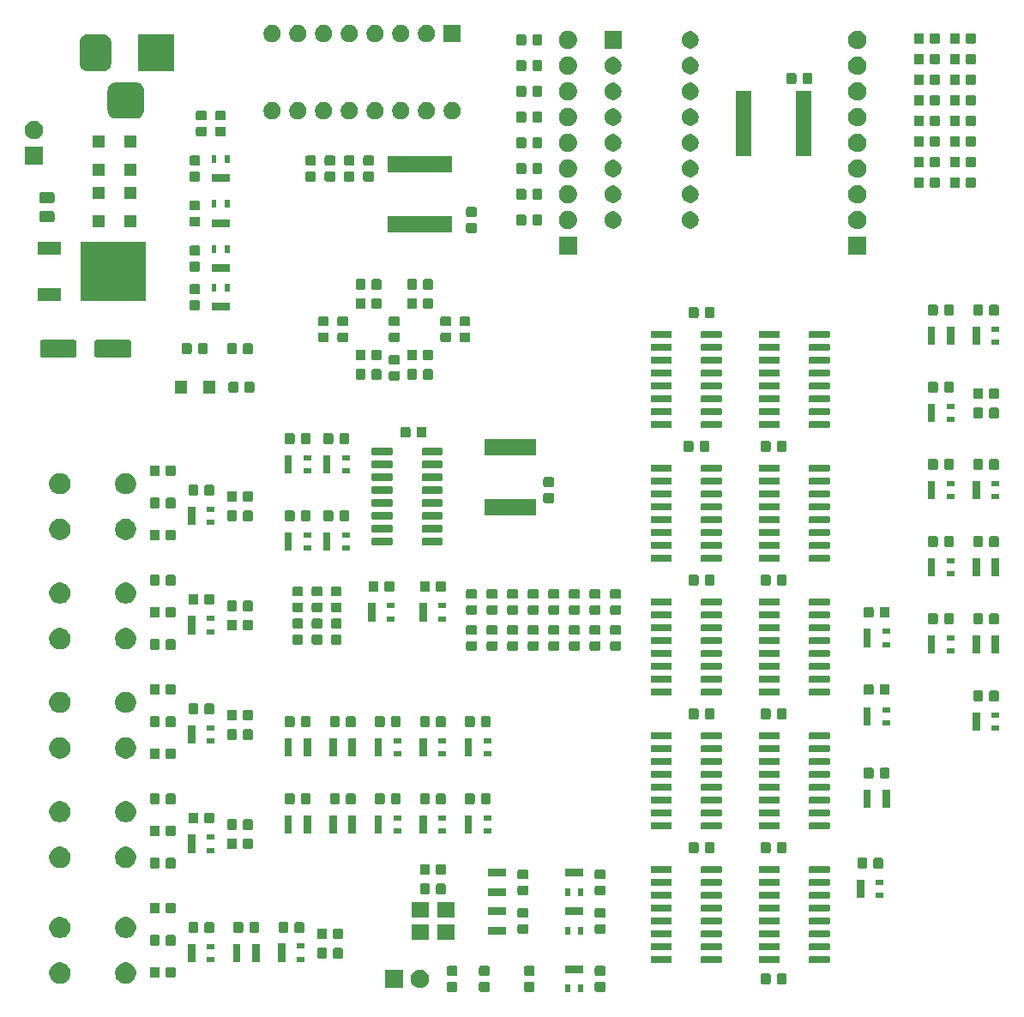
<source format=gbr>
G04 #@! TF.GenerationSoftware,KiCad,Pcbnew,(5.1.5)-3*
G04 #@! TF.CreationDate,2021-02-03T19:11:54+01:00*
G04 #@! TF.ProjectId,psMCU,70734d43-552e-46b6-9963-61645f706362,rev?*
G04 #@! TF.SameCoordinates,Original*
G04 #@! TF.FileFunction,Soldermask,Top*
G04 #@! TF.FilePolarity,Negative*
%FSLAX46Y46*%
G04 Gerber Fmt 4.6, Leading zero omitted, Abs format (unit mm)*
G04 Created by KiCad (PCBNEW (5.1.5)-3) date 2021-02-03 19:11:54*
%MOMM*%
%LPD*%
G04 APERTURE LIST*
%ADD10C,0.100000*%
G04 APERTURE END LIST*
D10*
G36*
X-146449000Y-121976000D02*
G01*
X-146951000Y-121976000D01*
X-146951000Y-121224000D01*
X-146449000Y-121224000D01*
X-146449000Y-121976000D01*
G37*
G36*
X-145149000Y-121976000D02*
G01*
X-145651000Y-121976000D01*
X-145651000Y-121224000D01*
X-145149000Y-121224000D01*
X-145149000Y-121976000D01*
G37*
G36*
X-154560409Y-120953085D02*
G01*
X-154526431Y-120963393D01*
X-154495110Y-120980134D01*
X-154467661Y-121002661D01*
X-154445134Y-121030110D01*
X-154428393Y-121061431D01*
X-154418085Y-121095409D01*
X-154414000Y-121136890D01*
X-154414000Y-121738110D01*
X-154418085Y-121779591D01*
X-154428393Y-121813569D01*
X-154445134Y-121844890D01*
X-154467661Y-121872339D01*
X-154495110Y-121894866D01*
X-154526431Y-121911607D01*
X-154560409Y-121921915D01*
X-154601890Y-121926000D01*
X-155278110Y-121926000D01*
X-155319591Y-121921915D01*
X-155353569Y-121911607D01*
X-155384890Y-121894866D01*
X-155412339Y-121872339D01*
X-155434866Y-121844890D01*
X-155451607Y-121813569D01*
X-155461915Y-121779591D01*
X-155466000Y-121738110D01*
X-155466000Y-121136890D01*
X-155461915Y-121095409D01*
X-155451607Y-121061431D01*
X-155434866Y-121030110D01*
X-155412339Y-121002661D01*
X-155384890Y-120980134D01*
X-155353569Y-120963393D01*
X-155319591Y-120953085D01*
X-155278110Y-120949000D01*
X-154601890Y-120949000D01*
X-154560409Y-120953085D01*
G37*
G36*
X-150115409Y-120953085D02*
G01*
X-150081431Y-120963393D01*
X-150050110Y-120980134D01*
X-150022661Y-121002661D01*
X-150000134Y-121030110D01*
X-149983393Y-121061431D01*
X-149973085Y-121095409D01*
X-149969000Y-121136890D01*
X-149969000Y-121738110D01*
X-149973085Y-121779591D01*
X-149983393Y-121813569D01*
X-150000134Y-121844890D01*
X-150022661Y-121872339D01*
X-150050110Y-121894866D01*
X-150081431Y-121911607D01*
X-150115409Y-121921915D01*
X-150156890Y-121926000D01*
X-150833110Y-121926000D01*
X-150874591Y-121921915D01*
X-150908569Y-121911607D01*
X-150939890Y-121894866D01*
X-150967339Y-121872339D01*
X-150989866Y-121844890D01*
X-151006607Y-121813569D01*
X-151016915Y-121779591D01*
X-151021000Y-121738110D01*
X-151021000Y-121136890D01*
X-151016915Y-121095409D01*
X-151006607Y-121061431D01*
X-150989866Y-121030110D01*
X-150967339Y-121002661D01*
X-150939890Y-120980134D01*
X-150908569Y-120963393D01*
X-150874591Y-120953085D01*
X-150833110Y-120949000D01*
X-150156890Y-120949000D01*
X-150115409Y-120953085D01*
G37*
G36*
X-143130409Y-120953085D02*
G01*
X-143096431Y-120963393D01*
X-143065110Y-120980134D01*
X-143037661Y-121002661D01*
X-143015134Y-121030110D01*
X-142998393Y-121061431D01*
X-142988085Y-121095409D01*
X-142984000Y-121136890D01*
X-142984000Y-121738110D01*
X-142988085Y-121779591D01*
X-142998393Y-121813569D01*
X-143015134Y-121844890D01*
X-143037661Y-121872339D01*
X-143065110Y-121894866D01*
X-143096431Y-121911607D01*
X-143130409Y-121921915D01*
X-143171890Y-121926000D01*
X-143848110Y-121926000D01*
X-143889591Y-121921915D01*
X-143923569Y-121911607D01*
X-143954890Y-121894866D01*
X-143982339Y-121872339D01*
X-144004866Y-121844890D01*
X-144021607Y-121813569D01*
X-144031915Y-121779591D01*
X-144036000Y-121738110D01*
X-144036000Y-121136890D01*
X-144031915Y-121095409D01*
X-144021607Y-121061431D01*
X-144004866Y-121030110D01*
X-143982339Y-121002661D01*
X-143954890Y-120980134D01*
X-143923569Y-120963393D01*
X-143889591Y-120953085D01*
X-143848110Y-120949000D01*
X-143171890Y-120949000D01*
X-143130409Y-120953085D01*
G37*
G36*
X-157735409Y-120953085D02*
G01*
X-157701431Y-120963393D01*
X-157670110Y-120980134D01*
X-157642661Y-121002661D01*
X-157620134Y-121030110D01*
X-157603393Y-121061431D01*
X-157593085Y-121095409D01*
X-157589000Y-121136890D01*
X-157589000Y-121738110D01*
X-157593085Y-121779591D01*
X-157603393Y-121813569D01*
X-157620134Y-121844890D01*
X-157642661Y-121872339D01*
X-157670110Y-121894866D01*
X-157701431Y-121911607D01*
X-157735409Y-121921915D01*
X-157776890Y-121926000D01*
X-158453110Y-121926000D01*
X-158494591Y-121921915D01*
X-158528569Y-121911607D01*
X-158559890Y-121894866D01*
X-158587339Y-121872339D01*
X-158609866Y-121844890D01*
X-158626607Y-121813569D01*
X-158636915Y-121779591D01*
X-158641000Y-121738110D01*
X-158641000Y-121136890D01*
X-158636915Y-121095409D01*
X-158626607Y-121061431D01*
X-158609866Y-121030110D01*
X-158587339Y-121002661D01*
X-158559890Y-120980134D01*
X-158528569Y-120963393D01*
X-158494591Y-120953085D01*
X-158453110Y-120949000D01*
X-157776890Y-120949000D01*
X-157735409Y-120953085D01*
G37*
G36*
X-161176488Y-119753927D02*
G01*
X-161027188Y-119783624D01*
X-160863216Y-119851544D01*
X-160715646Y-119950147D01*
X-160590147Y-120075646D01*
X-160491544Y-120223216D01*
X-160423624Y-120387188D01*
X-160389000Y-120561259D01*
X-160389000Y-120738741D01*
X-160423624Y-120912812D01*
X-160491544Y-121076784D01*
X-160590147Y-121224354D01*
X-160715646Y-121349853D01*
X-160863216Y-121448456D01*
X-161027188Y-121516376D01*
X-161176488Y-121546073D01*
X-161201258Y-121551000D01*
X-161378742Y-121551000D01*
X-161403512Y-121546073D01*
X-161552812Y-121516376D01*
X-161716784Y-121448456D01*
X-161864354Y-121349853D01*
X-161989853Y-121224354D01*
X-162088456Y-121076784D01*
X-162156376Y-120912812D01*
X-162191000Y-120738741D01*
X-162191000Y-120561259D01*
X-162156376Y-120387188D01*
X-162088456Y-120223216D01*
X-161989853Y-120075646D01*
X-161864354Y-119950147D01*
X-161716784Y-119851544D01*
X-161552812Y-119783624D01*
X-161403512Y-119753927D01*
X-161378742Y-119749000D01*
X-161201258Y-119749000D01*
X-161176488Y-119753927D01*
G37*
G36*
X-162929000Y-121551000D02*
G01*
X-164731000Y-121551000D01*
X-164731000Y-119749000D01*
X-162929000Y-119749000D01*
X-162929000Y-121551000D01*
G37*
G36*
X-125235409Y-120128085D02*
G01*
X-125201431Y-120138393D01*
X-125170110Y-120155134D01*
X-125142661Y-120177661D01*
X-125120134Y-120205110D01*
X-125103393Y-120236431D01*
X-125093085Y-120270409D01*
X-125089000Y-120311890D01*
X-125089000Y-120988110D01*
X-125093085Y-121029591D01*
X-125103393Y-121063569D01*
X-125120134Y-121094890D01*
X-125142661Y-121122339D01*
X-125170110Y-121144866D01*
X-125201431Y-121161607D01*
X-125235409Y-121171915D01*
X-125276890Y-121176000D01*
X-125878110Y-121176000D01*
X-125919591Y-121171915D01*
X-125953569Y-121161607D01*
X-125984890Y-121144866D01*
X-126012339Y-121122339D01*
X-126034866Y-121094890D01*
X-126051607Y-121063569D01*
X-126061915Y-121029591D01*
X-126066000Y-120988110D01*
X-126066000Y-120311890D01*
X-126061915Y-120270409D01*
X-126051607Y-120236431D01*
X-126034866Y-120205110D01*
X-126012339Y-120177661D01*
X-125984890Y-120155134D01*
X-125953569Y-120138393D01*
X-125919591Y-120128085D01*
X-125878110Y-120124000D01*
X-125276890Y-120124000D01*
X-125235409Y-120128085D01*
G37*
G36*
X-126810409Y-120128085D02*
G01*
X-126776431Y-120138393D01*
X-126745110Y-120155134D01*
X-126717661Y-120177661D01*
X-126695134Y-120205110D01*
X-126678393Y-120236431D01*
X-126668085Y-120270409D01*
X-126664000Y-120311890D01*
X-126664000Y-120988110D01*
X-126668085Y-121029591D01*
X-126678393Y-121063569D01*
X-126695134Y-121094890D01*
X-126717661Y-121122339D01*
X-126745110Y-121144866D01*
X-126776431Y-121161607D01*
X-126810409Y-121171915D01*
X-126851890Y-121176000D01*
X-127453110Y-121176000D01*
X-127494591Y-121171915D01*
X-127528569Y-121161607D01*
X-127559890Y-121144866D01*
X-127587339Y-121122339D01*
X-127609866Y-121094890D01*
X-127626607Y-121063569D01*
X-127636915Y-121029591D01*
X-127641000Y-120988110D01*
X-127641000Y-120311890D01*
X-127636915Y-120270409D01*
X-127626607Y-120236431D01*
X-127609866Y-120205110D01*
X-127587339Y-120177661D01*
X-127559890Y-120155134D01*
X-127528569Y-120138393D01*
X-127494591Y-120128085D01*
X-127453110Y-120124000D01*
X-126851890Y-120124000D01*
X-126810409Y-120128085D01*
G37*
G36*
X-190043436Y-119059389D02*
G01*
X-189852167Y-119138615D01*
X-189852165Y-119138616D01*
X-189680027Y-119253635D01*
X-189533635Y-119400027D01*
X-189419662Y-119570599D01*
X-189418615Y-119572167D01*
X-189339389Y-119763436D01*
X-189299000Y-119966484D01*
X-189299000Y-120173516D01*
X-189339389Y-120376564D01*
X-189415892Y-120561258D01*
X-189418616Y-120567835D01*
X-189533635Y-120739973D01*
X-189680027Y-120886365D01*
X-189852165Y-121001384D01*
X-189852166Y-121001385D01*
X-189852167Y-121001385D01*
X-190043436Y-121080611D01*
X-190246484Y-121121000D01*
X-190453516Y-121121000D01*
X-190656564Y-121080611D01*
X-190847833Y-121001385D01*
X-190847834Y-121001385D01*
X-190847835Y-121001384D01*
X-191019973Y-120886365D01*
X-191166365Y-120739973D01*
X-191281384Y-120567835D01*
X-191284108Y-120561258D01*
X-191360611Y-120376564D01*
X-191401000Y-120173516D01*
X-191401000Y-119966484D01*
X-191360611Y-119763436D01*
X-191281385Y-119572167D01*
X-191280337Y-119570599D01*
X-191166365Y-119400027D01*
X-191019973Y-119253635D01*
X-190847835Y-119138616D01*
X-190847833Y-119138615D01*
X-190656564Y-119059389D01*
X-190453516Y-119019000D01*
X-190246484Y-119019000D01*
X-190043436Y-119059389D01*
G37*
G36*
X-196543436Y-119059389D02*
G01*
X-196352167Y-119138615D01*
X-196352165Y-119138616D01*
X-196180027Y-119253635D01*
X-196033635Y-119400027D01*
X-195919662Y-119570599D01*
X-195918615Y-119572167D01*
X-195839389Y-119763436D01*
X-195799000Y-119966484D01*
X-195799000Y-120173516D01*
X-195839389Y-120376564D01*
X-195915892Y-120561258D01*
X-195918616Y-120567835D01*
X-196033635Y-120739973D01*
X-196180027Y-120886365D01*
X-196352165Y-121001384D01*
X-196352166Y-121001385D01*
X-196352167Y-121001385D01*
X-196543436Y-121080611D01*
X-196746484Y-121121000D01*
X-196953516Y-121121000D01*
X-197156564Y-121080611D01*
X-197347833Y-121001385D01*
X-197347834Y-121001385D01*
X-197347835Y-121001384D01*
X-197519973Y-120886365D01*
X-197666365Y-120739973D01*
X-197781384Y-120567835D01*
X-197784108Y-120561258D01*
X-197860611Y-120376564D01*
X-197901000Y-120173516D01*
X-197901000Y-119966484D01*
X-197860611Y-119763436D01*
X-197781385Y-119572167D01*
X-197780337Y-119570599D01*
X-197666365Y-119400027D01*
X-197519973Y-119253635D01*
X-197347835Y-119138616D01*
X-197347833Y-119138615D01*
X-197156564Y-119059389D01*
X-196953516Y-119019000D01*
X-196746484Y-119019000D01*
X-196543436Y-119059389D01*
G37*
G36*
X-185560409Y-119493085D02*
G01*
X-185526431Y-119503393D01*
X-185495110Y-119520134D01*
X-185467661Y-119542661D01*
X-185445134Y-119570110D01*
X-185428393Y-119601431D01*
X-185418085Y-119635409D01*
X-185414000Y-119676890D01*
X-185414000Y-120353110D01*
X-185418085Y-120394591D01*
X-185428393Y-120428569D01*
X-185445134Y-120459890D01*
X-185467661Y-120487339D01*
X-185495110Y-120509866D01*
X-185526431Y-120526607D01*
X-185560409Y-120536915D01*
X-185601890Y-120541000D01*
X-186203110Y-120541000D01*
X-186244591Y-120536915D01*
X-186278569Y-120526607D01*
X-186309890Y-120509866D01*
X-186337339Y-120487339D01*
X-186359866Y-120459890D01*
X-186376607Y-120428569D01*
X-186386915Y-120394591D01*
X-186391000Y-120353110D01*
X-186391000Y-119676890D01*
X-186386915Y-119635409D01*
X-186376607Y-119601431D01*
X-186359866Y-119570110D01*
X-186337339Y-119542661D01*
X-186309890Y-119520134D01*
X-186278569Y-119503393D01*
X-186244591Y-119493085D01*
X-186203110Y-119489000D01*
X-185601890Y-119489000D01*
X-185560409Y-119493085D01*
G37*
G36*
X-187135409Y-119493085D02*
G01*
X-187101431Y-119503393D01*
X-187070110Y-119520134D01*
X-187042661Y-119542661D01*
X-187020134Y-119570110D01*
X-187003393Y-119601431D01*
X-186993085Y-119635409D01*
X-186989000Y-119676890D01*
X-186989000Y-120353110D01*
X-186993085Y-120394591D01*
X-187003393Y-120428569D01*
X-187020134Y-120459890D01*
X-187042661Y-120487339D01*
X-187070110Y-120509866D01*
X-187101431Y-120526607D01*
X-187135409Y-120536915D01*
X-187176890Y-120541000D01*
X-187778110Y-120541000D01*
X-187819591Y-120536915D01*
X-187853569Y-120526607D01*
X-187884890Y-120509866D01*
X-187912339Y-120487339D01*
X-187934866Y-120459890D01*
X-187951607Y-120428569D01*
X-187961915Y-120394591D01*
X-187966000Y-120353110D01*
X-187966000Y-119676890D01*
X-187961915Y-119635409D01*
X-187951607Y-119601431D01*
X-187934866Y-119570110D01*
X-187912339Y-119542661D01*
X-187884890Y-119520134D01*
X-187853569Y-119503393D01*
X-187819591Y-119493085D01*
X-187778110Y-119489000D01*
X-187176890Y-119489000D01*
X-187135409Y-119493085D01*
G37*
G36*
X-154560409Y-119378085D02*
G01*
X-154526431Y-119388393D01*
X-154495110Y-119405134D01*
X-154467661Y-119427661D01*
X-154445134Y-119455110D01*
X-154428393Y-119486431D01*
X-154418085Y-119520409D01*
X-154414000Y-119561890D01*
X-154414000Y-120163110D01*
X-154418085Y-120204591D01*
X-154428393Y-120238569D01*
X-154445134Y-120269890D01*
X-154467661Y-120297339D01*
X-154495110Y-120319866D01*
X-154526431Y-120336607D01*
X-154560409Y-120346915D01*
X-154601890Y-120351000D01*
X-155278110Y-120351000D01*
X-155319591Y-120346915D01*
X-155353569Y-120336607D01*
X-155384890Y-120319866D01*
X-155412339Y-120297339D01*
X-155434866Y-120269890D01*
X-155451607Y-120238569D01*
X-155461915Y-120204591D01*
X-155466000Y-120163110D01*
X-155466000Y-119561890D01*
X-155461915Y-119520409D01*
X-155451607Y-119486431D01*
X-155434866Y-119455110D01*
X-155412339Y-119427661D01*
X-155384890Y-119405134D01*
X-155353569Y-119388393D01*
X-155319591Y-119378085D01*
X-155278110Y-119374000D01*
X-154601890Y-119374000D01*
X-154560409Y-119378085D01*
G37*
G36*
X-150115409Y-119378085D02*
G01*
X-150081431Y-119388393D01*
X-150050110Y-119405134D01*
X-150022661Y-119427661D01*
X-150000134Y-119455110D01*
X-149983393Y-119486431D01*
X-149973085Y-119520409D01*
X-149969000Y-119561890D01*
X-149969000Y-120163110D01*
X-149973085Y-120204591D01*
X-149983393Y-120238569D01*
X-150000134Y-120269890D01*
X-150022661Y-120297339D01*
X-150050110Y-120319866D01*
X-150081431Y-120336607D01*
X-150115409Y-120346915D01*
X-150156890Y-120351000D01*
X-150833110Y-120351000D01*
X-150874591Y-120346915D01*
X-150908569Y-120336607D01*
X-150939890Y-120319866D01*
X-150967339Y-120297339D01*
X-150989866Y-120269890D01*
X-151006607Y-120238569D01*
X-151016915Y-120204591D01*
X-151021000Y-120163110D01*
X-151021000Y-119561890D01*
X-151016915Y-119520409D01*
X-151006607Y-119486431D01*
X-150989866Y-119455110D01*
X-150967339Y-119427661D01*
X-150939890Y-119405134D01*
X-150908569Y-119388393D01*
X-150874591Y-119378085D01*
X-150833110Y-119374000D01*
X-150156890Y-119374000D01*
X-150115409Y-119378085D01*
G37*
G36*
X-157735409Y-119378085D02*
G01*
X-157701431Y-119388393D01*
X-157670110Y-119405134D01*
X-157642661Y-119427661D01*
X-157620134Y-119455110D01*
X-157603393Y-119486431D01*
X-157593085Y-119520409D01*
X-157589000Y-119561890D01*
X-157589000Y-120163110D01*
X-157593085Y-120204591D01*
X-157603393Y-120238569D01*
X-157620134Y-120269890D01*
X-157642661Y-120297339D01*
X-157670110Y-120319866D01*
X-157701431Y-120336607D01*
X-157735409Y-120346915D01*
X-157776890Y-120351000D01*
X-158453110Y-120351000D01*
X-158494591Y-120346915D01*
X-158528569Y-120336607D01*
X-158559890Y-120319866D01*
X-158587339Y-120297339D01*
X-158609866Y-120269890D01*
X-158626607Y-120238569D01*
X-158636915Y-120204591D01*
X-158641000Y-120163110D01*
X-158641000Y-119561890D01*
X-158636915Y-119520409D01*
X-158626607Y-119486431D01*
X-158609866Y-119455110D01*
X-158587339Y-119427661D01*
X-158559890Y-119405134D01*
X-158528569Y-119388393D01*
X-158494591Y-119378085D01*
X-158453110Y-119374000D01*
X-157776890Y-119374000D01*
X-157735409Y-119378085D01*
G37*
G36*
X-143130409Y-119378085D02*
G01*
X-143096431Y-119388393D01*
X-143065110Y-119405134D01*
X-143037661Y-119427661D01*
X-143015134Y-119455110D01*
X-142998393Y-119486431D01*
X-142988085Y-119520409D01*
X-142984000Y-119561890D01*
X-142984000Y-120163110D01*
X-142988085Y-120204591D01*
X-142998393Y-120238569D01*
X-143015134Y-120269890D01*
X-143037661Y-120297339D01*
X-143065110Y-120319866D01*
X-143096431Y-120336607D01*
X-143130409Y-120346915D01*
X-143171890Y-120351000D01*
X-143848110Y-120351000D01*
X-143889591Y-120346915D01*
X-143923569Y-120336607D01*
X-143954890Y-120319866D01*
X-143982339Y-120297339D01*
X-144004866Y-120269890D01*
X-144021607Y-120238569D01*
X-144031915Y-120204591D01*
X-144036000Y-120163110D01*
X-144036000Y-119561890D01*
X-144031915Y-119520409D01*
X-144021607Y-119486431D01*
X-144004866Y-119455110D01*
X-143982339Y-119427661D01*
X-143954890Y-119405134D01*
X-143923569Y-119388393D01*
X-143889591Y-119378085D01*
X-143848110Y-119374000D01*
X-143171890Y-119374000D01*
X-143130409Y-119378085D01*
G37*
G36*
X-145149000Y-120076000D02*
G01*
X-146951000Y-120076000D01*
X-146951000Y-119324000D01*
X-145149000Y-119324000D01*
X-145149000Y-120076000D01*
G37*
G36*
X-136541072Y-118396764D02*
G01*
X-136519991Y-118403160D01*
X-136500555Y-118413548D01*
X-136483524Y-118427524D01*
X-136469548Y-118444555D01*
X-136459160Y-118463991D01*
X-136452764Y-118485072D01*
X-136450000Y-118513140D01*
X-136450000Y-118976860D01*
X-136452764Y-119004928D01*
X-136459160Y-119026009D01*
X-136469548Y-119045445D01*
X-136483524Y-119062476D01*
X-136500555Y-119076452D01*
X-136519991Y-119086840D01*
X-136541072Y-119093236D01*
X-136569140Y-119096000D01*
X-138382860Y-119096000D01*
X-138410928Y-119093236D01*
X-138432009Y-119086840D01*
X-138451445Y-119076452D01*
X-138468476Y-119062476D01*
X-138482452Y-119045445D01*
X-138492840Y-119026009D01*
X-138499236Y-119004928D01*
X-138502000Y-118976860D01*
X-138502000Y-118513140D01*
X-138499236Y-118485072D01*
X-138492840Y-118463991D01*
X-138482452Y-118444555D01*
X-138468476Y-118427524D01*
X-138451445Y-118413548D01*
X-138432009Y-118403160D01*
X-138410928Y-118396764D01*
X-138382860Y-118394000D01*
X-136569140Y-118394000D01*
X-136541072Y-118396764D01*
G37*
G36*
X-125873072Y-118396764D02*
G01*
X-125851991Y-118403160D01*
X-125832555Y-118413548D01*
X-125815524Y-118427524D01*
X-125801548Y-118444555D01*
X-125791160Y-118463991D01*
X-125784764Y-118485072D01*
X-125782000Y-118513140D01*
X-125782000Y-118976860D01*
X-125784764Y-119004928D01*
X-125791160Y-119026009D01*
X-125801548Y-119045445D01*
X-125815524Y-119062476D01*
X-125832555Y-119076452D01*
X-125851991Y-119086840D01*
X-125873072Y-119093236D01*
X-125901140Y-119096000D01*
X-127714860Y-119096000D01*
X-127742928Y-119093236D01*
X-127764009Y-119086840D01*
X-127783445Y-119076452D01*
X-127800476Y-119062476D01*
X-127814452Y-119045445D01*
X-127824840Y-119026009D01*
X-127831236Y-119004928D01*
X-127834000Y-118976860D01*
X-127834000Y-118513140D01*
X-127831236Y-118485072D01*
X-127824840Y-118463991D01*
X-127814452Y-118444555D01*
X-127800476Y-118427524D01*
X-127783445Y-118413548D01*
X-127764009Y-118403160D01*
X-127742928Y-118396764D01*
X-127714860Y-118394000D01*
X-125901140Y-118394000D01*
X-125873072Y-118396764D01*
G37*
G36*
X-131591072Y-118396764D02*
G01*
X-131569991Y-118403160D01*
X-131550555Y-118413548D01*
X-131533524Y-118427524D01*
X-131519548Y-118444555D01*
X-131509160Y-118463991D01*
X-131502764Y-118485072D01*
X-131500000Y-118513140D01*
X-131500000Y-118976860D01*
X-131502764Y-119004928D01*
X-131509160Y-119026009D01*
X-131519548Y-119045445D01*
X-131533524Y-119062476D01*
X-131550555Y-119076452D01*
X-131569991Y-119086840D01*
X-131591072Y-119093236D01*
X-131619140Y-119096000D01*
X-133432860Y-119096000D01*
X-133460928Y-119093236D01*
X-133482009Y-119086840D01*
X-133501445Y-119076452D01*
X-133518476Y-119062476D01*
X-133532452Y-119045445D01*
X-133542840Y-119026009D01*
X-133549236Y-119004928D01*
X-133552000Y-118976860D01*
X-133552000Y-118513140D01*
X-133549236Y-118485072D01*
X-133542840Y-118463991D01*
X-133532452Y-118444555D01*
X-133518476Y-118427524D01*
X-133501445Y-118413548D01*
X-133482009Y-118403160D01*
X-133460928Y-118396764D01*
X-133432860Y-118394000D01*
X-131619140Y-118394000D01*
X-131591072Y-118396764D01*
G37*
G36*
X-120923072Y-118396764D02*
G01*
X-120901991Y-118403160D01*
X-120882555Y-118413548D01*
X-120865524Y-118427524D01*
X-120851548Y-118444555D01*
X-120841160Y-118463991D01*
X-120834764Y-118485072D01*
X-120832000Y-118513140D01*
X-120832000Y-118976860D01*
X-120834764Y-119004928D01*
X-120841160Y-119026009D01*
X-120851548Y-119045445D01*
X-120865524Y-119062476D01*
X-120882555Y-119076452D01*
X-120901991Y-119086840D01*
X-120923072Y-119093236D01*
X-120951140Y-119096000D01*
X-122764860Y-119096000D01*
X-122792928Y-119093236D01*
X-122814009Y-119086840D01*
X-122833445Y-119076452D01*
X-122850476Y-119062476D01*
X-122864452Y-119045445D01*
X-122874840Y-119026009D01*
X-122881236Y-119004928D01*
X-122884000Y-118976860D01*
X-122884000Y-118513140D01*
X-122881236Y-118485072D01*
X-122874840Y-118463991D01*
X-122864452Y-118444555D01*
X-122850476Y-118427524D01*
X-122833445Y-118413548D01*
X-122814009Y-118403160D01*
X-122792928Y-118396764D01*
X-122764860Y-118394000D01*
X-120951140Y-118394000D01*
X-120923072Y-118396764D01*
G37*
G36*
X-183454000Y-119011000D02*
G01*
X-184206000Y-119011000D01*
X-184206000Y-117209000D01*
X-183454000Y-117209000D01*
X-183454000Y-119011000D01*
G37*
G36*
X-179009000Y-119011000D02*
G01*
X-179761000Y-119011000D01*
X-179761000Y-117209000D01*
X-179009000Y-117209000D01*
X-179009000Y-119011000D01*
G37*
G36*
X-181554000Y-119011000D02*
G01*
X-182306000Y-119011000D01*
X-182306000Y-118509000D01*
X-181554000Y-118509000D01*
X-181554000Y-119011000D01*
G37*
G36*
X-177109000Y-119011000D02*
G01*
X-177861000Y-119011000D01*
X-177861000Y-117209000D01*
X-177109000Y-117209000D01*
X-177109000Y-119011000D01*
G37*
G36*
X-174564000Y-118971000D02*
G01*
X-175316000Y-118971000D01*
X-175316000Y-117169000D01*
X-174564000Y-117169000D01*
X-174564000Y-118971000D01*
G37*
G36*
X-172664000Y-118971000D02*
G01*
X-173416000Y-118971000D01*
X-173416000Y-118469000D01*
X-172664000Y-118469000D01*
X-172664000Y-118971000D01*
G37*
G36*
X-169050409Y-117588085D02*
G01*
X-169016431Y-117598393D01*
X-168985110Y-117615134D01*
X-168957661Y-117637661D01*
X-168935134Y-117665110D01*
X-168918393Y-117696431D01*
X-168908085Y-117730409D01*
X-168904000Y-117771890D01*
X-168904000Y-118448110D01*
X-168908085Y-118489591D01*
X-168918393Y-118523569D01*
X-168935134Y-118554890D01*
X-168957661Y-118582339D01*
X-168985110Y-118604866D01*
X-169016431Y-118621607D01*
X-169050409Y-118631915D01*
X-169091890Y-118636000D01*
X-169693110Y-118636000D01*
X-169734591Y-118631915D01*
X-169768569Y-118621607D01*
X-169799890Y-118604866D01*
X-169827339Y-118582339D01*
X-169849866Y-118554890D01*
X-169866607Y-118523569D01*
X-169876915Y-118489591D01*
X-169881000Y-118448110D01*
X-169881000Y-117771890D01*
X-169876915Y-117730409D01*
X-169866607Y-117696431D01*
X-169849866Y-117665110D01*
X-169827339Y-117637661D01*
X-169799890Y-117615134D01*
X-169768569Y-117598393D01*
X-169734591Y-117588085D01*
X-169693110Y-117584000D01*
X-169091890Y-117584000D01*
X-169050409Y-117588085D01*
G37*
G36*
X-170625409Y-117588085D02*
G01*
X-170591431Y-117598393D01*
X-170560110Y-117615134D01*
X-170532661Y-117637661D01*
X-170510134Y-117665110D01*
X-170493393Y-117696431D01*
X-170483085Y-117730409D01*
X-170479000Y-117771890D01*
X-170479000Y-118448110D01*
X-170483085Y-118489591D01*
X-170493393Y-118523569D01*
X-170510134Y-118554890D01*
X-170532661Y-118582339D01*
X-170560110Y-118604866D01*
X-170591431Y-118621607D01*
X-170625409Y-118631915D01*
X-170666890Y-118636000D01*
X-171268110Y-118636000D01*
X-171309591Y-118631915D01*
X-171343569Y-118621607D01*
X-171374890Y-118604866D01*
X-171402339Y-118582339D01*
X-171424866Y-118554890D01*
X-171441607Y-118523569D01*
X-171451915Y-118489591D01*
X-171456000Y-118448110D01*
X-171456000Y-117771890D01*
X-171451915Y-117730409D01*
X-171441607Y-117696431D01*
X-171424866Y-117665110D01*
X-171402339Y-117637661D01*
X-171374890Y-117615134D01*
X-171343569Y-117598393D01*
X-171309591Y-117588085D01*
X-171268110Y-117584000D01*
X-170666890Y-117584000D01*
X-170625409Y-117588085D01*
G37*
G36*
X-136541072Y-117126764D02*
G01*
X-136519991Y-117133160D01*
X-136500555Y-117143548D01*
X-136483524Y-117157524D01*
X-136469548Y-117174555D01*
X-136459160Y-117193991D01*
X-136452764Y-117215072D01*
X-136450000Y-117243140D01*
X-136450000Y-117706860D01*
X-136452764Y-117734928D01*
X-136459160Y-117756009D01*
X-136469548Y-117775445D01*
X-136483524Y-117792476D01*
X-136500555Y-117806452D01*
X-136519991Y-117816840D01*
X-136541072Y-117823236D01*
X-136569140Y-117826000D01*
X-138382860Y-117826000D01*
X-138410928Y-117823236D01*
X-138432009Y-117816840D01*
X-138451445Y-117806452D01*
X-138468476Y-117792476D01*
X-138482452Y-117775445D01*
X-138492840Y-117756009D01*
X-138499236Y-117734928D01*
X-138502000Y-117706860D01*
X-138502000Y-117243140D01*
X-138499236Y-117215072D01*
X-138492840Y-117193991D01*
X-138482452Y-117174555D01*
X-138468476Y-117157524D01*
X-138451445Y-117143548D01*
X-138432009Y-117133160D01*
X-138410928Y-117126764D01*
X-138382860Y-117124000D01*
X-136569140Y-117124000D01*
X-136541072Y-117126764D01*
G37*
G36*
X-120923072Y-117126764D02*
G01*
X-120901991Y-117133160D01*
X-120882555Y-117143548D01*
X-120865524Y-117157524D01*
X-120851548Y-117174555D01*
X-120841160Y-117193991D01*
X-120834764Y-117215072D01*
X-120832000Y-117243140D01*
X-120832000Y-117706860D01*
X-120834764Y-117734928D01*
X-120841160Y-117756009D01*
X-120851548Y-117775445D01*
X-120865524Y-117792476D01*
X-120882555Y-117806452D01*
X-120901991Y-117816840D01*
X-120923072Y-117823236D01*
X-120951140Y-117826000D01*
X-122764860Y-117826000D01*
X-122792928Y-117823236D01*
X-122814009Y-117816840D01*
X-122833445Y-117806452D01*
X-122850476Y-117792476D01*
X-122864452Y-117775445D01*
X-122874840Y-117756009D01*
X-122881236Y-117734928D01*
X-122884000Y-117706860D01*
X-122884000Y-117243140D01*
X-122881236Y-117215072D01*
X-122874840Y-117193991D01*
X-122864452Y-117174555D01*
X-122850476Y-117157524D01*
X-122833445Y-117143548D01*
X-122814009Y-117133160D01*
X-122792928Y-117126764D01*
X-122764860Y-117124000D01*
X-120951140Y-117124000D01*
X-120923072Y-117126764D01*
G37*
G36*
X-131591072Y-117126764D02*
G01*
X-131569991Y-117133160D01*
X-131550555Y-117143548D01*
X-131533524Y-117157524D01*
X-131519548Y-117174555D01*
X-131509160Y-117193991D01*
X-131502764Y-117215072D01*
X-131500000Y-117243140D01*
X-131500000Y-117706860D01*
X-131502764Y-117734928D01*
X-131509160Y-117756009D01*
X-131519548Y-117775445D01*
X-131533524Y-117792476D01*
X-131550555Y-117806452D01*
X-131569991Y-117816840D01*
X-131591072Y-117823236D01*
X-131619140Y-117826000D01*
X-133432860Y-117826000D01*
X-133460928Y-117823236D01*
X-133482009Y-117816840D01*
X-133501445Y-117806452D01*
X-133518476Y-117792476D01*
X-133532452Y-117775445D01*
X-133542840Y-117756009D01*
X-133549236Y-117734928D01*
X-133552000Y-117706860D01*
X-133552000Y-117243140D01*
X-133549236Y-117215072D01*
X-133542840Y-117193991D01*
X-133532452Y-117174555D01*
X-133518476Y-117157524D01*
X-133501445Y-117143548D01*
X-133482009Y-117133160D01*
X-133460928Y-117126764D01*
X-133432860Y-117124000D01*
X-131619140Y-117124000D01*
X-131591072Y-117126764D01*
G37*
G36*
X-125873072Y-117126764D02*
G01*
X-125851991Y-117133160D01*
X-125832555Y-117143548D01*
X-125815524Y-117157524D01*
X-125801548Y-117174555D01*
X-125791160Y-117193991D01*
X-125784764Y-117215072D01*
X-125782000Y-117243140D01*
X-125782000Y-117706860D01*
X-125784764Y-117734928D01*
X-125791160Y-117756009D01*
X-125801548Y-117775445D01*
X-125815524Y-117792476D01*
X-125832555Y-117806452D01*
X-125851991Y-117816840D01*
X-125873072Y-117823236D01*
X-125901140Y-117826000D01*
X-127714860Y-117826000D01*
X-127742928Y-117823236D01*
X-127764009Y-117816840D01*
X-127783445Y-117806452D01*
X-127800476Y-117792476D01*
X-127814452Y-117775445D01*
X-127824840Y-117756009D01*
X-127831236Y-117734928D01*
X-127834000Y-117706860D01*
X-127834000Y-117243140D01*
X-127831236Y-117215072D01*
X-127824840Y-117193991D01*
X-127814452Y-117174555D01*
X-127800476Y-117157524D01*
X-127783445Y-117143548D01*
X-127764009Y-117133160D01*
X-127742928Y-117126764D01*
X-127714860Y-117124000D01*
X-125901140Y-117124000D01*
X-125873072Y-117126764D01*
G37*
G36*
X-181554000Y-117711000D02*
G01*
X-182306000Y-117711000D01*
X-182306000Y-117209000D01*
X-181554000Y-117209000D01*
X-181554000Y-117711000D01*
G37*
G36*
X-172664000Y-117671000D02*
G01*
X-173416000Y-117671000D01*
X-173416000Y-117169000D01*
X-172664000Y-117169000D01*
X-172664000Y-117671000D01*
G37*
G36*
X-187135409Y-116318085D02*
G01*
X-187101431Y-116328393D01*
X-187070110Y-116345134D01*
X-187042661Y-116367661D01*
X-187020134Y-116395110D01*
X-187003393Y-116426431D01*
X-186993085Y-116460409D01*
X-186989000Y-116501890D01*
X-186989000Y-117178110D01*
X-186993085Y-117219591D01*
X-187003393Y-117253569D01*
X-187020134Y-117284890D01*
X-187042661Y-117312339D01*
X-187070110Y-117334866D01*
X-187101431Y-117351607D01*
X-187135409Y-117361915D01*
X-187176890Y-117366000D01*
X-187778110Y-117366000D01*
X-187819591Y-117361915D01*
X-187853569Y-117351607D01*
X-187884890Y-117334866D01*
X-187912339Y-117312339D01*
X-187934866Y-117284890D01*
X-187951607Y-117253569D01*
X-187961915Y-117219591D01*
X-187966000Y-117178110D01*
X-187966000Y-116501890D01*
X-187961915Y-116460409D01*
X-187951607Y-116426431D01*
X-187934866Y-116395110D01*
X-187912339Y-116367661D01*
X-187884890Y-116345134D01*
X-187853569Y-116328393D01*
X-187819591Y-116318085D01*
X-187778110Y-116314000D01*
X-187176890Y-116314000D01*
X-187135409Y-116318085D01*
G37*
G36*
X-185560409Y-116318085D02*
G01*
X-185526431Y-116328393D01*
X-185495110Y-116345134D01*
X-185467661Y-116367661D01*
X-185445134Y-116395110D01*
X-185428393Y-116426431D01*
X-185418085Y-116460409D01*
X-185414000Y-116501890D01*
X-185414000Y-117178110D01*
X-185418085Y-117219591D01*
X-185428393Y-117253569D01*
X-185445134Y-117284890D01*
X-185467661Y-117312339D01*
X-185495110Y-117334866D01*
X-185526431Y-117351607D01*
X-185560409Y-117361915D01*
X-185601890Y-117366000D01*
X-186203110Y-117366000D01*
X-186244591Y-117361915D01*
X-186278569Y-117351607D01*
X-186309890Y-117334866D01*
X-186337339Y-117312339D01*
X-186359866Y-117284890D01*
X-186376607Y-117253569D01*
X-186386915Y-117219591D01*
X-186391000Y-117178110D01*
X-186391000Y-116501890D01*
X-186386915Y-116460409D01*
X-186376607Y-116426431D01*
X-186359866Y-116395110D01*
X-186337339Y-116367661D01*
X-186309890Y-116345134D01*
X-186278569Y-116328393D01*
X-186244591Y-116318085D01*
X-186203110Y-116314000D01*
X-185601890Y-116314000D01*
X-185560409Y-116318085D01*
G37*
G36*
X-157899000Y-116836000D02*
G01*
X-159601000Y-116836000D01*
X-159601000Y-115234000D01*
X-157899000Y-115234000D01*
X-157899000Y-116836000D01*
G37*
G36*
X-160439000Y-116836000D02*
G01*
X-162141000Y-116836000D01*
X-162141000Y-115234000D01*
X-160439000Y-115234000D01*
X-160439000Y-116836000D01*
G37*
G36*
X-170625409Y-115683085D02*
G01*
X-170591431Y-115693393D01*
X-170560110Y-115710134D01*
X-170532661Y-115732661D01*
X-170510134Y-115760110D01*
X-170493393Y-115791431D01*
X-170483085Y-115825409D01*
X-170479000Y-115866890D01*
X-170479000Y-116543110D01*
X-170483085Y-116584591D01*
X-170493393Y-116618569D01*
X-170510134Y-116649890D01*
X-170532661Y-116677339D01*
X-170560110Y-116699866D01*
X-170591431Y-116716607D01*
X-170625409Y-116726915D01*
X-170666890Y-116731000D01*
X-171268110Y-116731000D01*
X-171309591Y-116726915D01*
X-171343569Y-116716607D01*
X-171374890Y-116699866D01*
X-171402339Y-116677339D01*
X-171424866Y-116649890D01*
X-171441607Y-116618569D01*
X-171451915Y-116584591D01*
X-171456000Y-116543110D01*
X-171456000Y-115866890D01*
X-171451915Y-115825409D01*
X-171441607Y-115791431D01*
X-171424866Y-115760110D01*
X-171402339Y-115732661D01*
X-171374890Y-115710134D01*
X-171343569Y-115693393D01*
X-171309591Y-115683085D01*
X-171268110Y-115679000D01*
X-170666890Y-115679000D01*
X-170625409Y-115683085D01*
G37*
G36*
X-169050409Y-115683085D02*
G01*
X-169016431Y-115693393D01*
X-168985110Y-115710134D01*
X-168957661Y-115732661D01*
X-168935134Y-115760110D01*
X-168918393Y-115791431D01*
X-168908085Y-115825409D01*
X-168904000Y-115866890D01*
X-168904000Y-116543110D01*
X-168908085Y-116584591D01*
X-168918393Y-116618569D01*
X-168935134Y-116649890D01*
X-168957661Y-116677339D01*
X-168985110Y-116699866D01*
X-169016431Y-116716607D01*
X-169050409Y-116726915D01*
X-169091890Y-116731000D01*
X-169693110Y-116731000D01*
X-169734591Y-116726915D01*
X-169768569Y-116716607D01*
X-169799890Y-116699866D01*
X-169827339Y-116677339D01*
X-169849866Y-116649890D01*
X-169866607Y-116618569D01*
X-169876915Y-116584591D01*
X-169881000Y-116543110D01*
X-169881000Y-115866890D01*
X-169876915Y-115825409D01*
X-169866607Y-115791431D01*
X-169849866Y-115760110D01*
X-169827339Y-115732661D01*
X-169799890Y-115710134D01*
X-169768569Y-115693393D01*
X-169734591Y-115683085D01*
X-169693110Y-115679000D01*
X-169091890Y-115679000D01*
X-169050409Y-115683085D01*
G37*
G36*
X-190043436Y-114559389D02*
G01*
X-189852167Y-114638615D01*
X-189852165Y-114638616D01*
X-189680027Y-114753635D01*
X-189533635Y-114900027D01*
X-189425012Y-115062592D01*
X-189418615Y-115072167D01*
X-189339389Y-115263436D01*
X-189299000Y-115466484D01*
X-189299000Y-115673516D01*
X-189339389Y-115876564D01*
X-189415462Y-116060220D01*
X-189418616Y-116067835D01*
X-189533635Y-116239973D01*
X-189680027Y-116386365D01*
X-189852165Y-116501384D01*
X-189852166Y-116501385D01*
X-189852167Y-116501385D01*
X-190043436Y-116580611D01*
X-190246484Y-116621000D01*
X-190453516Y-116621000D01*
X-190656564Y-116580611D01*
X-190847833Y-116501385D01*
X-190847834Y-116501385D01*
X-190847835Y-116501384D01*
X-191019973Y-116386365D01*
X-191166365Y-116239973D01*
X-191281384Y-116067835D01*
X-191284538Y-116060220D01*
X-191360611Y-115876564D01*
X-191401000Y-115673516D01*
X-191401000Y-115466484D01*
X-191360611Y-115263436D01*
X-191281385Y-115072167D01*
X-191274987Y-115062592D01*
X-191166365Y-114900027D01*
X-191019973Y-114753635D01*
X-190847835Y-114638616D01*
X-190847833Y-114638615D01*
X-190656564Y-114559389D01*
X-190453516Y-114519000D01*
X-190246484Y-114519000D01*
X-190043436Y-114559389D01*
G37*
G36*
X-196543436Y-114559389D02*
G01*
X-196352167Y-114638615D01*
X-196352165Y-114638616D01*
X-196180027Y-114753635D01*
X-196033635Y-114900027D01*
X-195925012Y-115062592D01*
X-195918615Y-115072167D01*
X-195839389Y-115263436D01*
X-195799000Y-115466484D01*
X-195799000Y-115673516D01*
X-195839389Y-115876564D01*
X-195915462Y-116060220D01*
X-195918616Y-116067835D01*
X-196033635Y-116239973D01*
X-196180027Y-116386365D01*
X-196352165Y-116501384D01*
X-196352166Y-116501385D01*
X-196352167Y-116501385D01*
X-196543436Y-116580611D01*
X-196746484Y-116621000D01*
X-196953516Y-116621000D01*
X-197156564Y-116580611D01*
X-197347833Y-116501385D01*
X-197347834Y-116501385D01*
X-197347835Y-116501384D01*
X-197519973Y-116386365D01*
X-197666365Y-116239973D01*
X-197781384Y-116067835D01*
X-197784538Y-116060220D01*
X-197860611Y-115876564D01*
X-197901000Y-115673516D01*
X-197901000Y-115466484D01*
X-197860611Y-115263436D01*
X-197781385Y-115072167D01*
X-197774987Y-115062592D01*
X-197666365Y-114900027D01*
X-197519973Y-114753635D01*
X-197347835Y-114638616D01*
X-197347833Y-114638615D01*
X-197156564Y-114559389D01*
X-196953516Y-114519000D01*
X-196746484Y-114519000D01*
X-196543436Y-114559389D01*
G37*
G36*
X-131591072Y-115856764D02*
G01*
X-131569991Y-115863160D01*
X-131550555Y-115873548D01*
X-131533524Y-115887524D01*
X-131519548Y-115904555D01*
X-131509160Y-115923991D01*
X-131502764Y-115945072D01*
X-131500000Y-115973140D01*
X-131500000Y-116436860D01*
X-131502764Y-116464928D01*
X-131509160Y-116486009D01*
X-131519548Y-116505445D01*
X-131533524Y-116522476D01*
X-131550555Y-116536452D01*
X-131569991Y-116546840D01*
X-131591072Y-116553236D01*
X-131619140Y-116556000D01*
X-133432860Y-116556000D01*
X-133460928Y-116553236D01*
X-133482009Y-116546840D01*
X-133501445Y-116536452D01*
X-133518476Y-116522476D01*
X-133532452Y-116505445D01*
X-133542840Y-116486009D01*
X-133549236Y-116464928D01*
X-133552000Y-116436860D01*
X-133552000Y-115973140D01*
X-133549236Y-115945072D01*
X-133542840Y-115923991D01*
X-133532452Y-115904555D01*
X-133518476Y-115887524D01*
X-133501445Y-115873548D01*
X-133482009Y-115863160D01*
X-133460928Y-115856764D01*
X-133432860Y-115854000D01*
X-131619140Y-115854000D01*
X-131591072Y-115856764D01*
G37*
G36*
X-136541072Y-115856764D02*
G01*
X-136519991Y-115863160D01*
X-136500555Y-115873548D01*
X-136483524Y-115887524D01*
X-136469548Y-115904555D01*
X-136459160Y-115923991D01*
X-136452764Y-115945072D01*
X-136450000Y-115973140D01*
X-136450000Y-116436860D01*
X-136452764Y-116464928D01*
X-136459160Y-116486009D01*
X-136469548Y-116505445D01*
X-136483524Y-116522476D01*
X-136500555Y-116536452D01*
X-136519991Y-116546840D01*
X-136541072Y-116553236D01*
X-136569140Y-116556000D01*
X-138382860Y-116556000D01*
X-138410928Y-116553236D01*
X-138432009Y-116546840D01*
X-138451445Y-116536452D01*
X-138468476Y-116522476D01*
X-138482452Y-116505445D01*
X-138492840Y-116486009D01*
X-138499236Y-116464928D01*
X-138502000Y-116436860D01*
X-138502000Y-115973140D01*
X-138499236Y-115945072D01*
X-138492840Y-115923991D01*
X-138482452Y-115904555D01*
X-138468476Y-115887524D01*
X-138451445Y-115873548D01*
X-138432009Y-115863160D01*
X-138410928Y-115856764D01*
X-138382860Y-115854000D01*
X-136569140Y-115854000D01*
X-136541072Y-115856764D01*
G37*
G36*
X-120923072Y-115856764D02*
G01*
X-120901991Y-115863160D01*
X-120882555Y-115873548D01*
X-120865524Y-115887524D01*
X-120851548Y-115904555D01*
X-120841160Y-115923991D01*
X-120834764Y-115945072D01*
X-120832000Y-115973140D01*
X-120832000Y-116436860D01*
X-120834764Y-116464928D01*
X-120841160Y-116486009D01*
X-120851548Y-116505445D01*
X-120865524Y-116522476D01*
X-120882555Y-116536452D01*
X-120901991Y-116546840D01*
X-120923072Y-116553236D01*
X-120951140Y-116556000D01*
X-122764860Y-116556000D01*
X-122792928Y-116553236D01*
X-122814009Y-116546840D01*
X-122833445Y-116536452D01*
X-122850476Y-116522476D01*
X-122864452Y-116505445D01*
X-122874840Y-116486009D01*
X-122881236Y-116464928D01*
X-122884000Y-116436860D01*
X-122884000Y-115973140D01*
X-122881236Y-115945072D01*
X-122874840Y-115923991D01*
X-122864452Y-115904555D01*
X-122850476Y-115887524D01*
X-122833445Y-115873548D01*
X-122814009Y-115863160D01*
X-122792928Y-115856764D01*
X-122764860Y-115854000D01*
X-120951140Y-115854000D01*
X-120923072Y-115856764D01*
G37*
G36*
X-125873072Y-115856764D02*
G01*
X-125851991Y-115863160D01*
X-125832555Y-115873548D01*
X-125815524Y-115887524D01*
X-125801548Y-115904555D01*
X-125791160Y-115923991D01*
X-125784764Y-115945072D01*
X-125782000Y-115973140D01*
X-125782000Y-116436860D01*
X-125784764Y-116464928D01*
X-125791160Y-116486009D01*
X-125801548Y-116505445D01*
X-125815524Y-116522476D01*
X-125832555Y-116536452D01*
X-125851991Y-116546840D01*
X-125873072Y-116553236D01*
X-125901140Y-116556000D01*
X-127714860Y-116556000D01*
X-127742928Y-116553236D01*
X-127764009Y-116546840D01*
X-127783445Y-116536452D01*
X-127800476Y-116522476D01*
X-127814452Y-116505445D01*
X-127824840Y-116486009D01*
X-127831236Y-116464928D01*
X-127834000Y-116436860D01*
X-127834000Y-115973140D01*
X-127831236Y-115945072D01*
X-127824840Y-115923991D01*
X-127814452Y-115904555D01*
X-127800476Y-115887524D01*
X-127783445Y-115873548D01*
X-127764009Y-115863160D01*
X-127742928Y-115856764D01*
X-127714860Y-115854000D01*
X-125901140Y-115854000D01*
X-125873072Y-115856764D01*
G37*
G36*
X-145149000Y-116261000D02*
G01*
X-145651000Y-116261000D01*
X-145651000Y-115509000D01*
X-145149000Y-115509000D01*
X-145149000Y-116261000D01*
G37*
G36*
X-152769000Y-116261000D02*
G01*
X-154571000Y-116261000D01*
X-154571000Y-115509000D01*
X-152769000Y-115509000D01*
X-152769000Y-116261000D01*
G37*
G36*
X-146449000Y-116261000D02*
G01*
X-146951000Y-116261000D01*
X-146951000Y-115509000D01*
X-146449000Y-115509000D01*
X-146449000Y-116261000D01*
G37*
G36*
X-143130409Y-115238085D02*
G01*
X-143096431Y-115248393D01*
X-143065110Y-115265134D01*
X-143037661Y-115287661D01*
X-143015134Y-115315110D01*
X-142998393Y-115346431D01*
X-142988085Y-115380409D01*
X-142984000Y-115421890D01*
X-142984000Y-116023110D01*
X-142988085Y-116064591D01*
X-142998393Y-116098569D01*
X-143015134Y-116129890D01*
X-143037661Y-116157339D01*
X-143065110Y-116179866D01*
X-143096431Y-116196607D01*
X-143130409Y-116206915D01*
X-143171890Y-116211000D01*
X-143848110Y-116211000D01*
X-143889591Y-116206915D01*
X-143923569Y-116196607D01*
X-143954890Y-116179866D01*
X-143982339Y-116157339D01*
X-144004866Y-116129890D01*
X-144021607Y-116098569D01*
X-144031915Y-116064591D01*
X-144036000Y-116023110D01*
X-144036000Y-115421890D01*
X-144031915Y-115380409D01*
X-144021607Y-115346431D01*
X-144004866Y-115315110D01*
X-143982339Y-115287661D01*
X-143954890Y-115265134D01*
X-143923569Y-115248393D01*
X-143889591Y-115238085D01*
X-143848110Y-115234000D01*
X-143171890Y-115234000D01*
X-143130409Y-115238085D01*
G37*
G36*
X-150750409Y-115238085D02*
G01*
X-150716431Y-115248393D01*
X-150685110Y-115265134D01*
X-150657661Y-115287661D01*
X-150635134Y-115315110D01*
X-150618393Y-115346431D01*
X-150608085Y-115380409D01*
X-150604000Y-115421890D01*
X-150604000Y-116023110D01*
X-150608085Y-116064591D01*
X-150618393Y-116098569D01*
X-150635134Y-116129890D01*
X-150657661Y-116157339D01*
X-150685110Y-116179866D01*
X-150716431Y-116196607D01*
X-150750409Y-116206915D01*
X-150791890Y-116211000D01*
X-151468110Y-116211000D01*
X-151509591Y-116206915D01*
X-151543569Y-116196607D01*
X-151574890Y-116179866D01*
X-151602339Y-116157339D01*
X-151624866Y-116129890D01*
X-151641607Y-116098569D01*
X-151651915Y-116064591D01*
X-151656000Y-116023110D01*
X-151656000Y-115421890D01*
X-151651915Y-115380409D01*
X-151641607Y-115346431D01*
X-151624866Y-115315110D01*
X-151602339Y-115287661D01*
X-151574890Y-115265134D01*
X-151543569Y-115248393D01*
X-151509591Y-115238085D01*
X-151468110Y-115234000D01*
X-150791890Y-115234000D01*
X-150750409Y-115238085D01*
G37*
G36*
X-183325409Y-115048085D02*
G01*
X-183291431Y-115058393D01*
X-183260110Y-115075134D01*
X-183232661Y-115097661D01*
X-183210134Y-115125110D01*
X-183193393Y-115156431D01*
X-183183085Y-115190409D01*
X-183179000Y-115231890D01*
X-183179000Y-115908110D01*
X-183183085Y-115949591D01*
X-183193393Y-115983569D01*
X-183210134Y-116014890D01*
X-183232661Y-116042339D01*
X-183260110Y-116064866D01*
X-183291431Y-116081607D01*
X-183325409Y-116091915D01*
X-183366890Y-116096000D01*
X-183968110Y-116096000D01*
X-184009591Y-116091915D01*
X-184043569Y-116081607D01*
X-184074890Y-116064866D01*
X-184102339Y-116042339D01*
X-184124866Y-116014890D01*
X-184141607Y-115983569D01*
X-184151915Y-115949591D01*
X-184156000Y-115908110D01*
X-184156000Y-115231890D01*
X-184151915Y-115190409D01*
X-184141607Y-115156431D01*
X-184124866Y-115125110D01*
X-184102339Y-115097661D01*
X-184074890Y-115075134D01*
X-184043569Y-115058393D01*
X-184009591Y-115048085D01*
X-183968110Y-115044000D01*
X-183366890Y-115044000D01*
X-183325409Y-115048085D01*
G37*
G36*
X-178880409Y-115048085D02*
G01*
X-178846431Y-115058393D01*
X-178815110Y-115075134D01*
X-178787661Y-115097661D01*
X-178765134Y-115125110D01*
X-178748393Y-115156431D01*
X-178738085Y-115190409D01*
X-178734000Y-115231890D01*
X-178734000Y-115908110D01*
X-178738085Y-115949591D01*
X-178748393Y-115983569D01*
X-178765134Y-116014890D01*
X-178787661Y-116042339D01*
X-178815110Y-116064866D01*
X-178846431Y-116081607D01*
X-178880409Y-116091915D01*
X-178921890Y-116096000D01*
X-179523110Y-116096000D01*
X-179564591Y-116091915D01*
X-179598569Y-116081607D01*
X-179629890Y-116064866D01*
X-179657339Y-116042339D01*
X-179679866Y-116014890D01*
X-179696607Y-115983569D01*
X-179706915Y-115949591D01*
X-179711000Y-115908110D01*
X-179711000Y-115231890D01*
X-179706915Y-115190409D01*
X-179696607Y-115156431D01*
X-179679866Y-115125110D01*
X-179657339Y-115097661D01*
X-179629890Y-115075134D01*
X-179598569Y-115058393D01*
X-179564591Y-115048085D01*
X-179523110Y-115044000D01*
X-178921890Y-115044000D01*
X-178880409Y-115048085D01*
G37*
G36*
X-177305409Y-115048085D02*
G01*
X-177271431Y-115058393D01*
X-177240110Y-115075134D01*
X-177212661Y-115097661D01*
X-177190134Y-115125110D01*
X-177173393Y-115156431D01*
X-177163085Y-115190409D01*
X-177159000Y-115231890D01*
X-177159000Y-115908110D01*
X-177163085Y-115949591D01*
X-177173393Y-115983569D01*
X-177190134Y-116014890D01*
X-177212661Y-116042339D01*
X-177240110Y-116064866D01*
X-177271431Y-116081607D01*
X-177305409Y-116091915D01*
X-177346890Y-116096000D01*
X-177948110Y-116096000D01*
X-177989591Y-116091915D01*
X-178023569Y-116081607D01*
X-178054890Y-116064866D01*
X-178082339Y-116042339D01*
X-178104866Y-116014890D01*
X-178121607Y-115983569D01*
X-178131915Y-115949591D01*
X-178136000Y-115908110D01*
X-178136000Y-115231890D01*
X-178131915Y-115190409D01*
X-178121607Y-115156431D01*
X-178104866Y-115125110D01*
X-178082339Y-115097661D01*
X-178054890Y-115075134D01*
X-178023569Y-115058393D01*
X-177989591Y-115048085D01*
X-177948110Y-115044000D01*
X-177346890Y-115044000D01*
X-177305409Y-115048085D01*
G37*
G36*
X-181750409Y-115048085D02*
G01*
X-181716431Y-115058393D01*
X-181685110Y-115075134D01*
X-181657661Y-115097661D01*
X-181635134Y-115125110D01*
X-181618393Y-115156431D01*
X-181608085Y-115190409D01*
X-181604000Y-115231890D01*
X-181604000Y-115908110D01*
X-181608085Y-115949591D01*
X-181618393Y-115983569D01*
X-181635134Y-116014890D01*
X-181657661Y-116042339D01*
X-181685110Y-116064866D01*
X-181716431Y-116081607D01*
X-181750409Y-116091915D01*
X-181791890Y-116096000D01*
X-182393110Y-116096000D01*
X-182434591Y-116091915D01*
X-182468569Y-116081607D01*
X-182499890Y-116064866D01*
X-182527339Y-116042339D01*
X-182549866Y-116014890D01*
X-182566607Y-115983569D01*
X-182576915Y-115949591D01*
X-182581000Y-115908110D01*
X-182581000Y-115231890D01*
X-182576915Y-115190409D01*
X-182566607Y-115156431D01*
X-182549866Y-115125110D01*
X-182527339Y-115097661D01*
X-182499890Y-115075134D01*
X-182468569Y-115058393D01*
X-182434591Y-115048085D01*
X-182393110Y-115044000D01*
X-181791890Y-115044000D01*
X-181750409Y-115048085D01*
G37*
G36*
X-174435409Y-115048085D02*
G01*
X-174401431Y-115058393D01*
X-174370110Y-115075134D01*
X-174342661Y-115097661D01*
X-174320134Y-115125110D01*
X-174303393Y-115156431D01*
X-174293085Y-115190409D01*
X-174289000Y-115231890D01*
X-174289000Y-115908110D01*
X-174293085Y-115949591D01*
X-174303393Y-115983569D01*
X-174320134Y-116014890D01*
X-174342661Y-116042339D01*
X-174370110Y-116064866D01*
X-174401431Y-116081607D01*
X-174435409Y-116091915D01*
X-174476890Y-116096000D01*
X-175078110Y-116096000D01*
X-175119591Y-116091915D01*
X-175153569Y-116081607D01*
X-175184890Y-116064866D01*
X-175212339Y-116042339D01*
X-175234866Y-116014890D01*
X-175251607Y-115983569D01*
X-175261915Y-115949591D01*
X-175266000Y-115908110D01*
X-175266000Y-115231890D01*
X-175261915Y-115190409D01*
X-175251607Y-115156431D01*
X-175234866Y-115125110D01*
X-175212339Y-115097661D01*
X-175184890Y-115075134D01*
X-175153569Y-115058393D01*
X-175119591Y-115048085D01*
X-175078110Y-115044000D01*
X-174476890Y-115044000D01*
X-174435409Y-115048085D01*
G37*
G36*
X-172860409Y-115048085D02*
G01*
X-172826431Y-115058393D01*
X-172795110Y-115075134D01*
X-172767661Y-115097661D01*
X-172745134Y-115125110D01*
X-172728393Y-115156431D01*
X-172718085Y-115190409D01*
X-172714000Y-115231890D01*
X-172714000Y-115908110D01*
X-172718085Y-115949591D01*
X-172728393Y-115983569D01*
X-172745134Y-116014890D01*
X-172767661Y-116042339D01*
X-172795110Y-116064866D01*
X-172826431Y-116081607D01*
X-172860409Y-116091915D01*
X-172901890Y-116096000D01*
X-173503110Y-116096000D01*
X-173544591Y-116091915D01*
X-173578569Y-116081607D01*
X-173609890Y-116064866D01*
X-173637339Y-116042339D01*
X-173659866Y-116014890D01*
X-173676607Y-115983569D01*
X-173686915Y-115949591D01*
X-173691000Y-115908110D01*
X-173691000Y-115231890D01*
X-173686915Y-115190409D01*
X-173676607Y-115156431D01*
X-173659866Y-115125110D01*
X-173637339Y-115097661D01*
X-173609890Y-115075134D01*
X-173578569Y-115058393D01*
X-173544591Y-115048085D01*
X-173503110Y-115044000D01*
X-172901890Y-115044000D01*
X-172860409Y-115048085D01*
G37*
G36*
X-131591072Y-114586764D02*
G01*
X-131569991Y-114593160D01*
X-131550555Y-114603548D01*
X-131533524Y-114617524D01*
X-131519548Y-114634555D01*
X-131509160Y-114653991D01*
X-131502764Y-114675072D01*
X-131500000Y-114703140D01*
X-131500000Y-115166860D01*
X-131502764Y-115194928D01*
X-131509160Y-115216009D01*
X-131519548Y-115235445D01*
X-131533524Y-115252476D01*
X-131550555Y-115266452D01*
X-131569991Y-115276840D01*
X-131591072Y-115283236D01*
X-131619140Y-115286000D01*
X-133432860Y-115286000D01*
X-133460928Y-115283236D01*
X-133482009Y-115276840D01*
X-133501445Y-115266452D01*
X-133518476Y-115252476D01*
X-133532452Y-115235445D01*
X-133542840Y-115216009D01*
X-133549236Y-115194928D01*
X-133552000Y-115166860D01*
X-133552000Y-114703140D01*
X-133549236Y-114675072D01*
X-133542840Y-114653991D01*
X-133532452Y-114634555D01*
X-133518476Y-114617524D01*
X-133501445Y-114603548D01*
X-133482009Y-114593160D01*
X-133460928Y-114586764D01*
X-133432860Y-114584000D01*
X-131619140Y-114584000D01*
X-131591072Y-114586764D01*
G37*
G36*
X-125873072Y-114586764D02*
G01*
X-125851991Y-114593160D01*
X-125832555Y-114603548D01*
X-125815524Y-114617524D01*
X-125801548Y-114634555D01*
X-125791160Y-114653991D01*
X-125784764Y-114675072D01*
X-125782000Y-114703140D01*
X-125782000Y-115166860D01*
X-125784764Y-115194928D01*
X-125791160Y-115216009D01*
X-125801548Y-115235445D01*
X-125815524Y-115252476D01*
X-125832555Y-115266452D01*
X-125851991Y-115276840D01*
X-125873072Y-115283236D01*
X-125901140Y-115286000D01*
X-127714860Y-115286000D01*
X-127742928Y-115283236D01*
X-127764009Y-115276840D01*
X-127783445Y-115266452D01*
X-127800476Y-115252476D01*
X-127814452Y-115235445D01*
X-127824840Y-115216009D01*
X-127831236Y-115194928D01*
X-127834000Y-115166860D01*
X-127834000Y-114703140D01*
X-127831236Y-114675072D01*
X-127824840Y-114653991D01*
X-127814452Y-114634555D01*
X-127800476Y-114617524D01*
X-127783445Y-114603548D01*
X-127764009Y-114593160D01*
X-127742928Y-114586764D01*
X-127714860Y-114584000D01*
X-125901140Y-114584000D01*
X-125873072Y-114586764D01*
G37*
G36*
X-136541072Y-114586764D02*
G01*
X-136519991Y-114593160D01*
X-136500555Y-114603548D01*
X-136483524Y-114617524D01*
X-136469548Y-114634555D01*
X-136459160Y-114653991D01*
X-136452764Y-114675072D01*
X-136450000Y-114703140D01*
X-136450000Y-115166860D01*
X-136452764Y-115194928D01*
X-136459160Y-115216009D01*
X-136469548Y-115235445D01*
X-136483524Y-115252476D01*
X-136500555Y-115266452D01*
X-136519991Y-115276840D01*
X-136541072Y-115283236D01*
X-136569140Y-115286000D01*
X-138382860Y-115286000D01*
X-138410928Y-115283236D01*
X-138432009Y-115276840D01*
X-138451445Y-115266452D01*
X-138468476Y-115252476D01*
X-138482452Y-115235445D01*
X-138492840Y-115216009D01*
X-138499236Y-115194928D01*
X-138502000Y-115166860D01*
X-138502000Y-114703140D01*
X-138499236Y-114675072D01*
X-138492840Y-114653991D01*
X-138482452Y-114634555D01*
X-138468476Y-114617524D01*
X-138451445Y-114603548D01*
X-138432009Y-114593160D01*
X-138410928Y-114586764D01*
X-138382860Y-114584000D01*
X-136569140Y-114584000D01*
X-136541072Y-114586764D01*
G37*
G36*
X-120923072Y-114586764D02*
G01*
X-120901991Y-114593160D01*
X-120882555Y-114603548D01*
X-120865524Y-114617524D01*
X-120851548Y-114634555D01*
X-120841160Y-114653991D01*
X-120834764Y-114675072D01*
X-120832000Y-114703140D01*
X-120832000Y-115166860D01*
X-120834764Y-115194928D01*
X-120841160Y-115216009D01*
X-120851548Y-115235445D01*
X-120865524Y-115252476D01*
X-120882555Y-115266452D01*
X-120901991Y-115276840D01*
X-120923072Y-115283236D01*
X-120951140Y-115286000D01*
X-122764860Y-115286000D01*
X-122792928Y-115283236D01*
X-122814009Y-115276840D01*
X-122833445Y-115266452D01*
X-122850476Y-115252476D01*
X-122864452Y-115235445D01*
X-122874840Y-115216009D01*
X-122881236Y-115194928D01*
X-122884000Y-115166860D01*
X-122884000Y-114703140D01*
X-122881236Y-114675072D01*
X-122874840Y-114653991D01*
X-122864452Y-114634555D01*
X-122850476Y-114617524D01*
X-122833445Y-114603548D01*
X-122814009Y-114593160D01*
X-122792928Y-114586764D01*
X-122764860Y-114584000D01*
X-120951140Y-114584000D01*
X-120923072Y-114586764D01*
G37*
G36*
X-160439000Y-114636000D02*
G01*
X-162141000Y-114636000D01*
X-162141000Y-113034000D01*
X-160439000Y-113034000D01*
X-160439000Y-114636000D01*
G37*
G36*
X-150750409Y-113663085D02*
G01*
X-150716431Y-113673393D01*
X-150685110Y-113690134D01*
X-150657661Y-113712661D01*
X-150635134Y-113740110D01*
X-150618393Y-113771431D01*
X-150608085Y-113805409D01*
X-150604000Y-113846890D01*
X-150604000Y-114448110D01*
X-150608085Y-114489591D01*
X-150618393Y-114523569D01*
X-150635134Y-114554890D01*
X-150657661Y-114582339D01*
X-150685110Y-114604866D01*
X-150716431Y-114621607D01*
X-150750409Y-114631915D01*
X-150791890Y-114636000D01*
X-151468110Y-114636000D01*
X-151509591Y-114631915D01*
X-151543569Y-114621607D01*
X-151574890Y-114604866D01*
X-151602339Y-114582339D01*
X-151624866Y-114554890D01*
X-151641607Y-114523569D01*
X-151651915Y-114489591D01*
X-151656000Y-114448110D01*
X-151656000Y-113846890D01*
X-151651915Y-113805409D01*
X-151641607Y-113771431D01*
X-151624866Y-113740110D01*
X-151602339Y-113712661D01*
X-151574890Y-113690134D01*
X-151543569Y-113673393D01*
X-151509591Y-113663085D01*
X-151468110Y-113659000D01*
X-150791890Y-113659000D01*
X-150750409Y-113663085D01*
G37*
G36*
X-157899000Y-114636000D02*
G01*
X-159601000Y-114636000D01*
X-159601000Y-113034000D01*
X-157899000Y-113034000D01*
X-157899000Y-114636000D01*
G37*
G36*
X-143130409Y-113663085D02*
G01*
X-143096431Y-113673393D01*
X-143065110Y-113690134D01*
X-143037661Y-113712661D01*
X-143015134Y-113740110D01*
X-142998393Y-113771431D01*
X-142988085Y-113805409D01*
X-142984000Y-113846890D01*
X-142984000Y-114448110D01*
X-142988085Y-114489591D01*
X-142998393Y-114523569D01*
X-143015134Y-114554890D01*
X-143037661Y-114582339D01*
X-143065110Y-114604866D01*
X-143096431Y-114621607D01*
X-143130409Y-114631915D01*
X-143171890Y-114636000D01*
X-143848110Y-114636000D01*
X-143889591Y-114631915D01*
X-143923569Y-114621607D01*
X-143954890Y-114604866D01*
X-143982339Y-114582339D01*
X-144004866Y-114554890D01*
X-144021607Y-114523569D01*
X-144031915Y-114489591D01*
X-144036000Y-114448110D01*
X-144036000Y-113846890D01*
X-144031915Y-113805409D01*
X-144021607Y-113771431D01*
X-144004866Y-113740110D01*
X-143982339Y-113712661D01*
X-143954890Y-113690134D01*
X-143923569Y-113673393D01*
X-143889591Y-113663085D01*
X-143848110Y-113659000D01*
X-143171890Y-113659000D01*
X-143130409Y-113663085D01*
G37*
G36*
X-145149000Y-114361000D02*
G01*
X-146951000Y-114361000D01*
X-146951000Y-113609000D01*
X-145149000Y-113609000D01*
X-145149000Y-114361000D01*
G37*
G36*
X-152769000Y-114361000D02*
G01*
X-154571000Y-114361000D01*
X-154571000Y-113609000D01*
X-152769000Y-113609000D01*
X-152769000Y-114361000D01*
G37*
G36*
X-185560409Y-113143085D02*
G01*
X-185526431Y-113153393D01*
X-185495110Y-113170134D01*
X-185467661Y-113192661D01*
X-185445134Y-113220110D01*
X-185428393Y-113251431D01*
X-185418085Y-113285409D01*
X-185414000Y-113326890D01*
X-185414000Y-114003110D01*
X-185418085Y-114044591D01*
X-185428393Y-114078569D01*
X-185445134Y-114109890D01*
X-185467661Y-114137339D01*
X-185495110Y-114159866D01*
X-185526431Y-114176607D01*
X-185560409Y-114186915D01*
X-185601890Y-114191000D01*
X-186203110Y-114191000D01*
X-186244591Y-114186915D01*
X-186278569Y-114176607D01*
X-186309890Y-114159866D01*
X-186337339Y-114137339D01*
X-186359866Y-114109890D01*
X-186376607Y-114078569D01*
X-186386915Y-114044591D01*
X-186391000Y-114003110D01*
X-186391000Y-113326890D01*
X-186386915Y-113285409D01*
X-186376607Y-113251431D01*
X-186359866Y-113220110D01*
X-186337339Y-113192661D01*
X-186309890Y-113170134D01*
X-186278569Y-113153393D01*
X-186244591Y-113143085D01*
X-186203110Y-113139000D01*
X-185601890Y-113139000D01*
X-185560409Y-113143085D01*
G37*
G36*
X-187135409Y-113143085D02*
G01*
X-187101431Y-113153393D01*
X-187070110Y-113170134D01*
X-187042661Y-113192661D01*
X-187020134Y-113220110D01*
X-187003393Y-113251431D01*
X-186993085Y-113285409D01*
X-186989000Y-113326890D01*
X-186989000Y-114003110D01*
X-186993085Y-114044591D01*
X-187003393Y-114078569D01*
X-187020134Y-114109890D01*
X-187042661Y-114137339D01*
X-187070110Y-114159866D01*
X-187101431Y-114176607D01*
X-187135409Y-114186915D01*
X-187176890Y-114191000D01*
X-187778110Y-114191000D01*
X-187819591Y-114186915D01*
X-187853569Y-114176607D01*
X-187884890Y-114159866D01*
X-187912339Y-114137339D01*
X-187934866Y-114109890D01*
X-187951607Y-114078569D01*
X-187961915Y-114044591D01*
X-187966000Y-114003110D01*
X-187966000Y-113326890D01*
X-187961915Y-113285409D01*
X-187951607Y-113251431D01*
X-187934866Y-113220110D01*
X-187912339Y-113192661D01*
X-187884890Y-113170134D01*
X-187853569Y-113153393D01*
X-187819591Y-113143085D01*
X-187778110Y-113139000D01*
X-187176890Y-113139000D01*
X-187135409Y-113143085D01*
G37*
G36*
X-125873072Y-113316764D02*
G01*
X-125851991Y-113323160D01*
X-125832555Y-113333548D01*
X-125815524Y-113347524D01*
X-125801548Y-113364555D01*
X-125791160Y-113383991D01*
X-125784764Y-113405072D01*
X-125782000Y-113433140D01*
X-125782000Y-113896860D01*
X-125784764Y-113924928D01*
X-125791160Y-113946009D01*
X-125801548Y-113965445D01*
X-125815524Y-113982476D01*
X-125832555Y-113996452D01*
X-125851991Y-114006840D01*
X-125873072Y-114013236D01*
X-125901140Y-114016000D01*
X-127714860Y-114016000D01*
X-127742928Y-114013236D01*
X-127764009Y-114006840D01*
X-127783445Y-113996452D01*
X-127800476Y-113982476D01*
X-127814452Y-113965445D01*
X-127824840Y-113946009D01*
X-127831236Y-113924928D01*
X-127834000Y-113896860D01*
X-127834000Y-113433140D01*
X-127831236Y-113405072D01*
X-127824840Y-113383991D01*
X-127814452Y-113364555D01*
X-127800476Y-113347524D01*
X-127783445Y-113333548D01*
X-127764009Y-113323160D01*
X-127742928Y-113316764D01*
X-127714860Y-113314000D01*
X-125901140Y-113314000D01*
X-125873072Y-113316764D01*
G37*
G36*
X-136541072Y-113316764D02*
G01*
X-136519991Y-113323160D01*
X-136500555Y-113333548D01*
X-136483524Y-113347524D01*
X-136469548Y-113364555D01*
X-136459160Y-113383991D01*
X-136452764Y-113405072D01*
X-136450000Y-113433140D01*
X-136450000Y-113896860D01*
X-136452764Y-113924928D01*
X-136459160Y-113946009D01*
X-136469548Y-113965445D01*
X-136483524Y-113982476D01*
X-136500555Y-113996452D01*
X-136519991Y-114006840D01*
X-136541072Y-114013236D01*
X-136569140Y-114016000D01*
X-138382860Y-114016000D01*
X-138410928Y-114013236D01*
X-138432009Y-114006840D01*
X-138451445Y-113996452D01*
X-138468476Y-113982476D01*
X-138482452Y-113965445D01*
X-138492840Y-113946009D01*
X-138499236Y-113924928D01*
X-138502000Y-113896860D01*
X-138502000Y-113433140D01*
X-138499236Y-113405072D01*
X-138492840Y-113383991D01*
X-138482452Y-113364555D01*
X-138468476Y-113347524D01*
X-138451445Y-113333548D01*
X-138432009Y-113323160D01*
X-138410928Y-113316764D01*
X-138382860Y-113314000D01*
X-136569140Y-113314000D01*
X-136541072Y-113316764D01*
G37*
G36*
X-131591072Y-113316764D02*
G01*
X-131569991Y-113323160D01*
X-131550555Y-113333548D01*
X-131533524Y-113347524D01*
X-131519548Y-113364555D01*
X-131509160Y-113383991D01*
X-131502764Y-113405072D01*
X-131500000Y-113433140D01*
X-131500000Y-113896860D01*
X-131502764Y-113924928D01*
X-131509160Y-113946009D01*
X-131519548Y-113965445D01*
X-131533524Y-113982476D01*
X-131550555Y-113996452D01*
X-131569991Y-114006840D01*
X-131591072Y-114013236D01*
X-131619140Y-114016000D01*
X-133432860Y-114016000D01*
X-133460928Y-114013236D01*
X-133482009Y-114006840D01*
X-133501445Y-113996452D01*
X-133518476Y-113982476D01*
X-133532452Y-113965445D01*
X-133542840Y-113946009D01*
X-133549236Y-113924928D01*
X-133552000Y-113896860D01*
X-133552000Y-113433140D01*
X-133549236Y-113405072D01*
X-133542840Y-113383991D01*
X-133532452Y-113364555D01*
X-133518476Y-113347524D01*
X-133501445Y-113333548D01*
X-133482009Y-113323160D01*
X-133460928Y-113316764D01*
X-133432860Y-113314000D01*
X-131619140Y-113314000D01*
X-131591072Y-113316764D01*
G37*
G36*
X-120923072Y-113316764D02*
G01*
X-120901991Y-113323160D01*
X-120882555Y-113333548D01*
X-120865524Y-113347524D01*
X-120851548Y-113364555D01*
X-120841160Y-113383991D01*
X-120834764Y-113405072D01*
X-120832000Y-113433140D01*
X-120832000Y-113896860D01*
X-120834764Y-113924928D01*
X-120841160Y-113946009D01*
X-120851548Y-113965445D01*
X-120865524Y-113982476D01*
X-120882555Y-113996452D01*
X-120901991Y-114006840D01*
X-120923072Y-114013236D01*
X-120951140Y-114016000D01*
X-122764860Y-114016000D01*
X-122792928Y-114013236D01*
X-122814009Y-114006840D01*
X-122833445Y-113996452D01*
X-122850476Y-113982476D01*
X-122864452Y-113965445D01*
X-122874840Y-113946009D01*
X-122881236Y-113924928D01*
X-122884000Y-113896860D01*
X-122884000Y-113433140D01*
X-122881236Y-113405072D01*
X-122874840Y-113383991D01*
X-122864452Y-113364555D01*
X-122850476Y-113347524D01*
X-122833445Y-113333548D01*
X-122814009Y-113323160D01*
X-122792928Y-113316764D01*
X-122764860Y-113314000D01*
X-120951140Y-113314000D01*
X-120923072Y-113316764D01*
G37*
G36*
X-120923072Y-112046764D02*
G01*
X-120901991Y-112053160D01*
X-120882555Y-112063548D01*
X-120865524Y-112077524D01*
X-120851548Y-112094555D01*
X-120841160Y-112113991D01*
X-120834764Y-112135072D01*
X-120832000Y-112163140D01*
X-120832000Y-112626860D01*
X-120834764Y-112654928D01*
X-120841160Y-112676009D01*
X-120851548Y-112695445D01*
X-120865524Y-112712476D01*
X-120882555Y-112726452D01*
X-120901991Y-112736840D01*
X-120923072Y-112743236D01*
X-120951140Y-112746000D01*
X-122764860Y-112746000D01*
X-122792928Y-112743236D01*
X-122814009Y-112736840D01*
X-122833445Y-112726452D01*
X-122850476Y-112712476D01*
X-122864452Y-112695445D01*
X-122874840Y-112676009D01*
X-122881236Y-112654928D01*
X-122884000Y-112626860D01*
X-122884000Y-112163140D01*
X-122881236Y-112135072D01*
X-122874840Y-112113991D01*
X-122864452Y-112094555D01*
X-122850476Y-112077524D01*
X-122833445Y-112063548D01*
X-122814009Y-112053160D01*
X-122792928Y-112046764D01*
X-122764860Y-112044000D01*
X-120951140Y-112044000D01*
X-120923072Y-112046764D01*
G37*
G36*
X-125873072Y-112046764D02*
G01*
X-125851991Y-112053160D01*
X-125832555Y-112063548D01*
X-125815524Y-112077524D01*
X-125801548Y-112094555D01*
X-125791160Y-112113991D01*
X-125784764Y-112135072D01*
X-125782000Y-112163140D01*
X-125782000Y-112626860D01*
X-125784764Y-112654928D01*
X-125791160Y-112676009D01*
X-125801548Y-112695445D01*
X-125815524Y-112712476D01*
X-125832555Y-112726452D01*
X-125851991Y-112736840D01*
X-125873072Y-112743236D01*
X-125901140Y-112746000D01*
X-127714860Y-112746000D01*
X-127742928Y-112743236D01*
X-127764009Y-112736840D01*
X-127783445Y-112726452D01*
X-127800476Y-112712476D01*
X-127814452Y-112695445D01*
X-127824840Y-112676009D01*
X-127831236Y-112654928D01*
X-127834000Y-112626860D01*
X-127834000Y-112163140D01*
X-127831236Y-112135072D01*
X-127824840Y-112113991D01*
X-127814452Y-112094555D01*
X-127800476Y-112077524D01*
X-127783445Y-112063548D01*
X-127764009Y-112053160D01*
X-127742928Y-112046764D01*
X-127714860Y-112044000D01*
X-125901140Y-112044000D01*
X-125873072Y-112046764D01*
G37*
G36*
X-131591072Y-112046764D02*
G01*
X-131569991Y-112053160D01*
X-131550555Y-112063548D01*
X-131533524Y-112077524D01*
X-131519548Y-112094555D01*
X-131509160Y-112113991D01*
X-131502764Y-112135072D01*
X-131500000Y-112163140D01*
X-131500000Y-112626860D01*
X-131502764Y-112654928D01*
X-131509160Y-112676009D01*
X-131519548Y-112695445D01*
X-131533524Y-112712476D01*
X-131550555Y-112726452D01*
X-131569991Y-112736840D01*
X-131591072Y-112743236D01*
X-131619140Y-112746000D01*
X-133432860Y-112746000D01*
X-133460928Y-112743236D01*
X-133482009Y-112736840D01*
X-133501445Y-112726452D01*
X-133518476Y-112712476D01*
X-133532452Y-112695445D01*
X-133542840Y-112676009D01*
X-133549236Y-112654928D01*
X-133552000Y-112626860D01*
X-133552000Y-112163140D01*
X-133549236Y-112135072D01*
X-133542840Y-112113991D01*
X-133532452Y-112094555D01*
X-133518476Y-112077524D01*
X-133501445Y-112063548D01*
X-133482009Y-112053160D01*
X-133460928Y-112046764D01*
X-133432860Y-112044000D01*
X-131619140Y-112044000D01*
X-131591072Y-112046764D01*
G37*
G36*
X-136541072Y-112046764D02*
G01*
X-136519991Y-112053160D01*
X-136500555Y-112063548D01*
X-136483524Y-112077524D01*
X-136469548Y-112094555D01*
X-136459160Y-112113991D01*
X-136452764Y-112135072D01*
X-136450000Y-112163140D01*
X-136450000Y-112626860D01*
X-136452764Y-112654928D01*
X-136459160Y-112676009D01*
X-136469548Y-112695445D01*
X-136483524Y-112712476D01*
X-136500555Y-112726452D01*
X-136519991Y-112736840D01*
X-136541072Y-112743236D01*
X-136569140Y-112746000D01*
X-138382860Y-112746000D01*
X-138410928Y-112743236D01*
X-138432009Y-112736840D01*
X-138451445Y-112726452D01*
X-138468476Y-112712476D01*
X-138482452Y-112695445D01*
X-138492840Y-112676009D01*
X-138499236Y-112654928D01*
X-138502000Y-112626860D01*
X-138502000Y-112163140D01*
X-138499236Y-112135072D01*
X-138492840Y-112113991D01*
X-138482452Y-112094555D01*
X-138468476Y-112077524D01*
X-138451445Y-112063548D01*
X-138432009Y-112053160D01*
X-138410928Y-112046764D01*
X-138382860Y-112044000D01*
X-136569140Y-112044000D01*
X-136541072Y-112046764D01*
G37*
G36*
X-117414000Y-112661000D02*
G01*
X-118166000Y-112661000D01*
X-118166000Y-110859000D01*
X-117414000Y-110859000D01*
X-117414000Y-112661000D01*
G37*
G36*
X-115514000Y-112661000D02*
G01*
X-116266000Y-112661000D01*
X-116266000Y-112159000D01*
X-115514000Y-112159000D01*
X-115514000Y-112661000D01*
G37*
G36*
X-146449000Y-112451000D02*
G01*
X-146951000Y-112451000D01*
X-146951000Y-111699000D01*
X-146449000Y-111699000D01*
X-146449000Y-112451000D01*
G37*
G36*
X-145149000Y-112451000D02*
G01*
X-145651000Y-112451000D01*
X-145651000Y-111699000D01*
X-145149000Y-111699000D01*
X-145149000Y-112451000D01*
G37*
G36*
X-152769000Y-112451000D02*
G01*
X-154571000Y-112451000D01*
X-154571000Y-111699000D01*
X-152769000Y-111699000D01*
X-152769000Y-112451000D01*
G37*
G36*
X-143130409Y-111428085D02*
G01*
X-143096431Y-111438393D01*
X-143065110Y-111455134D01*
X-143037661Y-111477661D01*
X-143015134Y-111505110D01*
X-142998393Y-111536431D01*
X-142988085Y-111570409D01*
X-142984000Y-111611890D01*
X-142984000Y-112213110D01*
X-142988085Y-112254591D01*
X-142998393Y-112288569D01*
X-143015134Y-112319890D01*
X-143037661Y-112347339D01*
X-143065110Y-112369866D01*
X-143096431Y-112386607D01*
X-143130409Y-112396915D01*
X-143171890Y-112401000D01*
X-143848110Y-112401000D01*
X-143889591Y-112396915D01*
X-143923569Y-112386607D01*
X-143954890Y-112369866D01*
X-143982339Y-112347339D01*
X-144004866Y-112319890D01*
X-144021607Y-112288569D01*
X-144031915Y-112254591D01*
X-144036000Y-112213110D01*
X-144036000Y-111611890D01*
X-144031915Y-111570409D01*
X-144021607Y-111536431D01*
X-144004866Y-111505110D01*
X-143982339Y-111477661D01*
X-143954890Y-111455134D01*
X-143923569Y-111438393D01*
X-143889591Y-111428085D01*
X-143848110Y-111424000D01*
X-143171890Y-111424000D01*
X-143130409Y-111428085D01*
G37*
G36*
X-150750409Y-111428085D02*
G01*
X-150716431Y-111438393D01*
X-150685110Y-111455134D01*
X-150657661Y-111477661D01*
X-150635134Y-111505110D01*
X-150618393Y-111536431D01*
X-150608085Y-111570409D01*
X-150604000Y-111611890D01*
X-150604000Y-112213110D01*
X-150608085Y-112254591D01*
X-150618393Y-112288569D01*
X-150635134Y-112319890D01*
X-150657661Y-112347339D01*
X-150685110Y-112369866D01*
X-150716431Y-112386607D01*
X-150750409Y-112396915D01*
X-150791890Y-112401000D01*
X-151468110Y-112401000D01*
X-151509591Y-112396915D01*
X-151543569Y-112386607D01*
X-151574890Y-112369866D01*
X-151602339Y-112347339D01*
X-151624866Y-112319890D01*
X-151641607Y-112288569D01*
X-151651915Y-112254591D01*
X-151656000Y-112213110D01*
X-151656000Y-111611890D01*
X-151651915Y-111570409D01*
X-151641607Y-111536431D01*
X-151624866Y-111505110D01*
X-151602339Y-111477661D01*
X-151574890Y-111455134D01*
X-151543569Y-111438393D01*
X-151509591Y-111428085D01*
X-151468110Y-111424000D01*
X-150791890Y-111424000D01*
X-150750409Y-111428085D01*
G37*
G36*
X-160465409Y-111238085D02*
G01*
X-160431431Y-111248393D01*
X-160400110Y-111265134D01*
X-160372661Y-111287661D01*
X-160350134Y-111315110D01*
X-160333393Y-111346431D01*
X-160323085Y-111380409D01*
X-160319000Y-111421890D01*
X-160319000Y-112098110D01*
X-160323085Y-112139591D01*
X-160333393Y-112173569D01*
X-160350134Y-112204890D01*
X-160372661Y-112232339D01*
X-160400110Y-112254866D01*
X-160431431Y-112271607D01*
X-160465409Y-112281915D01*
X-160506890Y-112286000D01*
X-161108110Y-112286000D01*
X-161149591Y-112281915D01*
X-161183569Y-112271607D01*
X-161214890Y-112254866D01*
X-161242339Y-112232339D01*
X-161264866Y-112204890D01*
X-161281607Y-112173569D01*
X-161291915Y-112139591D01*
X-161296000Y-112098110D01*
X-161296000Y-111421890D01*
X-161291915Y-111380409D01*
X-161281607Y-111346431D01*
X-161264866Y-111315110D01*
X-161242339Y-111287661D01*
X-161214890Y-111265134D01*
X-161183569Y-111248393D01*
X-161149591Y-111238085D01*
X-161108110Y-111234000D01*
X-160506890Y-111234000D01*
X-160465409Y-111238085D01*
G37*
G36*
X-158890409Y-111238085D02*
G01*
X-158856431Y-111248393D01*
X-158825110Y-111265134D01*
X-158797661Y-111287661D01*
X-158775134Y-111315110D01*
X-158758393Y-111346431D01*
X-158748085Y-111380409D01*
X-158744000Y-111421890D01*
X-158744000Y-112098110D01*
X-158748085Y-112139591D01*
X-158758393Y-112173569D01*
X-158775134Y-112204890D01*
X-158797661Y-112232339D01*
X-158825110Y-112254866D01*
X-158856431Y-112271607D01*
X-158890409Y-112281915D01*
X-158931890Y-112286000D01*
X-159533110Y-112286000D01*
X-159574591Y-112281915D01*
X-159608569Y-112271607D01*
X-159639890Y-112254866D01*
X-159667339Y-112232339D01*
X-159689866Y-112204890D01*
X-159706607Y-112173569D01*
X-159716915Y-112139591D01*
X-159721000Y-112098110D01*
X-159721000Y-111421890D01*
X-159716915Y-111380409D01*
X-159706607Y-111346431D01*
X-159689866Y-111315110D01*
X-159667339Y-111287661D01*
X-159639890Y-111265134D01*
X-159608569Y-111248393D01*
X-159574591Y-111238085D01*
X-159533110Y-111234000D01*
X-158931890Y-111234000D01*
X-158890409Y-111238085D01*
G37*
G36*
X-131591072Y-110776764D02*
G01*
X-131569991Y-110783160D01*
X-131550555Y-110793548D01*
X-131533524Y-110807524D01*
X-131519548Y-110824555D01*
X-131509160Y-110843991D01*
X-131502764Y-110865072D01*
X-131500000Y-110893140D01*
X-131500000Y-111356860D01*
X-131502764Y-111384928D01*
X-131509160Y-111406009D01*
X-131519548Y-111425445D01*
X-131533524Y-111442476D01*
X-131550555Y-111456452D01*
X-131569991Y-111466840D01*
X-131591072Y-111473236D01*
X-131619140Y-111476000D01*
X-133432860Y-111476000D01*
X-133460928Y-111473236D01*
X-133482009Y-111466840D01*
X-133501445Y-111456452D01*
X-133518476Y-111442476D01*
X-133532452Y-111425445D01*
X-133542840Y-111406009D01*
X-133549236Y-111384928D01*
X-133552000Y-111356860D01*
X-133552000Y-110893140D01*
X-133549236Y-110865072D01*
X-133542840Y-110843991D01*
X-133532452Y-110824555D01*
X-133518476Y-110807524D01*
X-133501445Y-110793548D01*
X-133482009Y-110783160D01*
X-133460928Y-110776764D01*
X-133432860Y-110774000D01*
X-131619140Y-110774000D01*
X-131591072Y-110776764D01*
G37*
G36*
X-136541072Y-110776764D02*
G01*
X-136519991Y-110783160D01*
X-136500555Y-110793548D01*
X-136483524Y-110807524D01*
X-136469548Y-110824555D01*
X-136459160Y-110843991D01*
X-136452764Y-110865072D01*
X-136450000Y-110893140D01*
X-136450000Y-111356860D01*
X-136452764Y-111384928D01*
X-136459160Y-111406009D01*
X-136469548Y-111425445D01*
X-136483524Y-111442476D01*
X-136500555Y-111456452D01*
X-136519991Y-111466840D01*
X-136541072Y-111473236D01*
X-136569140Y-111476000D01*
X-138382860Y-111476000D01*
X-138410928Y-111473236D01*
X-138432009Y-111466840D01*
X-138451445Y-111456452D01*
X-138468476Y-111442476D01*
X-138482452Y-111425445D01*
X-138492840Y-111406009D01*
X-138499236Y-111384928D01*
X-138502000Y-111356860D01*
X-138502000Y-110893140D01*
X-138499236Y-110865072D01*
X-138492840Y-110843991D01*
X-138482452Y-110824555D01*
X-138468476Y-110807524D01*
X-138451445Y-110793548D01*
X-138432009Y-110783160D01*
X-138410928Y-110776764D01*
X-138382860Y-110774000D01*
X-136569140Y-110774000D01*
X-136541072Y-110776764D01*
G37*
G36*
X-125873072Y-110776764D02*
G01*
X-125851991Y-110783160D01*
X-125832555Y-110793548D01*
X-125815524Y-110807524D01*
X-125801548Y-110824555D01*
X-125791160Y-110843991D01*
X-125784764Y-110865072D01*
X-125782000Y-110893140D01*
X-125782000Y-111356860D01*
X-125784764Y-111384928D01*
X-125791160Y-111406009D01*
X-125801548Y-111425445D01*
X-125815524Y-111442476D01*
X-125832555Y-111456452D01*
X-125851991Y-111466840D01*
X-125873072Y-111473236D01*
X-125901140Y-111476000D01*
X-127714860Y-111476000D01*
X-127742928Y-111473236D01*
X-127764009Y-111466840D01*
X-127783445Y-111456452D01*
X-127800476Y-111442476D01*
X-127814452Y-111425445D01*
X-127824840Y-111406009D01*
X-127831236Y-111384928D01*
X-127834000Y-111356860D01*
X-127834000Y-110893140D01*
X-127831236Y-110865072D01*
X-127824840Y-110843991D01*
X-127814452Y-110824555D01*
X-127800476Y-110807524D01*
X-127783445Y-110793548D01*
X-127764009Y-110783160D01*
X-127742928Y-110776764D01*
X-127714860Y-110774000D01*
X-125901140Y-110774000D01*
X-125873072Y-110776764D01*
G37*
G36*
X-120923072Y-110776764D02*
G01*
X-120901991Y-110783160D01*
X-120882555Y-110793548D01*
X-120865524Y-110807524D01*
X-120851548Y-110824555D01*
X-120841160Y-110843991D01*
X-120834764Y-110865072D01*
X-120832000Y-110893140D01*
X-120832000Y-111356860D01*
X-120834764Y-111384928D01*
X-120841160Y-111406009D01*
X-120851548Y-111425445D01*
X-120865524Y-111442476D01*
X-120882555Y-111456452D01*
X-120901991Y-111466840D01*
X-120923072Y-111473236D01*
X-120951140Y-111476000D01*
X-122764860Y-111476000D01*
X-122792928Y-111473236D01*
X-122814009Y-111466840D01*
X-122833445Y-111456452D01*
X-122850476Y-111442476D01*
X-122864452Y-111425445D01*
X-122874840Y-111406009D01*
X-122881236Y-111384928D01*
X-122884000Y-111356860D01*
X-122884000Y-110893140D01*
X-122881236Y-110865072D01*
X-122874840Y-110843991D01*
X-122864452Y-110824555D01*
X-122850476Y-110807524D01*
X-122833445Y-110793548D01*
X-122814009Y-110783160D01*
X-122792928Y-110776764D01*
X-122764860Y-110774000D01*
X-120951140Y-110774000D01*
X-120923072Y-110776764D01*
G37*
G36*
X-115514000Y-111361000D02*
G01*
X-116266000Y-111361000D01*
X-116266000Y-110859000D01*
X-115514000Y-110859000D01*
X-115514000Y-111361000D01*
G37*
G36*
X-143130409Y-109853085D02*
G01*
X-143096431Y-109863393D01*
X-143065110Y-109880134D01*
X-143037661Y-109902661D01*
X-143015134Y-109930110D01*
X-142998393Y-109961431D01*
X-142988085Y-109995409D01*
X-142984000Y-110036890D01*
X-142984000Y-110638110D01*
X-142988085Y-110679591D01*
X-142998393Y-110713569D01*
X-143015134Y-110744890D01*
X-143037661Y-110772339D01*
X-143065110Y-110794866D01*
X-143096431Y-110811607D01*
X-143130409Y-110821915D01*
X-143171890Y-110826000D01*
X-143848110Y-110826000D01*
X-143889591Y-110821915D01*
X-143923569Y-110811607D01*
X-143954890Y-110794866D01*
X-143982339Y-110772339D01*
X-144004866Y-110744890D01*
X-144021607Y-110713569D01*
X-144031915Y-110679591D01*
X-144036000Y-110638110D01*
X-144036000Y-110036890D01*
X-144031915Y-109995409D01*
X-144021607Y-109961431D01*
X-144004866Y-109930110D01*
X-143982339Y-109902661D01*
X-143954890Y-109880134D01*
X-143923569Y-109863393D01*
X-143889591Y-109853085D01*
X-143848110Y-109849000D01*
X-143171890Y-109849000D01*
X-143130409Y-109853085D01*
G37*
G36*
X-150750409Y-109853085D02*
G01*
X-150716431Y-109863393D01*
X-150685110Y-109880134D01*
X-150657661Y-109902661D01*
X-150635134Y-109930110D01*
X-150618393Y-109961431D01*
X-150608085Y-109995409D01*
X-150604000Y-110036890D01*
X-150604000Y-110638110D01*
X-150608085Y-110679591D01*
X-150618393Y-110713569D01*
X-150635134Y-110744890D01*
X-150657661Y-110772339D01*
X-150685110Y-110794866D01*
X-150716431Y-110811607D01*
X-150750409Y-110821915D01*
X-150791890Y-110826000D01*
X-151468110Y-110826000D01*
X-151509591Y-110821915D01*
X-151543569Y-110811607D01*
X-151574890Y-110794866D01*
X-151602339Y-110772339D01*
X-151624866Y-110744890D01*
X-151641607Y-110713569D01*
X-151651915Y-110679591D01*
X-151656000Y-110638110D01*
X-151656000Y-110036890D01*
X-151651915Y-109995409D01*
X-151641607Y-109961431D01*
X-151624866Y-109930110D01*
X-151602339Y-109902661D01*
X-151574890Y-109880134D01*
X-151543569Y-109863393D01*
X-151509591Y-109853085D01*
X-151468110Y-109849000D01*
X-150791890Y-109849000D01*
X-150750409Y-109853085D01*
G37*
G36*
X-145149000Y-110551000D02*
G01*
X-146951000Y-110551000D01*
X-146951000Y-109799000D01*
X-145149000Y-109799000D01*
X-145149000Y-110551000D01*
G37*
G36*
X-152769000Y-110551000D02*
G01*
X-154571000Y-110551000D01*
X-154571000Y-109799000D01*
X-152769000Y-109799000D01*
X-152769000Y-110551000D01*
G37*
G36*
X-158890409Y-109333085D02*
G01*
X-158856431Y-109343393D01*
X-158825110Y-109360134D01*
X-158797661Y-109382661D01*
X-158775134Y-109410110D01*
X-158758393Y-109441431D01*
X-158748085Y-109475409D01*
X-158744000Y-109516890D01*
X-158744000Y-110193110D01*
X-158748085Y-110234591D01*
X-158758393Y-110268569D01*
X-158775134Y-110299890D01*
X-158797661Y-110327339D01*
X-158825110Y-110349866D01*
X-158856431Y-110366607D01*
X-158890409Y-110376915D01*
X-158931890Y-110381000D01*
X-159533110Y-110381000D01*
X-159574591Y-110376915D01*
X-159608569Y-110366607D01*
X-159639890Y-110349866D01*
X-159667339Y-110327339D01*
X-159689866Y-110299890D01*
X-159706607Y-110268569D01*
X-159716915Y-110234591D01*
X-159721000Y-110193110D01*
X-159721000Y-109516890D01*
X-159716915Y-109475409D01*
X-159706607Y-109441431D01*
X-159689866Y-109410110D01*
X-159667339Y-109382661D01*
X-159639890Y-109360134D01*
X-159608569Y-109343393D01*
X-159574591Y-109333085D01*
X-159533110Y-109329000D01*
X-158931890Y-109329000D01*
X-158890409Y-109333085D01*
G37*
G36*
X-160465409Y-109333085D02*
G01*
X-160431431Y-109343393D01*
X-160400110Y-109360134D01*
X-160372661Y-109382661D01*
X-160350134Y-109410110D01*
X-160333393Y-109441431D01*
X-160323085Y-109475409D01*
X-160319000Y-109516890D01*
X-160319000Y-110193110D01*
X-160323085Y-110234591D01*
X-160333393Y-110268569D01*
X-160350134Y-110299890D01*
X-160372661Y-110327339D01*
X-160400110Y-110349866D01*
X-160431431Y-110366607D01*
X-160465409Y-110376915D01*
X-160506890Y-110381000D01*
X-161108110Y-110381000D01*
X-161149591Y-110376915D01*
X-161183569Y-110366607D01*
X-161214890Y-110349866D01*
X-161242339Y-110327339D01*
X-161264866Y-110299890D01*
X-161281607Y-110268569D01*
X-161291915Y-110234591D01*
X-161296000Y-110193110D01*
X-161296000Y-109516890D01*
X-161291915Y-109475409D01*
X-161281607Y-109441431D01*
X-161264866Y-109410110D01*
X-161242339Y-109382661D01*
X-161214890Y-109360134D01*
X-161183569Y-109343393D01*
X-161149591Y-109333085D01*
X-161108110Y-109329000D01*
X-160506890Y-109329000D01*
X-160465409Y-109333085D01*
G37*
G36*
X-131591072Y-109506764D02*
G01*
X-131569991Y-109513160D01*
X-131550555Y-109523548D01*
X-131533524Y-109537524D01*
X-131519548Y-109554555D01*
X-131509160Y-109573991D01*
X-131502764Y-109595072D01*
X-131500000Y-109623140D01*
X-131500000Y-110086860D01*
X-131502764Y-110114928D01*
X-131509160Y-110136009D01*
X-131519548Y-110155445D01*
X-131533524Y-110172476D01*
X-131550555Y-110186452D01*
X-131569991Y-110196840D01*
X-131591072Y-110203236D01*
X-131619140Y-110206000D01*
X-133432860Y-110206000D01*
X-133460928Y-110203236D01*
X-133482009Y-110196840D01*
X-133501445Y-110186452D01*
X-133518476Y-110172476D01*
X-133532452Y-110155445D01*
X-133542840Y-110136009D01*
X-133549236Y-110114928D01*
X-133552000Y-110086860D01*
X-133552000Y-109623140D01*
X-133549236Y-109595072D01*
X-133542840Y-109573991D01*
X-133532452Y-109554555D01*
X-133518476Y-109537524D01*
X-133501445Y-109523548D01*
X-133482009Y-109513160D01*
X-133460928Y-109506764D01*
X-133432860Y-109504000D01*
X-131619140Y-109504000D01*
X-131591072Y-109506764D01*
G37*
G36*
X-136541072Y-109506764D02*
G01*
X-136519991Y-109513160D01*
X-136500555Y-109523548D01*
X-136483524Y-109537524D01*
X-136469548Y-109554555D01*
X-136459160Y-109573991D01*
X-136452764Y-109595072D01*
X-136450000Y-109623140D01*
X-136450000Y-110086860D01*
X-136452764Y-110114928D01*
X-136459160Y-110136009D01*
X-136469548Y-110155445D01*
X-136483524Y-110172476D01*
X-136500555Y-110186452D01*
X-136519991Y-110196840D01*
X-136541072Y-110203236D01*
X-136569140Y-110206000D01*
X-138382860Y-110206000D01*
X-138410928Y-110203236D01*
X-138432009Y-110196840D01*
X-138451445Y-110186452D01*
X-138468476Y-110172476D01*
X-138482452Y-110155445D01*
X-138492840Y-110136009D01*
X-138499236Y-110114928D01*
X-138502000Y-110086860D01*
X-138502000Y-109623140D01*
X-138499236Y-109595072D01*
X-138492840Y-109573991D01*
X-138482452Y-109554555D01*
X-138468476Y-109537524D01*
X-138451445Y-109523548D01*
X-138432009Y-109513160D01*
X-138410928Y-109506764D01*
X-138382860Y-109504000D01*
X-136569140Y-109504000D01*
X-136541072Y-109506764D01*
G37*
G36*
X-125873072Y-109506764D02*
G01*
X-125851991Y-109513160D01*
X-125832555Y-109523548D01*
X-125815524Y-109537524D01*
X-125801548Y-109554555D01*
X-125791160Y-109573991D01*
X-125784764Y-109595072D01*
X-125782000Y-109623140D01*
X-125782000Y-110086860D01*
X-125784764Y-110114928D01*
X-125791160Y-110136009D01*
X-125801548Y-110155445D01*
X-125815524Y-110172476D01*
X-125832555Y-110186452D01*
X-125851991Y-110196840D01*
X-125873072Y-110203236D01*
X-125901140Y-110206000D01*
X-127714860Y-110206000D01*
X-127742928Y-110203236D01*
X-127764009Y-110196840D01*
X-127783445Y-110186452D01*
X-127800476Y-110172476D01*
X-127814452Y-110155445D01*
X-127824840Y-110136009D01*
X-127831236Y-110114928D01*
X-127834000Y-110086860D01*
X-127834000Y-109623140D01*
X-127831236Y-109595072D01*
X-127824840Y-109573991D01*
X-127814452Y-109554555D01*
X-127800476Y-109537524D01*
X-127783445Y-109523548D01*
X-127764009Y-109513160D01*
X-127742928Y-109506764D01*
X-127714860Y-109504000D01*
X-125901140Y-109504000D01*
X-125873072Y-109506764D01*
G37*
G36*
X-120923072Y-109506764D02*
G01*
X-120901991Y-109513160D01*
X-120882555Y-109523548D01*
X-120865524Y-109537524D01*
X-120851548Y-109554555D01*
X-120841160Y-109573991D01*
X-120834764Y-109595072D01*
X-120832000Y-109623140D01*
X-120832000Y-110086860D01*
X-120834764Y-110114928D01*
X-120841160Y-110136009D01*
X-120851548Y-110155445D01*
X-120865524Y-110172476D01*
X-120882555Y-110186452D01*
X-120901991Y-110196840D01*
X-120923072Y-110203236D01*
X-120951140Y-110206000D01*
X-122764860Y-110206000D01*
X-122792928Y-110203236D01*
X-122814009Y-110196840D01*
X-122833445Y-110186452D01*
X-122850476Y-110172476D01*
X-122864452Y-110155445D01*
X-122874840Y-110136009D01*
X-122881236Y-110114928D01*
X-122884000Y-110086860D01*
X-122884000Y-109623140D01*
X-122881236Y-109595072D01*
X-122874840Y-109573991D01*
X-122864452Y-109554555D01*
X-122850476Y-109537524D01*
X-122833445Y-109523548D01*
X-122814009Y-109513160D01*
X-122792928Y-109506764D01*
X-122764860Y-109504000D01*
X-120951140Y-109504000D01*
X-120923072Y-109506764D01*
G37*
G36*
X-115710409Y-108698085D02*
G01*
X-115676431Y-108708393D01*
X-115645110Y-108725134D01*
X-115617661Y-108747661D01*
X-115595134Y-108775110D01*
X-115578393Y-108806431D01*
X-115568085Y-108840409D01*
X-115564000Y-108881890D01*
X-115564000Y-109558110D01*
X-115568085Y-109599591D01*
X-115578393Y-109633569D01*
X-115595134Y-109664890D01*
X-115617661Y-109692339D01*
X-115645110Y-109714866D01*
X-115676431Y-109731607D01*
X-115710409Y-109741915D01*
X-115751890Y-109746000D01*
X-116353110Y-109746000D01*
X-116394591Y-109741915D01*
X-116428569Y-109731607D01*
X-116459890Y-109714866D01*
X-116487339Y-109692339D01*
X-116509866Y-109664890D01*
X-116526607Y-109633569D01*
X-116536915Y-109599591D01*
X-116541000Y-109558110D01*
X-116541000Y-108881890D01*
X-116536915Y-108840409D01*
X-116526607Y-108806431D01*
X-116509866Y-108775110D01*
X-116487339Y-108747661D01*
X-116459890Y-108725134D01*
X-116428569Y-108708393D01*
X-116394591Y-108698085D01*
X-116353110Y-108694000D01*
X-115751890Y-108694000D01*
X-115710409Y-108698085D01*
G37*
G36*
X-117285409Y-108698085D02*
G01*
X-117251431Y-108708393D01*
X-117220110Y-108725134D01*
X-117192661Y-108747661D01*
X-117170134Y-108775110D01*
X-117153393Y-108806431D01*
X-117143085Y-108840409D01*
X-117139000Y-108881890D01*
X-117139000Y-109558110D01*
X-117143085Y-109599591D01*
X-117153393Y-109633569D01*
X-117170134Y-109664890D01*
X-117192661Y-109692339D01*
X-117220110Y-109714866D01*
X-117251431Y-109731607D01*
X-117285409Y-109741915D01*
X-117326890Y-109746000D01*
X-117928110Y-109746000D01*
X-117969591Y-109741915D01*
X-118003569Y-109731607D01*
X-118034890Y-109714866D01*
X-118062339Y-109692339D01*
X-118084866Y-109664890D01*
X-118101607Y-109633569D01*
X-118111915Y-109599591D01*
X-118116000Y-109558110D01*
X-118116000Y-108881890D01*
X-118111915Y-108840409D01*
X-118101607Y-108806431D01*
X-118084866Y-108775110D01*
X-118062339Y-108747661D01*
X-118034890Y-108725134D01*
X-118003569Y-108708393D01*
X-117969591Y-108698085D01*
X-117928110Y-108694000D01*
X-117326890Y-108694000D01*
X-117285409Y-108698085D01*
G37*
G36*
X-187135409Y-108698085D02*
G01*
X-187101431Y-108708393D01*
X-187070110Y-108725134D01*
X-187042661Y-108747661D01*
X-187020134Y-108775110D01*
X-187003393Y-108806431D01*
X-186993085Y-108840409D01*
X-186989000Y-108881890D01*
X-186989000Y-109558110D01*
X-186993085Y-109599591D01*
X-187003393Y-109633569D01*
X-187020134Y-109664890D01*
X-187042661Y-109692339D01*
X-187070110Y-109714866D01*
X-187101431Y-109731607D01*
X-187135409Y-109741915D01*
X-187176890Y-109746000D01*
X-187778110Y-109746000D01*
X-187819591Y-109741915D01*
X-187853569Y-109731607D01*
X-187884890Y-109714866D01*
X-187912339Y-109692339D01*
X-187934866Y-109664890D01*
X-187951607Y-109633569D01*
X-187961915Y-109599591D01*
X-187966000Y-109558110D01*
X-187966000Y-108881890D01*
X-187961915Y-108840409D01*
X-187951607Y-108806431D01*
X-187934866Y-108775110D01*
X-187912339Y-108747661D01*
X-187884890Y-108725134D01*
X-187853569Y-108708393D01*
X-187819591Y-108698085D01*
X-187778110Y-108694000D01*
X-187176890Y-108694000D01*
X-187135409Y-108698085D01*
G37*
G36*
X-185560409Y-108698085D02*
G01*
X-185526431Y-108708393D01*
X-185495110Y-108725134D01*
X-185467661Y-108747661D01*
X-185445134Y-108775110D01*
X-185428393Y-108806431D01*
X-185418085Y-108840409D01*
X-185414000Y-108881890D01*
X-185414000Y-109558110D01*
X-185418085Y-109599591D01*
X-185428393Y-109633569D01*
X-185445134Y-109664890D01*
X-185467661Y-109692339D01*
X-185495110Y-109714866D01*
X-185526431Y-109731607D01*
X-185560409Y-109741915D01*
X-185601890Y-109746000D01*
X-186203110Y-109746000D01*
X-186244591Y-109741915D01*
X-186278569Y-109731607D01*
X-186309890Y-109714866D01*
X-186337339Y-109692339D01*
X-186359866Y-109664890D01*
X-186376607Y-109633569D01*
X-186386915Y-109599591D01*
X-186391000Y-109558110D01*
X-186391000Y-108881890D01*
X-186386915Y-108840409D01*
X-186376607Y-108806431D01*
X-186359866Y-108775110D01*
X-186337339Y-108747661D01*
X-186309890Y-108725134D01*
X-186278569Y-108708393D01*
X-186244591Y-108698085D01*
X-186203110Y-108694000D01*
X-185601890Y-108694000D01*
X-185560409Y-108698085D01*
G37*
G36*
X-190043436Y-107629389D02*
G01*
X-189852167Y-107708615D01*
X-189852165Y-107708616D01*
X-189680027Y-107823635D01*
X-189533635Y-107970027D01*
X-189463099Y-108075591D01*
X-189418615Y-108142167D01*
X-189339389Y-108333436D01*
X-189299000Y-108536484D01*
X-189299000Y-108743516D01*
X-189339389Y-108946564D01*
X-189418615Y-109137833D01*
X-189418616Y-109137835D01*
X-189533635Y-109309973D01*
X-189680027Y-109456365D01*
X-189852165Y-109571384D01*
X-189852166Y-109571385D01*
X-189852167Y-109571385D01*
X-190043436Y-109650611D01*
X-190246484Y-109691000D01*
X-190453516Y-109691000D01*
X-190656564Y-109650611D01*
X-190847833Y-109571385D01*
X-190847834Y-109571385D01*
X-190847835Y-109571384D01*
X-191019973Y-109456365D01*
X-191166365Y-109309973D01*
X-191281384Y-109137835D01*
X-191281385Y-109137833D01*
X-191360611Y-108946564D01*
X-191401000Y-108743516D01*
X-191401000Y-108536484D01*
X-191360611Y-108333436D01*
X-191281385Y-108142167D01*
X-191236900Y-108075591D01*
X-191166365Y-107970027D01*
X-191019973Y-107823635D01*
X-190847835Y-107708616D01*
X-190847833Y-107708615D01*
X-190656564Y-107629389D01*
X-190453516Y-107589000D01*
X-190246484Y-107589000D01*
X-190043436Y-107629389D01*
G37*
G36*
X-196543436Y-107629389D02*
G01*
X-196352167Y-107708615D01*
X-196352165Y-107708616D01*
X-196180027Y-107823635D01*
X-196033635Y-107970027D01*
X-195963099Y-108075591D01*
X-195918615Y-108142167D01*
X-195839389Y-108333436D01*
X-195799000Y-108536484D01*
X-195799000Y-108743516D01*
X-195839389Y-108946564D01*
X-195918615Y-109137833D01*
X-195918616Y-109137835D01*
X-196033635Y-109309973D01*
X-196180027Y-109456365D01*
X-196352165Y-109571384D01*
X-196352166Y-109571385D01*
X-196352167Y-109571385D01*
X-196543436Y-109650611D01*
X-196746484Y-109691000D01*
X-196953516Y-109691000D01*
X-197156564Y-109650611D01*
X-197347833Y-109571385D01*
X-197347834Y-109571385D01*
X-197347835Y-109571384D01*
X-197519973Y-109456365D01*
X-197666365Y-109309973D01*
X-197781384Y-109137835D01*
X-197781385Y-109137833D01*
X-197860611Y-108946564D01*
X-197901000Y-108743516D01*
X-197901000Y-108536484D01*
X-197860611Y-108333436D01*
X-197781385Y-108142167D01*
X-197736900Y-108075591D01*
X-197666365Y-107970027D01*
X-197519973Y-107823635D01*
X-197347835Y-107708616D01*
X-197347833Y-107708615D01*
X-197156564Y-107629389D01*
X-196953516Y-107589000D01*
X-196746484Y-107589000D01*
X-196543436Y-107629389D01*
G37*
G36*
X-126810409Y-107174085D02*
G01*
X-126776431Y-107184393D01*
X-126745110Y-107201134D01*
X-126717661Y-107223661D01*
X-126695134Y-107251110D01*
X-126678393Y-107282431D01*
X-126668085Y-107316409D01*
X-126664000Y-107357890D01*
X-126664000Y-108034110D01*
X-126668085Y-108075591D01*
X-126678393Y-108109569D01*
X-126695134Y-108140890D01*
X-126717661Y-108168339D01*
X-126745110Y-108190866D01*
X-126776431Y-108207607D01*
X-126810409Y-108217915D01*
X-126851890Y-108222000D01*
X-127453110Y-108222000D01*
X-127494591Y-108217915D01*
X-127528569Y-108207607D01*
X-127559890Y-108190866D01*
X-127587339Y-108168339D01*
X-127609866Y-108140890D01*
X-127626607Y-108109569D01*
X-127636915Y-108075591D01*
X-127641000Y-108034110D01*
X-127641000Y-107357890D01*
X-127636915Y-107316409D01*
X-127626607Y-107282431D01*
X-127609866Y-107251110D01*
X-127587339Y-107223661D01*
X-127559890Y-107201134D01*
X-127528569Y-107184393D01*
X-127494591Y-107174085D01*
X-127453110Y-107170000D01*
X-126851890Y-107170000D01*
X-126810409Y-107174085D01*
G37*
G36*
X-125235409Y-107174085D02*
G01*
X-125201431Y-107184393D01*
X-125170110Y-107201134D01*
X-125142661Y-107223661D01*
X-125120134Y-107251110D01*
X-125103393Y-107282431D01*
X-125093085Y-107316409D01*
X-125089000Y-107357890D01*
X-125089000Y-108034110D01*
X-125093085Y-108075591D01*
X-125103393Y-108109569D01*
X-125120134Y-108140890D01*
X-125142661Y-108168339D01*
X-125170110Y-108190866D01*
X-125201431Y-108207607D01*
X-125235409Y-108217915D01*
X-125276890Y-108222000D01*
X-125878110Y-108222000D01*
X-125919591Y-108217915D01*
X-125953569Y-108207607D01*
X-125984890Y-108190866D01*
X-126012339Y-108168339D01*
X-126034866Y-108140890D01*
X-126051607Y-108109569D01*
X-126061915Y-108075591D01*
X-126066000Y-108034110D01*
X-126066000Y-107357890D01*
X-126061915Y-107316409D01*
X-126051607Y-107282431D01*
X-126034866Y-107251110D01*
X-126012339Y-107223661D01*
X-125984890Y-107201134D01*
X-125953569Y-107184393D01*
X-125919591Y-107174085D01*
X-125878110Y-107170000D01*
X-125276890Y-107170000D01*
X-125235409Y-107174085D01*
G37*
G36*
X-133922409Y-107174085D02*
G01*
X-133888431Y-107184393D01*
X-133857110Y-107201134D01*
X-133829661Y-107223661D01*
X-133807134Y-107251110D01*
X-133790393Y-107282431D01*
X-133780085Y-107316409D01*
X-133776000Y-107357890D01*
X-133776000Y-108034110D01*
X-133780085Y-108075591D01*
X-133790393Y-108109569D01*
X-133807134Y-108140890D01*
X-133829661Y-108168339D01*
X-133857110Y-108190866D01*
X-133888431Y-108207607D01*
X-133922409Y-108217915D01*
X-133963890Y-108222000D01*
X-134565110Y-108222000D01*
X-134606591Y-108217915D01*
X-134640569Y-108207607D01*
X-134671890Y-108190866D01*
X-134699339Y-108168339D01*
X-134721866Y-108140890D01*
X-134738607Y-108109569D01*
X-134748915Y-108075591D01*
X-134753000Y-108034110D01*
X-134753000Y-107357890D01*
X-134748915Y-107316409D01*
X-134738607Y-107282431D01*
X-134721866Y-107251110D01*
X-134699339Y-107223661D01*
X-134671890Y-107201134D01*
X-134640569Y-107184393D01*
X-134606591Y-107174085D01*
X-134565110Y-107170000D01*
X-133963890Y-107170000D01*
X-133922409Y-107174085D01*
G37*
G36*
X-132347409Y-107174085D02*
G01*
X-132313431Y-107184393D01*
X-132282110Y-107201134D01*
X-132254661Y-107223661D01*
X-132232134Y-107251110D01*
X-132215393Y-107282431D01*
X-132205085Y-107316409D01*
X-132201000Y-107357890D01*
X-132201000Y-108034110D01*
X-132205085Y-108075591D01*
X-132215393Y-108109569D01*
X-132232134Y-108140890D01*
X-132254661Y-108168339D01*
X-132282110Y-108190866D01*
X-132313431Y-108207607D01*
X-132347409Y-108217915D01*
X-132388890Y-108222000D01*
X-132990110Y-108222000D01*
X-133031591Y-108217915D01*
X-133065569Y-108207607D01*
X-133096890Y-108190866D01*
X-133124339Y-108168339D01*
X-133146866Y-108140890D01*
X-133163607Y-108109569D01*
X-133173915Y-108075591D01*
X-133178000Y-108034110D01*
X-133178000Y-107357890D01*
X-133173915Y-107316409D01*
X-133163607Y-107282431D01*
X-133146866Y-107251110D01*
X-133124339Y-107223661D01*
X-133096890Y-107201134D01*
X-133065569Y-107184393D01*
X-133031591Y-107174085D01*
X-132990110Y-107170000D01*
X-132388890Y-107170000D01*
X-132347409Y-107174085D01*
G37*
G36*
X-181554000Y-108216000D02*
G01*
X-182306000Y-108216000D01*
X-182306000Y-107714000D01*
X-181554000Y-107714000D01*
X-181554000Y-108216000D01*
G37*
G36*
X-183454000Y-108216000D02*
G01*
X-184206000Y-108216000D01*
X-184206000Y-106414000D01*
X-183454000Y-106414000D01*
X-183454000Y-108216000D01*
G37*
G36*
X-177940409Y-106793085D02*
G01*
X-177906431Y-106803393D01*
X-177875110Y-106820134D01*
X-177847661Y-106842661D01*
X-177825134Y-106870110D01*
X-177808393Y-106901431D01*
X-177798085Y-106935409D01*
X-177794000Y-106976890D01*
X-177794000Y-107653110D01*
X-177798085Y-107694591D01*
X-177808393Y-107728569D01*
X-177825134Y-107759890D01*
X-177847661Y-107787339D01*
X-177875110Y-107809866D01*
X-177906431Y-107826607D01*
X-177940409Y-107836915D01*
X-177981890Y-107841000D01*
X-178583110Y-107841000D01*
X-178624591Y-107836915D01*
X-178658569Y-107826607D01*
X-178689890Y-107809866D01*
X-178717339Y-107787339D01*
X-178739866Y-107759890D01*
X-178756607Y-107728569D01*
X-178766915Y-107694591D01*
X-178771000Y-107653110D01*
X-178771000Y-106976890D01*
X-178766915Y-106935409D01*
X-178756607Y-106901431D01*
X-178739866Y-106870110D01*
X-178717339Y-106842661D01*
X-178689890Y-106820134D01*
X-178658569Y-106803393D01*
X-178624591Y-106793085D01*
X-178583110Y-106789000D01*
X-177981890Y-106789000D01*
X-177940409Y-106793085D01*
G37*
G36*
X-179515409Y-106793085D02*
G01*
X-179481431Y-106803393D01*
X-179450110Y-106820134D01*
X-179422661Y-106842661D01*
X-179400134Y-106870110D01*
X-179383393Y-106901431D01*
X-179373085Y-106935409D01*
X-179369000Y-106976890D01*
X-179369000Y-107653110D01*
X-179373085Y-107694591D01*
X-179383393Y-107728569D01*
X-179400134Y-107759890D01*
X-179422661Y-107787339D01*
X-179450110Y-107809866D01*
X-179481431Y-107826607D01*
X-179515409Y-107836915D01*
X-179556890Y-107841000D01*
X-180158110Y-107841000D01*
X-180199591Y-107836915D01*
X-180233569Y-107826607D01*
X-180264890Y-107809866D01*
X-180292339Y-107787339D01*
X-180314866Y-107759890D01*
X-180331607Y-107728569D01*
X-180341915Y-107694591D01*
X-180346000Y-107653110D01*
X-180346000Y-106976890D01*
X-180341915Y-106935409D01*
X-180331607Y-106901431D01*
X-180314866Y-106870110D01*
X-180292339Y-106842661D01*
X-180264890Y-106820134D01*
X-180233569Y-106803393D01*
X-180199591Y-106793085D01*
X-180158110Y-106789000D01*
X-179556890Y-106789000D01*
X-179515409Y-106793085D01*
G37*
G36*
X-181554000Y-106916000D02*
G01*
X-182306000Y-106916000D01*
X-182306000Y-106414000D01*
X-181554000Y-106414000D01*
X-181554000Y-106916000D01*
G37*
G36*
X-187135409Y-105523085D02*
G01*
X-187101431Y-105533393D01*
X-187070110Y-105550134D01*
X-187042661Y-105572661D01*
X-187020134Y-105600110D01*
X-187003393Y-105631431D01*
X-186993085Y-105665409D01*
X-186989000Y-105706890D01*
X-186989000Y-106383110D01*
X-186993085Y-106424591D01*
X-187003393Y-106458569D01*
X-187020134Y-106489890D01*
X-187042661Y-106517339D01*
X-187070110Y-106539866D01*
X-187101431Y-106556607D01*
X-187135409Y-106566915D01*
X-187176890Y-106571000D01*
X-187778110Y-106571000D01*
X-187819591Y-106566915D01*
X-187853569Y-106556607D01*
X-187884890Y-106539866D01*
X-187912339Y-106517339D01*
X-187934866Y-106489890D01*
X-187951607Y-106458569D01*
X-187961915Y-106424591D01*
X-187966000Y-106383110D01*
X-187966000Y-105706890D01*
X-187961915Y-105665409D01*
X-187951607Y-105631431D01*
X-187934866Y-105600110D01*
X-187912339Y-105572661D01*
X-187884890Y-105550134D01*
X-187853569Y-105533393D01*
X-187819591Y-105523085D01*
X-187778110Y-105519000D01*
X-187176890Y-105519000D01*
X-187135409Y-105523085D01*
G37*
G36*
X-185560409Y-105523085D02*
G01*
X-185526431Y-105533393D01*
X-185495110Y-105550134D01*
X-185467661Y-105572661D01*
X-185445134Y-105600110D01*
X-185428393Y-105631431D01*
X-185418085Y-105665409D01*
X-185414000Y-105706890D01*
X-185414000Y-106383110D01*
X-185418085Y-106424591D01*
X-185428393Y-106458569D01*
X-185445134Y-106489890D01*
X-185467661Y-106517339D01*
X-185495110Y-106539866D01*
X-185526431Y-106556607D01*
X-185560409Y-106566915D01*
X-185601890Y-106571000D01*
X-186203110Y-106571000D01*
X-186244591Y-106566915D01*
X-186278569Y-106556607D01*
X-186309890Y-106539866D01*
X-186337339Y-106517339D01*
X-186359866Y-106489890D01*
X-186376607Y-106458569D01*
X-186386915Y-106424591D01*
X-186391000Y-106383110D01*
X-186391000Y-105706890D01*
X-186386915Y-105665409D01*
X-186376607Y-105631431D01*
X-186359866Y-105600110D01*
X-186337339Y-105572661D01*
X-186309890Y-105550134D01*
X-186278569Y-105533393D01*
X-186244591Y-105523085D01*
X-186203110Y-105519000D01*
X-185601890Y-105519000D01*
X-185560409Y-105523085D01*
G37*
G36*
X-158694000Y-106311000D02*
G01*
X-159446000Y-106311000D01*
X-159446000Y-105809000D01*
X-158694000Y-105809000D01*
X-158694000Y-106311000D01*
G37*
G36*
X-163139000Y-106311000D02*
G01*
X-163891000Y-106311000D01*
X-163891000Y-105809000D01*
X-163139000Y-105809000D01*
X-163139000Y-106311000D01*
G37*
G36*
X-156149000Y-106311000D02*
G01*
X-156901000Y-106311000D01*
X-156901000Y-104509000D01*
X-156149000Y-104509000D01*
X-156149000Y-106311000D01*
G37*
G36*
X-167584000Y-106311000D02*
G01*
X-168336000Y-106311000D01*
X-168336000Y-104509000D01*
X-167584000Y-104509000D01*
X-167584000Y-106311000D01*
G37*
G36*
X-160594000Y-106311000D02*
G01*
X-161346000Y-106311000D01*
X-161346000Y-104509000D01*
X-160594000Y-104509000D01*
X-160594000Y-106311000D01*
G37*
G36*
X-154249000Y-106311000D02*
G01*
X-155001000Y-106311000D01*
X-155001000Y-105809000D01*
X-154249000Y-105809000D01*
X-154249000Y-106311000D01*
G37*
G36*
X-173929000Y-106311000D02*
G01*
X-174681000Y-106311000D01*
X-174681000Y-104509000D01*
X-173929000Y-104509000D01*
X-173929000Y-106311000D01*
G37*
G36*
X-172029000Y-106311000D02*
G01*
X-172781000Y-106311000D01*
X-172781000Y-104509000D01*
X-172029000Y-104509000D01*
X-172029000Y-106311000D01*
G37*
G36*
X-169484000Y-106311000D02*
G01*
X-170236000Y-106311000D01*
X-170236000Y-104509000D01*
X-169484000Y-104509000D01*
X-169484000Y-106311000D01*
G37*
G36*
X-165039000Y-106311000D02*
G01*
X-165791000Y-106311000D01*
X-165791000Y-104509000D01*
X-165039000Y-104509000D01*
X-165039000Y-106311000D01*
G37*
G36*
X-177940409Y-104888085D02*
G01*
X-177906431Y-104898393D01*
X-177875110Y-104915134D01*
X-177847661Y-104937661D01*
X-177825134Y-104965110D01*
X-177808393Y-104996431D01*
X-177798085Y-105030409D01*
X-177794000Y-105071890D01*
X-177794000Y-105748110D01*
X-177798085Y-105789591D01*
X-177808393Y-105823569D01*
X-177825134Y-105854890D01*
X-177847661Y-105882339D01*
X-177875110Y-105904866D01*
X-177906431Y-105921607D01*
X-177940409Y-105931915D01*
X-177981890Y-105936000D01*
X-178583110Y-105936000D01*
X-178624591Y-105931915D01*
X-178658569Y-105921607D01*
X-178689890Y-105904866D01*
X-178717339Y-105882339D01*
X-178739866Y-105854890D01*
X-178756607Y-105823569D01*
X-178766915Y-105789591D01*
X-178771000Y-105748110D01*
X-178771000Y-105071890D01*
X-178766915Y-105030409D01*
X-178756607Y-104996431D01*
X-178739866Y-104965110D01*
X-178717339Y-104937661D01*
X-178689890Y-104915134D01*
X-178658569Y-104898393D01*
X-178624591Y-104888085D01*
X-178583110Y-104884000D01*
X-177981890Y-104884000D01*
X-177940409Y-104888085D01*
G37*
G36*
X-179515409Y-104888085D02*
G01*
X-179481431Y-104898393D01*
X-179450110Y-104915134D01*
X-179422661Y-104937661D01*
X-179400134Y-104965110D01*
X-179383393Y-104996431D01*
X-179373085Y-105030409D01*
X-179369000Y-105071890D01*
X-179369000Y-105748110D01*
X-179373085Y-105789591D01*
X-179383393Y-105823569D01*
X-179400134Y-105854890D01*
X-179422661Y-105882339D01*
X-179450110Y-105904866D01*
X-179481431Y-105921607D01*
X-179515409Y-105931915D01*
X-179556890Y-105936000D01*
X-180158110Y-105936000D01*
X-180199591Y-105931915D01*
X-180233569Y-105921607D01*
X-180264890Y-105904866D01*
X-180292339Y-105882339D01*
X-180314866Y-105854890D01*
X-180331607Y-105823569D01*
X-180341915Y-105789591D01*
X-180346000Y-105748110D01*
X-180346000Y-105071890D01*
X-180341915Y-105030409D01*
X-180331607Y-104996431D01*
X-180314866Y-104965110D01*
X-180292339Y-104937661D01*
X-180264890Y-104915134D01*
X-180233569Y-104898393D01*
X-180199591Y-104888085D01*
X-180158110Y-104884000D01*
X-179556890Y-104884000D01*
X-179515409Y-104888085D01*
G37*
G36*
X-136541072Y-105188764D02*
G01*
X-136519991Y-105195160D01*
X-136500555Y-105205548D01*
X-136483524Y-105219524D01*
X-136469548Y-105236555D01*
X-136459160Y-105255991D01*
X-136452764Y-105277072D01*
X-136450000Y-105305140D01*
X-136450000Y-105768860D01*
X-136452764Y-105796928D01*
X-136459160Y-105818009D01*
X-136469548Y-105837445D01*
X-136483524Y-105854476D01*
X-136500555Y-105868452D01*
X-136519991Y-105878840D01*
X-136541072Y-105885236D01*
X-136569140Y-105888000D01*
X-138382860Y-105888000D01*
X-138410928Y-105885236D01*
X-138432009Y-105878840D01*
X-138451445Y-105868452D01*
X-138468476Y-105854476D01*
X-138482452Y-105837445D01*
X-138492840Y-105818009D01*
X-138499236Y-105796928D01*
X-138502000Y-105768860D01*
X-138502000Y-105305140D01*
X-138499236Y-105277072D01*
X-138492840Y-105255991D01*
X-138482452Y-105236555D01*
X-138468476Y-105219524D01*
X-138451445Y-105205548D01*
X-138432009Y-105195160D01*
X-138410928Y-105188764D01*
X-138382860Y-105186000D01*
X-136569140Y-105186000D01*
X-136541072Y-105188764D01*
G37*
G36*
X-125873072Y-105188764D02*
G01*
X-125851991Y-105195160D01*
X-125832555Y-105205548D01*
X-125815524Y-105219524D01*
X-125801548Y-105236555D01*
X-125791160Y-105255991D01*
X-125784764Y-105277072D01*
X-125782000Y-105305140D01*
X-125782000Y-105768860D01*
X-125784764Y-105796928D01*
X-125791160Y-105818009D01*
X-125801548Y-105837445D01*
X-125815524Y-105854476D01*
X-125832555Y-105868452D01*
X-125851991Y-105878840D01*
X-125873072Y-105885236D01*
X-125901140Y-105888000D01*
X-127714860Y-105888000D01*
X-127742928Y-105885236D01*
X-127764009Y-105878840D01*
X-127783445Y-105868452D01*
X-127800476Y-105854476D01*
X-127814452Y-105837445D01*
X-127824840Y-105818009D01*
X-127831236Y-105796928D01*
X-127834000Y-105768860D01*
X-127834000Y-105305140D01*
X-127831236Y-105277072D01*
X-127824840Y-105255991D01*
X-127814452Y-105236555D01*
X-127800476Y-105219524D01*
X-127783445Y-105205548D01*
X-127764009Y-105195160D01*
X-127742928Y-105188764D01*
X-127714860Y-105186000D01*
X-125901140Y-105186000D01*
X-125873072Y-105188764D01*
G37*
G36*
X-131591072Y-105188764D02*
G01*
X-131569991Y-105195160D01*
X-131550555Y-105205548D01*
X-131533524Y-105219524D01*
X-131519548Y-105236555D01*
X-131509160Y-105255991D01*
X-131502764Y-105277072D01*
X-131500000Y-105305140D01*
X-131500000Y-105768860D01*
X-131502764Y-105796928D01*
X-131509160Y-105818009D01*
X-131519548Y-105837445D01*
X-131533524Y-105854476D01*
X-131550555Y-105868452D01*
X-131569991Y-105878840D01*
X-131591072Y-105885236D01*
X-131619140Y-105888000D01*
X-133432860Y-105888000D01*
X-133460928Y-105885236D01*
X-133482009Y-105878840D01*
X-133501445Y-105868452D01*
X-133518476Y-105854476D01*
X-133532452Y-105837445D01*
X-133542840Y-105818009D01*
X-133549236Y-105796928D01*
X-133552000Y-105768860D01*
X-133552000Y-105305140D01*
X-133549236Y-105277072D01*
X-133542840Y-105255991D01*
X-133532452Y-105236555D01*
X-133518476Y-105219524D01*
X-133501445Y-105205548D01*
X-133482009Y-105195160D01*
X-133460928Y-105188764D01*
X-133432860Y-105186000D01*
X-131619140Y-105186000D01*
X-131591072Y-105188764D01*
G37*
G36*
X-120923072Y-105188764D02*
G01*
X-120901991Y-105195160D01*
X-120882555Y-105205548D01*
X-120865524Y-105219524D01*
X-120851548Y-105236555D01*
X-120841160Y-105255991D01*
X-120834764Y-105277072D01*
X-120832000Y-105305140D01*
X-120832000Y-105768860D01*
X-120834764Y-105796928D01*
X-120841160Y-105818009D01*
X-120851548Y-105837445D01*
X-120865524Y-105854476D01*
X-120882555Y-105868452D01*
X-120901991Y-105878840D01*
X-120923072Y-105885236D01*
X-120951140Y-105888000D01*
X-122764860Y-105888000D01*
X-122792928Y-105885236D01*
X-122814009Y-105878840D01*
X-122833445Y-105868452D01*
X-122850476Y-105854476D01*
X-122864452Y-105837445D01*
X-122874840Y-105818009D01*
X-122881236Y-105796928D01*
X-122884000Y-105768860D01*
X-122884000Y-105305140D01*
X-122881236Y-105277072D01*
X-122874840Y-105255991D01*
X-122864452Y-105236555D01*
X-122850476Y-105219524D01*
X-122833445Y-105205548D01*
X-122814009Y-105195160D01*
X-122792928Y-105188764D01*
X-122764860Y-105186000D01*
X-120951140Y-105186000D01*
X-120923072Y-105188764D01*
G37*
G36*
X-181750409Y-104253085D02*
G01*
X-181716431Y-104263393D01*
X-181685110Y-104280134D01*
X-181657661Y-104302661D01*
X-181635134Y-104330110D01*
X-181618393Y-104361431D01*
X-181608085Y-104395409D01*
X-181604000Y-104436890D01*
X-181604000Y-105113110D01*
X-181608085Y-105154591D01*
X-181618393Y-105188569D01*
X-181635134Y-105219890D01*
X-181657661Y-105247339D01*
X-181685110Y-105269866D01*
X-181716431Y-105286607D01*
X-181750409Y-105296915D01*
X-181791890Y-105301000D01*
X-182393110Y-105301000D01*
X-182434591Y-105296915D01*
X-182468569Y-105286607D01*
X-182499890Y-105269866D01*
X-182527339Y-105247339D01*
X-182549866Y-105219890D01*
X-182566607Y-105188569D01*
X-182576915Y-105154591D01*
X-182581000Y-105113110D01*
X-182581000Y-104436890D01*
X-182576915Y-104395409D01*
X-182566607Y-104361431D01*
X-182549866Y-104330110D01*
X-182527339Y-104302661D01*
X-182499890Y-104280134D01*
X-182468569Y-104263393D01*
X-182434591Y-104253085D01*
X-182393110Y-104249000D01*
X-181791890Y-104249000D01*
X-181750409Y-104253085D01*
G37*
G36*
X-183325409Y-104253085D02*
G01*
X-183291431Y-104263393D01*
X-183260110Y-104280134D01*
X-183232661Y-104302661D01*
X-183210134Y-104330110D01*
X-183193393Y-104361431D01*
X-183183085Y-104395409D01*
X-183179000Y-104436890D01*
X-183179000Y-105113110D01*
X-183183085Y-105154591D01*
X-183193393Y-105188569D01*
X-183210134Y-105219890D01*
X-183232661Y-105247339D01*
X-183260110Y-105269866D01*
X-183291431Y-105286607D01*
X-183325409Y-105296915D01*
X-183366890Y-105301000D01*
X-183968110Y-105301000D01*
X-184009591Y-105296915D01*
X-184043569Y-105286607D01*
X-184074890Y-105269866D01*
X-184102339Y-105247339D01*
X-184124866Y-105219890D01*
X-184141607Y-105188569D01*
X-184151915Y-105154591D01*
X-184156000Y-105113110D01*
X-184156000Y-104436890D01*
X-184151915Y-104395409D01*
X-184141607Y-104361431D01*
X-184124866Y-104330110D01*
X-184102339Y-104302661D01*
X-184074890Y-104280134D01*
X-184043569Y-104263393D01*
X-184009591Y-104253085D01*
X-183968110Y-104249000D01*
X-183366890Y-104249000D01*
X-183325409Y-104253085D01*
G37*
G36*
X-190043436Y-103129389D02*
G01*
X-189852167Y-103208615D01*
X-189852165Y-103208616D01*
X-189790842Y-103249591D01*
X-189680027Y-103323635D01*
X-189533635Y-103470027D01*
X-189418615Y-103642167D01*
X-189339389Y-103833436D01*
X-189299000Y-104036484D01*
X-189299000Y-104243516D01*
X-189339389Y-104446564D01*
X-189406606Y-104608840D01*
X-189418616Y-104637835D01*
X-189533635Y-104809973D01*
X-189680027Y-104956365D01*
X-189852165Y-105071384D01*
X-189852166Y-105071385D01*
X-189852167Y-105071385D01*
X-190043436Y-105150611D01*
X-190246484Y-105191000D01*
X-190453516Y-105191000D01*
X-190656564Y-105150611D01*
X-190847833Y-105071385D01*
X-190847834Y-105071385D01*
X-190847835Y-105071384D01*
X-191019973Y-104956365D01*
X-191166365Y-104809973D01*
X-191281384Y-104637835D01*
X-191293394Y-104608840D01*
X-191360611Y-104446564D01*
X-191401000Y-104243516D01*
X-191401000Y-104036484D01*
X-191360611Y-103833436D01*
X-191281385Y-103642167D01*
X-191166365Y-103470027D01*
X-191019973Y-103323635D01*
X-190909158Y-103249591D01*
X-190847835Y-103208616D01*
X-190847833Y-103208615D01*
X-190656564Y-103129389D01*
X-190453516Y-103089000D01*
X-190246484Y-103089000D01*
X-190043436Y-103129389D01*
G37*
G36*
X-196543436Y-103129389D02*
G01*
X-196352167Y-103208615D01*
X-196352165Y-103208616D01*
X-196290842Y-103249591D01*
X-196180027Y-103323635D01*
X-196033635Y-103470027D01*
X-195918615Y-103642167D01*
X-195839389Y-103833436D01*
X-195799000Y-104036484D01*
X-195799000Y-104243516D01*
X-195839389Y-104446564D01*
X-195906606Y-104608840D01*
X-195918616Y-104637835D01*
X-196033635Y-104809973D01*
X-196180027Y-104956365D01*
X-196352165Y-105071384D01*
X-196352166Y-105071385D01*
X-196352167Y-105071385D01*
X-196543436Y-105150611D01*
X-196746484Y-105191000D01*
X-196953516Y-105191000D01*
X-197156564Y-105150611D01*
X-197347833Y-105071385D01*
X-197347834Y-105071385D01*
X-197347835Y-105071384D01*
X-197519973Y-104956365D01*
X-197666365Y-104809973D01*
X-197781384Y-104637835D01*
X-197793394Y-104608840D01*
X-197860611Y-104446564D01*
X-197901000Y-104243516D01*
X-197901000Y-104036484D01*
X-197860611Y-103833436D01*
X-197781385Y-103642167D01*
X-197666365Y-103470027D01*
X-197519973Y-103323635D01*
X-197409158Y-103249591D01*
X-197347835Y-103208616D01*
X-197347833Y-103208615D01*
X-197156564Y-103129389D01*
X-196953516Y-103089000D01*
X-196746484Y-103089000D01*
X-196543436Y-103129389D01*
G37*
G36*
X-154249000Y-105011000D02*
G01*
X-155001000Y-105011000D01*
X-155001000Y-104509000D01*
X-154249000Y-104509000D01*
X-154249000Y-105011000D01*
G37*
G36*
X-158694000Y-105011000D02*
G01*
X-159446000Y-105011000D01*
X-159446000Y-104509000D01*
X-158694000Y-104509000D01*
X-158694000Y-105011000D01*
G37*
G36*
X-163139000Y-105011000D02*
G01*
X-163891000Y-105011000D01*
X-163891000Y-104509000D01*
X-163139000Y-104509000D01*
X-163139000Y-105011000D01*
G37*
G36*
X-125873072Y-103918764D02*
G01*
X-125851991Y-103925160D01*
X-125832555Y-103935548D01*
X-125815524Y-103949524D01*
X-125801548Y-103966555D01*
X-125791160Y-103985991D01*
X-125784764Y-104007072D01*
X-125782000Y-104035140D01*
X-125782000Y-104498860D01*
X-125784764Y-104526928D01*
X-125791160Y-104548009D01*
X-125801548Y-104567445D01*
X-125815524Y-104584476D01*
X-125832555Y-104598452D01*
X-125851991Y-104608840D01*
X-125873072Y-104615236D01*
X-125901140Y-104618000D01*
X-127714860Y-104618000D01*
X-127742928Y-104615236D01*
X-127764009Y-104608840D01*
X-127783445Y-104598452D01*
X-127800476Y-104584476D01*
X-127814452Y-104567445D01*
X-127824840Y-104548009D01*
X-127831236Y-104526928D01*
X-127834000Y-104498860D01*
X-127834000Y-104035140D01*
X-127831236Y-104007072D01*
X-127824840Y-103985991D01*
X-127814452Y-103966555D01*
X-127800476Y-103949524D01*
X-127783445Y-103935548D01*
X-127764009Y-103925160D01*
X-127742928Y-103918764D01*
X-127714860Y-103916000D01*
X-125901140Y-103916000D01*
X-125873072Y-103918764D01*
G37*
G36*
X-120923072Y-103918764D02*
G01*
X-120901991Y-103925160D01*
X-120882555Y-103935548D01*
X-120865524Y-103949524D01*
X-120851548Y-103966555D01*
X-120841160Y-103985991D01*
X-120834764Y-104007072D01*
X-120832000Y-104035140D01*
X-120832000Y-104498860D01*
X-120834764Y-104526928D01*
X-120841160Y-104548009D01*
X-120851548Y-104567445D01*
X-120865524Y-104584476D01*
X-120882555Y-104598452D01*
X-120901991Y-104608840D01*
X-120923072Y-104615236D01*
X-120951140Y-104618000D01*
X-122764860Y-104618000D01*
X-122792928Y-104615236D01*
X-122814009Y-104608840D01*
X-122833445Y-104598452D01*
X-122850476Y-104584476D01*
X-122864452Y-104567445D01*
X-122874840Y-104548009D01*
X-122881236Y-104526928D01*
X-122884000Y-104498860D01*
X-122884000Y-104035140D01*
X-122881236Y-104007072D01*
X-122874840Y-103985991D01*
X-122864452Y-103966555D01*
X-122850476Y-103949524D01*
X-122833445Y-103935548D01*
X-122814009Y-103925160D01*
X-122792928Y-103918764D01*
X-122764860Y-103916000D01*
X-120951140Y-103916000D01*
X-120923072Y-103918764D01*
G37*
G36*
X-136541072Y-103918764D02*
G01*
X-136519991Y-103925160D01*
X-136500555Y-103935548D01*
X-136483524Y-103949524D01*
X-136469548Y-103966555D01*
X-136459160Y-103985991D01*
X-136452764Y-104007072D01*
X-136450000Y-104035140D01*
X-136450000Y-104498860D01*
X-136452764Y-104526928D01*
X-136459160Y-104548009D01*
X-136469548Y-104567445D01*
X-136483524Y-104584476D01*
X-136500555Y-104598452D01*
X-136519991Y-104608840D01*
X-136541072Y-104615236D01*
X-136569140Y-104618000D01*
X-138382860Y-104618000D01*
X-138410928Y-104615236D01*
X-138432009Y-104608840D01*
X-138451445Y-104598452D01*
X-138468476Y-104584476D01*
X-138482452Y-104567445D01*
X-138492840Y-104548009D01*
X-138499236Y-104526928D01*
X-138502000Y-104498860D01*
X-138502000Y-104035140D01*
X-138499236Y-104007072D01*
X-138492840Y-103985991D01*
X-138482452Y-103966555D01*
X-138468476Y-103949524D01*
X-138451445Y-103935548D01*
X-138432009Y-103925160D01*
X-138410928Y-103918764D01*
X-138382860Y-103916000D01*
X-136569140Y-103916000D01*
X-136541072Y-103918764D01*
G37*
G36*
X-131591072Y-103918764D02*
G01*
X-131569991Y-103925160D01*
X-131550555Y-103935548D01*
X-131533524Y-103949524D01*
X-131519548Y-103966555D01*
X-131509160Y-103985991D01*
X-131502764Y-104007072D01*
X-131500000Y-104035140D01*
X-131500000Y-104498860D01*
X-131502764Y-104526928D01*
X-131509160Y-104548009D01*
X-131519548Y-104567445D01*
X-131533524Y-104584476D01*
X-131550555Y-104598452D01*
X-131569991Y-104608840D01*
X-131591072Y-104615236D01*
X-131619140Y-104618000D01*
X-133432860Y-104618000D01*
X-133460928Y-104615236D01*
X-133482009Y-104608840D01*
X-133501445Y-104598452D01*
X-133518476Y-104584476D01*
X-133532452Y-104567445D01*
X-133542840Y-104548009D01*
X-133549236Y-104526928D01*
X-133552000Y-104498860D01*
X-133552000Y-104035140D01*
X-133549236Y-104007072D01*
X-133542840Y-103985991D01*
X-133532452Y-103966555D01*
X-133518476Y-103949524D01*
X-133501445Y-103935548D01*
X-133482009Y-103925160D01*
X-133460928Y-103918764D01*
X-133432860Y-103916000D01*
X-131619140Y-103916000D01*
X-131591072Y-103918764D01*
G37*
G36*
X-114879000Y-103771000D02*
G01*
X-115631000Y-103771000D01*
X-115631000Y-101969000D01*
X-114879000Y-101969000D01*
X-114879000Y-103771000D01*
G37*
G36*
X-116779000Y-103771000D02*
G01*
X-117531000Y-103771000D01*
X-117531000Y-101969000D01*
X-116779000Y-101969000D01*
X-116779000Y-103771000D01*
G37*
G36*
X-156020409Y-102348085D02*
G01*
X-155986431Y-102358393D01*
X-155955110Y-102375134D01*
X-155927661Y-102397661D01*
X-155905134Y-102425110D01*
X-155888393Y-102456431D01*
X-155878085Y-102490409D01*
X-155874000Y-102531890D01*
X-155874000Y-103208110D01*
X-155878085Y-103249591D01*
X-155888393Y-103283569D01*
X-155905134Y-103314890D01*
X-155927661Y-103342339D01*
X-155955110Y-103364866D01*
X-155986431Y-103381607D01*
X-156020409Y-103391915D01*
X-156061890Y-103396000D01*
X-156663110Y-103396000D01*
X-156704591Y-103391915D01*
X-156738569Y-103381607D01*
X-156769890Y-103364866D01*
X-156797339Y-103342339D01*
X-156819866Y-103314890D01*
X-156836607Y-103283569D01*
X-156846915Y-103249591D01*
X-156851000Y-103208110D01*
X-156851000Y-102531890D01*
X-156846915Y-102490409D01*
X-156836607Y-102456431D01*
X-156819866Y-102425110D01*
X-156797339Y-102397661D01*
X-156769890Y-102375134D01*
X-156738569Y-102358393D01*
X-156704591Y-102348085D01*
X-156663110Y-102344000D01*
X-156061890Y-102344000D01*
X-156020409Y-102348085D01*
G37*
G36*
X-185560409Y-102348085D02*
G01*
X-185526431Y-102358393D01*
X-185495110Y-102375134D01*
X-185467661Y-102397661D01*
X-185445134Y-102425110D01*
X-185428393Y-102456431D01*
X-185418085Y-102490409D01*
X-185414000Y-102531890D01*
X-185414000Y-103208110D01*
X-185418085Y-103249591D01*
X-185428393Y-103283569D01*
X-185445134Y-103314890D01*
X-185467661Y-103342339D01*
X-185495110Y-103364866D01*
X-185526431Y-103381607D01*
X-185560409Y-103391915D01*
X-185601890Y-103396000D01*
X-186203110Y-103396000D01*
X-186244591Y-103391915D01*
X-186278569Y-103381607D01*
X-186309890Y-103364866D01*
X-186337339Y-103342339D01*
X-186359866Y-103314890D01*
X-186376607Y-103283569D01*
X-186386915Y-103249591D01*
X-186391000Y-103208110D01*
X-186391000Y-102531890D01*
X-186386915Y-102490409D01*
X-186376607Y-102456431D01*
X-186359866Y-102425110D01*
X-186337339Y-102397661D01*
X-186309890Y-102375134D01*
X-186278569Y-102358393D01*
X-186244591Y-102348085D01*
X-186203110Y-102344000D01*
X-185601890Y-102344000D01*
X-185560409Y-102348085D01*
G37*
G36*
X-158890409Y-102348085D02*
G01*
X-158856431Y-102358393D01*
X-158825110Y-102375134D01*
X-158797661Y-102397661D01*
X-158775134Y-102425110D01*
X-158758393Y-102456431D01*
X-158748085Y-102490409D01*
X-158744000Y-102531890D01*
X-158744000Y-103208110D01*
X-158748085Y-103249591D01*
X-158758393Y-103283569D01*
X-158775134Y-103314890D01*
X-158797661Y-103342339D01*
X-158825110Y-103364866D01*
X-158856431Y-103381607D01*
X-158890409Y-103391915D01*
X-158931890Y-103396000D01*
X-159533110Y-103396000D01*
X-159574591Y-103391915D01*
X-159608569Y-103381607D01*
X-159639890Y-103364866D01*
X-159667339Y-103342339D01*
X-159689866Y-103314890D01*
X-159706607Y-103283569D01*
X-159716915Y-103249591D01*
X-159721000Y-103208110D01*
X-159721000Y-102531890D01*
X-159716915Y-102490409D01*
X-159706607Y-102456431D01*
X-159689866Y-102425110D01*
X-159667339Y-102397661D01*
X-159639890Y-102375134D01*
X-159608569Y-102358393D01*
X-159574591Y-102348085D01*
X-159533110Y-102344000D01*
X-158931890Y-102344000D01*
X-158890409Y-102348085D01*
G37*
G36*
X-160465409Y-102348085D02*
G01*
X-160431431Y-102358393D01*
X-160400110Y-102375134D01*
X-160372661Y-102397661D01*
X-160350134Y-102425110D01*
X-160333393Y-102456431D01*
X-160323085Y-102490409D01*
X-160319000Y-102531890D01*
X-160319000Y-103208110D01*
X-160323085Y-103249591D01*
X-160333393Y-103283569D01*
X-160350134Y-103314890D01*
X-160372661Y-103342339D01*
X-160400110Y-103364866D01*
X-160431431Y-103381607D01*
X-160465409Y-103391915D01*
X-160506890Y-103396000D01*
X-161108110Y-103396000D01*
X-161149591Y-103391915D01*
X-161183569Y-103381607D01*
X-161214890Y-103364866D01*
X-161242339Y-103342339D01*
X-161264866Y-103314890D01*
X-161281607Y-103283569D01*
X-161291915Y-103249591D01*
X-161296000Y-103208110D01*
X-161296000Y-102531890D01*
X-161291915Y-102490409D01*
X-161281607Y-102456431D01*
X-161264866Y-102425110D01*
X-161242339Y-102397661D01*
X-161214890Y-102375134D01*
X-161183569Y-102358393D01*
X-161149591Y-102348085D01*
X-161108110Y-102344000D01*
X-160506890Y-102344000D01*
X-160465409Y-102348085D01*
G37*
G36*
X-163335409Y-102348085D02*
G01*
X-163301431Y-102358393D01*
X-163270110Y-102375134D01*
X-163242661Y-102397661D01*
X-163220134Y-102425110D01*
X-163203393Y-102456431D01*
X-163193085Y-102490409D01*
X-163189000Y-102531890D01*
X-163189000Y-103208110D01*
X-163193085Y-103249591D01*
X-163203393Y-103283569D01*
X-163220134Y-103314890D01*
X-163242661Y-103342339D01*
X-163270110Y-103364866D01*
X-163301431Y-103381607D01*
X-163335409Y-103391915D01*
X-163376890Y-103396000D01*
X-163978110Y-103396000D01*
X-164019591Y-103391915D01*
X-164053569Y-103381607D01*
X-164084890Y-103364866D01*
X-164112339Y-103342339D01*
X-164134866Y-103314890D01*
X-164151607Y-103283569D01*
X-164161915Y-103249591D01*
X-164166000Y-103208110D01*
X-164166000Y-102531890D01*
X-164161915Y-102490409D01*
X-164151607Y-102456431D01*
X-164134866Y-102425110D01*
X-164112339Y-102397661D01*
X-164084890Y-102375134D01*
X-164053569Y-102358393D01*
X-164019591Y-102348085D01*
X-163978110Y-102344000D01*
X-163376890Y-102344000D01*
X-163335409Y-102348085D01*
G37*
G36*
X-164910409Y-102348085D02*
G01*
X-164876431Y-102358393D01*
X-164845110Y-102375134D01*
X-164817661Y-102397661D01*
X-164795134Y-102425110D01*
X-164778393Y-102456431D01*
X-164768085Y-102490409D01*
X-164764000Y-102531890D01*
X-164764000Y-103208110D01*
X-164768085Y-103249591D01*
X-164778393Y-103283569D01*
X-164795134Y-103314890D01*
X-164817661Y-103342339D01*
X-164845110Y-103364866D01*
X-164876431Y-103381607D01*
X-164910409Y-103391915D01*
X-164951890Y-103396000D01*
X-165553110Y-103396000D01*
X-165594591Y-103391915D01*
X-165628569Y-103381607D01*
X-165659890Y-103364866D01*
X-165687339Y-103342339D01*
X-165709866Y-103314890D01*
X-165726607Y-103283569D01*
X-165736915Y-103249591D01*
X-165741000Y-103208110D01*
X-165741000Y-102531890D01*
X-165736915Y-102490409D01*
X-165726607Y-102456431D01*
X-165709866Y-102425110D01*
X-165687339Y-102397661D01*
X-165659890Y-102375134D01*
X-165628569Y-102358393D01*
X-165594591Y-102348085D01*
X-165553110Y-102344000D01*
X-164951890Y-102344000D01*
X-164910409Y-102348085D01*
G37*
G36*
X-169355409Y-102348085D02*
G01*
X-169321431Y-102358393D01*
X-169290110Y-102375134D01*
X-169262661Y-102397661D01*
X-169240134Y-102425110D01*
X-169223393Y-102456431D01*
X-169213085Y-102490409D01*
X-169209000Y-102531890D01*
X-169209000Y-103208110D01*
X-169213085Y-103249591D01*
X-169223393Y-103283569D01*
X-169240134Y-103314890D01*
X-169262661Y-103342339D01*
X-169290110Y-103364866D01*
X-169321431Y-103381607D01*
X-169355409Y-103391915D01*
X-169396890Y-103396000D01*
X-169998110Y-103396000D01*
X-170039591Y-103391915D01*
X-170073569Y-103381607D01*
X-170104890Y-103364866D01*
X-170132339Y-103342339D01*
X-170154866Y-103314890D01*
X-170171607Y-103283569D01*
X-170181915Y-103249591D01*
X-170186000Y-103208110D01*
X-170186000Y-102531890D01*
X-170181915Y-102490409D01*
X-170171607Y-102456431D01*
X-170154866Y-102425110D01*
X-170132339Y-102397661D01*
X-170104890Y-102375134D01*
X-170073569Y-102358393D01*
X-170039591Y-102348085D01*
X-169998110Y-102344000D01*
X-169396890Y-102344000D01*
X-169355409Y-102348085D01*
G37*
G36*
X-154445409Y-102348085D02*
G01*
X-154411431Y-102358393D01*
X-154380110Y-102375134D01*
X-154352661Y-102397661D01*
X-154330134Y-102425110D01*
X-154313393Y-102456431D01*
X-154303085Y-102490409D01*
X-154299000Y-102531890D01*
X-154299000Y-103208110D01*
X-154303085Y-103249591D01*
X-154313393Y-103283569D01*
X-154330134Y-103314890D01*
X-154352661Y-103342339D01*
X-154380110Y-103364866D01*
X-154411431Y-103381607D01*
X-154445409Y-103391915D01*
X-154486890Y-103396000D01*
X-155088110Y-103396000D01*
X-155129591Y-103391915D01*
X-155163569Y-103381607D01*
X-155194890Y-103364866D01*
X-155222339Y-103342339D01*
X-155244866Y-103314890D01*
X-155261607Y-103283569D01*
X-155271915Y-103249591D01*
X-155276000Y-103208110D01*
X-155276000Y-102531890D01*
X-155271915Y-102490409D01*
X-155261607Y-102456431D01*
X-155244866Y-102425110D01*
X-155222339Y-102397661D01*
X-155194890Y-102375134D01*
X-155163569Y-102358393D01*
X-155129591Y-102348085D01*
X-155088110Y-102344000D01*
X-154486890Y-102344000D01*
X-154445409Y-102348085D01*
G37*
G36*
X-187135409Y-102348085D02*
G01*
X-187101431Y-102358393D01*
X-187070110Y-102375134D01*
X-187042661Y-102397661D01*
X-187020134Y-102425110D01*
X-187003393Y-102456431D01*
X-186993085Y-102490409D01*
X-186989000Y-102531890D01*
X-186989000Y-103208110D01*
X-186993085Y-103249591D01*
X-187003393Y-103283569D01*
X-187020134Y-103314890D01*
X-187042661Y-103342339D01*
X-187070110Y-103364866D01*
X-187101431Y-103381607D01*
X-187135409Y-103391915D01*
X-187176890Y-103396000D01*
X-187778110Y-103396000D01*
X-187819591Y-103391915D01*
X-187853569Y-103381607D01*
X-187884890Y-103364866D01*
X-187912339Y-103342339D01*
X-187934866Y-103314890D01*
X-187951607Y-103283569D01*
X-187961915Y-103249591D01*
X-187966000Y-103208110D01*
X-187966000Y-102531890D01*
X-187961915Y-102490409D01*
X-187951607Y-102456431D01*
X-187934866Y-102425110D01*
X-187912339Y-102397661D01*
X-187884890Y-102375134D01*
X-187853569Y-102358393D01*
X-187819591Y-102348085D01*
X-187778110Y-102344000D01*
X-187176890Y-102344000D01*
X-187135409Y-102348085D01*
G37*
G36*
X-172225409Y-102348085D02*
G01*
X-172191431Y-102358393D01*
X-172160110Y-102375134D01*
X-172132661Y-102397661D01*
X-172110134Y-102425110D01*
X-172093393Y-102456431D01*
X-172083085Y-102490409D01*
X-172079000Y-102531890D01*
X-172079000Y-103208110D01*
X-172083085Y-103249591D01*
X-172093393Y-103283569D01*
X-172110134Y-103314890D01*
X-172132661Y-103342339D01*
X-172160110Y-103364866D01*
X-172191431Y-103381607D01*
X-172225409Y-103391915D01*
X-172266890Y-103396000D01*
X-172868110Y-103396000D01*
X-172909591Y-103391915D01*
X-172943569Y-103381607D01*
X-172974890Y-103364866D01*
X-173002339Y-103342339D01*
X-173024866Y-103314890D01*
X-173041607Y-103283569D01*
X-173051915Y-103249591D01*
X-173056000Y-103208110D01*
X-173056000Y-102531890D01*
X-173051915Y-102490409D01*
X-173041607Y-102456431D01*
X-173024866Y-102425110D01*
X-173002339Y-102397661D01*
X-172974890Y-102375134D01*
X-172943569Y-102358393D01*
X-172909591Y-102348085D01*
X-172868110Y-102344000D01*
X-172266890Y-102344000D01*
X-172225409Y-102348085D01*
G37*
G36*
X-173800409Y-102348085D02*
G01*
X-173766431Y-102358393D01*
X-173735110Y-102375134D01*
X-173707661Y-102397661D01*
X-173685134Y-102425110D01*
X-173668393Y-102456431D01*
X-173658085Y-102490409D01*
X-173654000Y-102531890D01*
X-173654000Y-103208110D01*
X-173658085Y-103249591D01*
X-173668393Y-103283569D01*
X-173685134Y-103314890D01*
X-173707661Y-103342339D01*
X-173735110Y-103364866D01*
X-173766431Y-103381607D01*
X-173800409Y-103391915D01*
X-173841890Y-103396000D01*
X-174443110Y-103396000D01*
X-174484591Y-103391915D01*
X-174518569Y-103381607D01*
X-174549890Y-103364866D01*
X-174577339Y-103342339D01*
X-174599866Y-103314890D01*
X-174616607Y-103283569D01*
X-174626915Y-103249591D01*
X-174631000Y-103208110D01*
X-174631000Y-102531890D01*
X-174626915Y-102490409D01*
X-174616607Y-102456431D01*
X-174599866Y-102425110D01*
X-174577339Y-102397661D01*
X-174549890Y-102375134D01*
X-174518569Y-102358393D01*
X-174484591Y-102348085D01*
X-174443110Y-102344000D01*
X-173841890Y-102344000D01*
X-173800409Y-102348085D01*
G37*
G36*
X-167780409Y-102348085D02*
G01*
X-167746431Y-102358393D01*
X-167715110Y-102375134D01*
X-167687661Y-102397661D01*
X-167665134Y-102425110D01*
X-167648393Y-102456431D01*
X-167638085Y-102490409D01*
X-167634000Y-102531890D01*
X-167634000Y-103208110D01*
X-167638085Y-103249591D01*
X-167648393Y-103283569D01*
X-167665134Y-103314890D01*
X-167687661Y-103342339D01*
X-167715110Y-103364866D01*
X-167746431Y-103381607D01*
X-167780409Y-103391915D01*
X-167821890Y-103396000D01*
X-168423110Y-103396000D01*
X-168464591Y-103391915D01*
X-168498569Y-103381607D01*
X-168529890Y-103364866D01*
X-168557339Y-103342339D01*
X-168579866Y-103314890D01*
X-168596607Y-103283569D01*
X-168606915Y-103249591D01*
X-168611000Y-103208110D01*
X-168611000Y-102531890D01*
X-168606915Y-102490409D01*
X-168596607Y-102456431D01*
X-168579866Y-102425110D01*
X-168557339Y-102397661D01*
X-168529890Y-102375134D01*
X-168498569Y-102358393D01*
X-168464591Y-102348085D01*
X-168423110Y-102344000D01*
X-167821890Y-102344000D01*
X-167780409Y-102348085D01*
G37*
G36*
X-120923072Y-102648764D02*
G01*
X-120901991Y-102655160D01*
X-120882555Y-102665548D01*
X-120865524Y-102679524D01*
X-120851548Y-102696555D01*
X-120841160Y-102715991D01*
X-120834764Y-102737072D01*
X-120832000Y-102765140D01*
X-120832000Y-103228860D01*
X-120834764Y-103256928D01*
X-120841160Y-103278009D01*
X-120851548Y-103297445D01*
X-120865524Y-103314476D01*
X-120882555Y-103328452D01*
X-120901991Y-103338840D01*
X-120923072Y-103345236D01*
X-120951140Y-103348000D01*
X-122764860Y-103348000D01*
X-122792928Y-103345236D01*
X-122814009Y-103338840D01*
X-122833445Y-103328452D01*
X-122850476Y-103314476D01*
X-122864452Y-103297445D01*
X-122874840Y-103278009D01*
X-122881236Y-103256928D01*
X-122884000Y-103228860D01*
X-122884000Y-102765140D01*
X-122881236Y-102737072D01*
X-122874840Y-102715991D01*
X-122864452Y-102696555D01*
X-122850476Y-102679524D01*
X-122833445Y-102665548D01*
X-122814009Y-102655160D01*
X-122792928Y-102648764D01*
X-122764860Y-102646000D01*
X-120951140Y-102646000D01*
X-120923072Y-102648764D01*
G37*
G36*
X-131591072Y-102648764D02*
G01*
X-131569991Y-102655160D01*
X-131550555Y-102665548D01*
X-131533524Y-102679524D01*
X-131519548Y-102696555D01*
X-131509160Y-102715991D01*
X-131502764Y-102737072D01*
X-131500000Y-102765140D01*
X-131500000Y-103228860D01*
X-131502764Y-103256928D01*
X-131509160Y-103278009D01*
X-131519548Y-103297445D01*
X-131533524Y-103314476D01*
X-131550555Y-103328452D01*
X-131569991Y-103338840D01*
X-131591072Y-103345236D01*
X-131619140Y-103348000D01*
X-133432860Y-103348000D01*
X-133460928Y-103345236D01*
X-133482009Y-103338840D01*
X-133501445Y-103328452D01*
X-133518476Y-103314476D01*
X-133532452Y-103297445D01*
X-133542840Y-103278009D01*
X-133549236Y-103256928D01*
X-133552000Y-103228860D01*
X-133552000Y-102765140D01*
X-133549236Y-102737072D01*
X-133542840Y-102715991D01*
X-133532452Y-102696555D01*
X-133518476Y-102679524D01*
X-133501445Y-102665548D01*
X-133482009Y-102655160D01*
X-133460928Y-102648764D01*
X-133432860Y-102646000D01*
X-131619140Y-102646000D01*
X-131591072Y-102648764D01*
G37*
G36*
X-136541072Y-102648764D02*
G01*
X-136519991Y-102655160D01*
X-136500555Y-102665548D01*
X-136483524Y-102679524D01*
X-136469548Y-102696555D01*
X-136459160Y-102715991D01*
X-136452764Y-102737072D01*
X-136450000Y-102765140D01*
X-136450000Y-103228860D01*
X-136452764Y-103256928D01*
X-136459160Y-103278009D01*
X-136469548Y-103297445D01*
X-136483524Y-103314476D01*
X-136500555Y-103328452D01*
X-136519991Y-103338840D01*
X-136541072Y-103345236D01*
X-136569140Y-103348000D01*
X-138382860Y-103348000D01*
X-138410928Y-103345236D01*
X-138432009Y-103338840D01*
X-138451445Y-103328452D01*
X-138468476Y-103314476D01*
X-138482452Y-103297445D01*
X-138492840Y-103278009D01*
X-138499236Y-103256928D01*
X-138502000Y-103228860D01*
X-138502000Y-102765140D01*
X-138499236Y-102737072D01*
X-138492840Y-102715991D01*
X-138482452Y-102696555D01*
X-138468476Y-102679524D01*
X-138451445Y-102665548D01*
X-138432009Y-102655160D01*
X-138410928Y-102648764D01*
X-138382860Y-102646000D01*
X-136569140Y-102646000D01*
X-136541072Y-102648764D01*
G37*
G36*
X-125873072Y-102648764D02*
G01*
X-125851991Y-102655160D01*
X-125832555Y-102665548D01*
X-125815524Y-102679524D01*
X-125801548Y-102696555D01*
X-125791160Y-102715991D01*
X-125784764Y-102737072D01*
X-125782000Y-102765140D01*
X-125782000Y-103228860D01*
X-125784764Y-103256928D01*
X-125791160Y-103278009D01*
X-125801548Y-103297445D01*
X-125815524Y-103314476D01*
X-125832555Y-103328452D01*
X-125851991Y-103338840D01*
X-125873072Y-103345236D01*
X-125901140Y-103348000D01*
X-127714860Y-103348000D01*
X-127742928Y-103345236D01*
X-127764009Y-103338840D01*
X-127783445Y-103328452D01*
X-127800476Y-103314476D01*
X-127814452Y-103297445D01*
X-127824840Y-103278009D01*
X-127831236Y-103256928D01*
X-127834000Y-103228860D01*
X-127834000Y-102765140D01*
X-127831236Y-102737072D01*
X-127824840Y-102715991D01*
X-127814452Y-102696555D01*
X-127800476Y-102679524D01*
X-127783445Y-102665548D01*
X-127764009Y-102655160D01*
X-127742928Y-102648764D01*
X-127714860Y-102646000D01*
X-125901140Y-102646000D01*
X-125873072Y-102648764D01*
G37*
G36*
X-120923072Y-101378764D02*
G01*
X-120901991Y-101385160D01*
X-120882555Y-101395548D01*
X-120865524Y-101409524D01*
X-120851548Y-101426555D01*
X-120841160Y-101445991D01*
X-120834764Y-101467072D01*
X-120832000Y-101495140D01*
X-120832000Y-101958860D01*
X-120834764Y-101986928D01*
X-120841160Y-102008009D01*
X-120851548Y-102027445D01*
X-120865524Y-102044476D01*
X-120882555Y-102058452D01*
X-120901991Y-102068840D01*
X-120923072Y-102075236D01*
X-120951140Y-102078000D01*
X-122764860Y-102078000D01*
X-122792928Y-102075236D01*
X-122814009Y-102068840D01*
X-122833445Y-102058452D01*
X-122850476Y-102044476D01*
X-122864452Y-102027445D01*
X-122874840Y-102008009D01*
X-122881236Y-101986928D01*
X-122884000Y-101958860D01*
X-122884000Y-101495140D01*
X-122881236Y-101467072D01*
X-122874840Y-101445991D01*
X-122864452Y-101426555D01*
X-122850476Y-101409524D01*
X-122833445Y-101395548D01*
X-122814009Y-101385160D01*
X-122792928Y-101378764D01*
X-122764860Y-101376000D01*
X-120951140Y-101376000D01*
X-120923072Y-101378764D01*
G37*
G36*
X-125873072Y-101378764D02*
G01*
X-125851991Y-101385160D01*
X-125832555Y-101395548D01*
X-125815524Y-101409524D01*
X-125801548Y-101426555D01*
X-125791160Y-101445991D01*
X-125784764Y-101467072D01*
X-125782000Y-101495140D01*
X-125782000Y-101958860D01*
X-125784764Y-101986928D01*
X-125791160Y-102008009D01*
X-125801548Y-102027445D01*
X-125815524Y-102044476D01*
X-125832555Y-102058452D01*
X-125851991Y-102068840D01*
X-125873072Y-102075236D01*
X-125901140Y-102078000D01*
X-127714860Y-102078000D01*
X-127742928Y-102075236D01*
X-127764009Y-102068840D01*
X-127783445Y-102058452D01*
X-127800476Y-102044476D01*
X-127814452Y-102027445D01*
X-127824840Y-102008009D01*
X-127831236Y-101986928D01*
X-127834000Y-101958860D01*
X-127834000Y-101495140D01*
X-127831236Y-101467072D01*
X-127824840Y-101445991D01*
X-127814452Y-101426555D01*
X-127800476Y-101409524D01*
X-127783445Y-101395548D01*
X-127764009Y-101385160D01*
X-127742928Y-101378764D01*
X-127714860Y-101376000D01*
X-125901140Y-101376000D01*
X-125873072Y-101378764D01*
G37*
G36*
X-131591072Y-101378764D02*
G01*
X-131569991Y-101385160D01*
X-131550555Y-101395548D01*
X-131533524Y-101409524D01*
X-131519548Y-101426555D01*
X-131509160Y-101445991D01*
X-131502764Y-101467072D01*
X-131500000Y-101495140D01*
X-131500000Y-101958860D01*
X-131502764Y-101986928D01*
X-131509160Y-102008009D01*
X-131519548Y-102027445D01*
X-131533524Y-102044476D01*
X-131550555Y-102058452D01*
X-131569991Y-102068840D01*
X-131591072Y-102075236D01*
X-131619140Y-102078000D01*
X-133432860Y-102078000D01*
X-133460928Y-102075236D01*
X-133482009Y-102068840D01*
X-133501445Y-102058452D01*
X-133518476Y-102044476D01*
X-133532452Y-102027445D01*
X-133542840Y-102008009D01*
X-133549236Y-101986928D01*
X-133552000Y-101958860D01*
X-133552000Y-101495140D01*
X-133549236Y-101467072D01*
X-133542840Y-101445991D01*
X-133532452Y-101426555D01*
X-133518476Y-101409524D01*
X-133501445Y-101395548D01*
X-133482009Y-101385160D01*
X-133460928Y-101378764D01*
X-133432860Y-101376000D01*
X-131619140Y-101376000D01*
X-131591072Y-101378764D01*
G37*
G36*
X-136541072Y-101378764D02*
G01*
X-136519991Y-101385160D01*
X-136500555Y-101395548D01*
X-136483524Y-101409524D01*
X-136469548Y-101426555D01*
X-136459160Y-101445991D01*
X-136452764Y-101467072D01*
X-136450000Y-101495140D01*
X-136450000Y-101958860D01*
X-136452764Y-101986928D01*
X-136459160Y-102008009D01*
X-136469548Y-102027445D01*
X-136483524Y-102044476D01*
X-136500555Y-102058452D01*
X-136519991Y-102068840D01*
X-136541072Y-102075236D01*
X-136569140Y-102078000D01*
X-138382860Y-102078000D01*
X-138410928Y-102075236D01*
X-138432009Y-102068840D01*
X-138451445Y-102058452D01*
X-138468476Y-102044476D01*
X-138482452Y-102027445D01*
X-138492840Y-102008009D01*
X-138499236Y-101986928D01*
X-138502000Y-101958860D01*
X-138502000Y-101495140D01*
X-138499236Y-101467072D01*
X-138492840Y-101445991D01*
X-138482452Y-101426555D01*
X-138468476Y-101409524D01*
X-138451445Y-101395548D01*
X-138432009Y-101385160D01*
X-138410928Y-101378764D01*
X-138382860Y-101376000D01*
X-136569140Y-101376000D01*
X-136541072Y-101378764D01*
G37*
G36*
X-115075409Y-99808085D02*
G01*
X-115041431Y-99818393D01*
X-115010110Y-99835134D01*
X-114982661Y-99857661D01*
X-114960134Y-99885110D01*
X-114943393Y-99916431D01*
X-114933085Y-99950409D01*
X-114929000Y-99991890D01*
X-114929000Y-100668110D01*
X-114933085Y-100709591D01*
X-114943393Y-100743569D01*
X-114960134Y-100774890D01*
X-114982661Y-100802339D01*
X-115010110Y-100824866D01*
X-115041431Y-100841607D01*
X-115075409Y-100851915D01*
X-115116890Y-100856000D01*
X-115718110Y-100856000D01*
X-115759591Y-100851915D01*
X-115793569Y-100841607D01*
X-115824890Y-100824866D01*
X-115852339Y-100802339D01*
X-115874866Y-100774890D01*
X-115891607Y-100743569D01*
X-115901915Y-100709591D01*
X-115906000Y-100668110D01*
X-115906000Y-99991890D01*
X-115901915Y-99950409D01*
X-115891607Y-99916431D01*
X-115874866Y-99885110D01*
X-115852339Y-99857661D01*
X-115824890Y-99835134D01*
X-115793569Y-99818393D01*
X-115759591Y-99808085D01*
X-115718110Y-99804000D01*
X-115116890Y-99804000D01*
X-115075409Y-99808085D01*
G37*
G36*
X-116650409Y-99808085D02*
G01*
X-116616431Y-99818393D01*
X-116585110Y-99835134D01*
X-116557661Y-99857661D01*
X-116535134Y-99885110D01*
X-116518393Y-99916431D01*
X-116508085Y-99950409D01*
X-116504000Y-99991890D01*
X-116504000Y-100668110D01*
X-116508085Y-100709591D01*
X-116518393Y-100743569D01*
X-116535134Y-100774890D01*
X-116557661Y-100802339D01*
X-116585110Y-100824866D01*
X-116616431Y-100841607D01*
X-116650409Y-100851915D01*
X-116691890Y-100856000D01*
X-117293110Y-100856000D01*
X-117334591Y-100851915D01*
X-117368569Y-100841607D01*
X-117399890Y-100824866D01*
X-117427339Y-100802339D01*
X-117449866Y-100774890D01*
X-117466607Y-100743569D01*
X-117476915Y-100709591D01*
X-117481000Y-100668110D01*
X-117481000Y-99991890D01*
X-117476915Y-99950409D01*
X-117466607Y-99916431D01*
X-117449866Y-99885110D01*
X-117427339Y-99857661D01*
X-117399890Y-99835134D01*
X-117368569Y-99818393D01*
X-117334591Y-99808085D01*
X-117293110Y-99804000D01*
X-116691890Y-99804000D01*
X-116650409Y-99808085D01*
G37*
G36*
X-136541072Y-100108764D02*
G01*
X-136519991Y-100115160D01*
X-136500555Y-100125548D01*
X-136483524Y-100139524D01*
X-136469548Y-100156555D01*
X-136459160Y-100175991D01*
X-136452764Y-100197072D01*
X-136450000Y-100225140D01*
X-136450000Y-100688860D01*
X-136452764Y-100716928D01*
X-136459160Y-100738009D01*
X-136469548Y-100757445D01*
X-136483524Y-100774476D01*
X-136500555Y-100788452D01*
X-136519991Y-100798840D01*
X-136541072Y-100805236D01*
X-136569140Y-100808000D01*
X-138382860Y-100808000D01*
X-138410928Y-100805236D01*
X-138432009Y-100798840D01*
X-138451445Y-100788452D01*
X-138468476Y-100774476D01*
X-138482452Y-100757445D01*
X-138492840Y-100738009D01*
X-138499236Y-100716928D01*
X-138502000Y-100688860D01*
X-138502000Y-100225140D01*
X-138499236Y-100197072D01*
X-138492840Y-100175991D01*
X-138482452Y-100156555D01*
X-138468476Y-100139524D01*
X-138451445Y-100125548D01*
X-138432009Y-100115160D01*
X-138410928Y-100108764D01*
X-138382860Y-100106000D01*
X-136569140Y-100106000D01*
X-136541072Y-100108764D01*
G37*
G36*
X-125873072Y-100108764D02*
G01*
X-125851991Y-100115160D01*
X-125832555Y-100125548D01*
X-125815524Y-100139524D01*
X-125801548Y-100156555D01*
X-125791160Y-100175991D01*
X-125784764Y-100197072D01*
X-125782000Y-100225140D01*
X-125782000Y-100688860D01*
X-125784764Y-100716928D01*
X-125791160Y-100738009D01*
X-125801548Y-100757445D01*
X-125815524Y-100774476D01*
X-125832555Y-100788452D01*
X-125851991Y-100798840D01*
X-125873072Y-100805236D01*
X-125901140Y-100808000D01*
X-127714860Y-100808000D01*
X-127742928Y-100805236D01*
X-127764009Y-100798840D01*
X-127783445Y-100788452D01*
X-127800476Y-100774476D01*
X-127814452Y-100757445D01*
X-127824840Y-100738009D01*
X-127831236Y-100716928D01*
X-127834000Y-100688860D01*
X-127834000Y-100225140D01*
X-127831236Y-100197072D01*
X-127824840Y-100175991D01*
X-127814452Y-100156555D01*
X-127800476Y-100139524D01*
X-127783445Y-100125548D01*
X-127764009Y-100115160D01*
X-127742928Y-100108764D01*
X-127714860Y-100106000D01*
X-125901140Y-100106000D01*
X-125873072Y-100108764D01*
G37*
G36*
X-120923072Y-100108764D02*
G01*
X-120901991Y-100115160D01*
X-120882555Y-100125548D01*
X-120865524Y-100139524D01*
X-120851548Y-100156555D01*
X-120841160Y-100175991D01*
X-120834764Y-100197072D01*
X-120832000Y-100225140D01*
X-120832000Y-100688860D01*
X-120834764Y-100716928D01*
X-120841160Y-100738009D01*
X-120851548Y-100757445D01*
X-120865524Y-100774476D01*
X-120882555Y-100788452D01*
X-120901991Y-100798840D01*
X-120923072Y-100805236D01*
X-120951140Y-100808000D01*
X-122764860Y-100808000D01*
X-122792928Y-100805236D01*
X-122814009Y-100798840D01*
X-122833445Y-100788452D01*
X-122850476Y-100774476D01*
X-122864452Y-100757445D01*
X-122874840Y-100738009D01*
X-122881236Y-100716928D01*
X-122884000Y-100688860D01*
X-122884000Y-100225140D01*
X-122881236Y-100197072D01*
X-122874840Y-100175991D01*
X-122864452Y-100156555D01*
X-122850476Y-100139524D01*
X-122833445Y-100125548D01*
X-122814009Y-100115160D01*
X-122792928Y-100108764D01*
X-122764860Y-100106000D01*
X-120951140Y-100106000D01*
X-120923072Y-100108764D01*
G37*
G36*
X-131591072Y-100108764D02*
G01*
X-131569991Y-100115160D01*
X-131550555Y-100125548D01*
X-131533524Y-100139524D01*
X-131519548Y-100156555D01*
X-131509160Y-100175991D01*
X-131502764Y-100197072D01*
X-131500000Y-100225140D01*
X-131500000Y-100688860D01*
X-131502764Y-100716928D01*
X-131509160Y-100738009D01*
X-131519548Y-100757445D01*
X-131533524Y-100774476D01*
X-131550555Y-100788452D01*
X-131569991Y-100798840D01*
X-131591072Y-100805236D01*
X-131619140Y-100808000D01*
X-133432860Y-100808000D01*
X-133460928Y-100805236D01*
X-133482009Y-100798840D01*
X-133501445Y-100788452D01*
X-133518476Y-100774476D01*
X-133532452Y-100757445D01*
X-133542840Y-100738009D01*
X-133549236Y-100716928D01*
X-133552000Y-100688860D01*
X-133552000Y-100225140D01*
X-133549236Y-100197072D01*
X-133542840Y-100175991D01*
X-133532452Y-100156555D01*
X-133518476Y-100139524D01*
X-133501445Y-100125548D01*
X-133482009Y-100115160D01*
X-133460928Y-100108764D01*
X-133432860Y-100106000D01*
X-131619140Y-100106000D01*
X-131591072Y-100108764D01*
G37*
G36*
X-120923072Y-98838764D02*
G01*
X-120901991Y-98845160D01*
X-120882555Y-98855548D01*
X-120865524Y-98869524D01*
X-120851548Y-98886555D01*
X-120841160Y-98905991D01*
X-120834764Y-98927072D01*
X-120832000Y-98955140D01*
X-120832000Y-99418860D01*
X-120834764Y-99446928D01*
X-120841160Y-99468009D01*
X-120851548Y-99487445D01*
X-120865524Y-99504476D01*
X-120882555Y-99518452D01*
X-120901991Y-99528840D01*
X-120923072Y-99535236D01*
X-120951140Y-99538000D01*
X-122764860Y-99538000D01*
X-122792928Y-99535236D01*
X-122814009Y-99528840D01*
X-122833445Y-99518452D01*
X-122850476Y-99504476D01*
X-122864452Y-99487445D01*
X-122874840Y-99468009D01*
X-122881236Y-99446928D01*
X-122884000Y-99418860D01*
X-122884000Y-98955140D01*
X-122881236Y-98927072D01*
X-122874840Y-98905991D01*
X-122864452Y-98886555D01*
X-122850476Y-98869524D01*
X-122833445Y-98855548D01*
X-122814009Y-98845160D01*
X-122792928Y-98838764D01*
X-122764860Y-98836000D01*
X-120951140Y-98836000D01*
X-120923072Y-98838764D01*
G37*
G36*
X-125873072Y-98838764D02*
G01*
X-125851991Y-98845160D01*
X-125832555Y-98855548D01*
X-125815524Y-98869524D01*
X-125801548Y-98886555D01*
X-125791160Y-98905991D01*
X-125784764Y-98927072D01*
X-125782000Y-98955140D01*
X-125782000Y-99418860D01*
X-125784764Y-99446928D01*
X-125791160Y-99468009D01*
X-125801548Y-99487445D01*
X-125815524Y-99504476D01*
X-125832555Y-99518452D01*
X-125851991Y-99528840D01*
X-125873072Y-99535236D01*
X-125901140Y-99538000D01*
X-127714860Y-99538000D01*
X-127742928Y-99535236D01*
X-127764009Y-99528840D01*
X-127783445Y-99518452D01*
X-127800476Y-99504476D01*
X-127814452Y-99487445D01*
X-127824840Y-99468009D01*
X-127831236Y-99446928D01*
X-127834000Y-99418860D01*
X-127834000Y-98955140D01*
X-127831236Y-98927072D01*
X-127824840Y-98905991D01*
X-127814452Y-98886555D01*
X-127800476Y-98869524D01*
X-127783445Y-98855548D01*
X-127764009Y-98845160D01*
X-127742928Y-98838764D01*
X-127714860Y-98836000D01*
X-125901140Y-98836000D01*
X-125873072Y-98838764D01*
G37*
G36*
X-136541072Y-98838764D02*
G01*
X-136519991Y-98845160D01*
X-136500555Y-98855548D01*
X-136483524Y-98869524D01*
X-136469548Y-98886555D01*
X-136459160Y-98905991D01*
X-136452764Y-98927072D01*
X-136450000Y-98955140D01*
X-136450000Y-99418860D01*
X-136452764Y-99446928D01*
X-136459160Y-99468009D01*
X-136469548Y-99487445D01*
X-136483524Y-99504476D01*
X-136500555Y-99518452D01*
X-136519991Y-99528840D01*
X-136541072Y-99535236D01*
X-136569140Y-99538000D01*
X-138382860Y-99538000D01*
X-138410928Y-99535236D01*
X-138432009Y-99528840D01*
X-138451445Y-99518452D01*
X-138468476Y-99504476D01*
X-138482452Y-99487445D01*
X-138492840Y-99468009D01*
X-138499236Y-99446928D01*
X-138502000Y-99418860D01*
X-138502000Y-98955140D01*
X-138499236Y-98927072D01*
X-138492840Y-98905991D01*
X-138482452Y-98886555D01*
X-138468476Y-98869524D01*
X-138451445Y-98855548D01*
X-138432009Y-98845160D01*
X-138410928Y-98838764D01*
X-138382860Y-98836000D01*
X-136569140Y-98836000D01*
X-136541072Y-98838764D01*
G37*
G36*
X-131591072Y-98838764D02*
G01*
X-131569991Y-98845160D01*
X-131550555Y-98855548D01*
X-131533524Y-98869524D01*
X-131519548Y-98886555D01*
X-131509160Y-98905991D01*
X-131502764Y-98927072D01*
X-131500000Y-98955140D01*
X-131500000Y-99418860D01*
X-131502764Y-99446928D01*
X-131509160Y-99468009D01*
X-131519548Y-99487445D01*
X-131533524Y-99504476D01*
X-131550555Y-99518452D01*
X-131569991Y-99528840D01*
X-131591072Y-99535236D01*
X-131619140Y-99538000D01*
X-133432860Y-99538000D01*
X-133460928Y-99535236D01*
X-133482009Y-99528840D01*
X-133501445Y-99518452D01*
X-133518476Y-99504476D01*
X-133532452Y-99487445D01*
X-133542840Y-99468009D01*
X-133549236Y-99446928D01*
X-133552000Y-99418860D01*
X-133552000Y-98955140D01*
X-133549236Y-98927072D01*
X-133542840Y-98905991D01*
X-133532452Y-98886555D01*
X-133518476Y-98869524D01*
X-133501445Y-98855548D01*
X-133482009Y-98845160D01*
X-133460928Y-98838764D01*
X-133432860Y-98836000D01*
X-131619140Y-98836000D01*
X-131591072Y-98838764D01*
G37*
G36*
X-187135409Y-97903085D02*
G01*
X-187101431Y-97913393D01*
X-187070110Y-97930134D01*
X-187042661Y-97952661D01*
X-187020134Y-97980110D01*
X-187003393Y-98011431D01*
X-186993085Y-98045409D01*
X-186989000Y-98086890D01*
X-186989000Y-98763110D01*
X-186993085Y-98804591D01*
X-187003393Y-98838569D01*
X-187020134Y-98869890D01*
X-187042661Y-98897339D01*
X-187070110Y-98919866D01*
X-187101431Y-98936607D01*
X-187135409Y-98946915D01*
X-187176890Y-98951000D01*
X-187778110Y-98951000D01*
X-187819591Y-98946915D01*
X-187853569Y-98936607D01*
X-187884890Y-98919866D01*
X-187912339Y-98897339D01*
X-187934866Y-98869890D01*
X-187951607Y-98838569D01*
X-187961915Y-98804591D01*
X-187966000Y-98763110D01*
X-187966000Y-98086890D01*
X-187961915Y-98045409D01*
X-187951607Y-98011431D01*
X-187934866Y-97980110D01*
X-187912339Y-97952661D01*
X-187884890Y-97930134D01*
X-187853569Y-97913393D01*
X-187819591Y-97903085D01*
X-187778110Y-97899000D01*
X-187176890Y-97899000D01*
X-187135409Y-97903085D01*
G37*
G36*
X-185560409Y-97903085D02*
G01*
X-185526431Y-97913393D01*
X-185495110Y-97930134D01*
X-185467661Y-97952661D01*
X-185445134Y-97980110D01*
X-185428393Y-98011431D01*
X-185418085Y-98045409D01*
X-185414000Y-98086890D01*
X-185414000Y-98763110D01*
X-185418085Y-98804591D01*
X-185428393Y-98838569D01*
X-185445134Y-98869890D01*
X-185467661Y-98897339D01*
X-185495110Y-98919866D01*
X-185526431Y-98936607D01*
X-185560409Y-98946915D01*
X-185601890Y-98951000D01*
X-186203110Y-98951000D01*
X-186244591Y-98946915D01*
X-186278569Y-98936607D01*
X-186309890Y-98919866D01*
X-186337339Y-98897339D01*
X-186359866Y-98869890D01*
X-186376607Y-98838569D01*
X-186386915Y-98804591D01*
X-186391000Y-98763110D01*
X-186391000Y-98086890D01*
X-186386915Y-98045409D01*
X-186376607Y-98011431D01*
X-186359866Y-97980110D01*
X-186337339Y-97952661D01*
X-186309890Y-97930134D01*
X-186278569Y-97913393D01*
X-186244591Y-97903085D01*
X-186203110Y-97899000D01*
X-185601890Y-97899000D01*
X-185560409Y-97903085D01*
G37*
G36*
X-196543436Y-96834389D02*
G01*
X-196368311Y-96906928D01*
X-196352165Y-96913616D01*
X-196215645Y-97004836D01*
X-196180027Y-97028635D01*
X-196033635Y-97175027D01*
X-195918615Y-97347167D01*
X-195839389Y-97538436D01*
X-195799000Y-97741484D01*
X-195799000Y-97948516D01*
X-195839389Y-98151564D01*
X-195918615Y-98342833D01*
X-195918616Y-98342835D01*
X-196033635Y-98514973D01*
X-196180027Y-98661365D01*
X-196352165Y-98776384D01*
X-196352166Y-98776385D01*
X-196352167Y-98776385D01*
X-196543436Y-98855611D01*
X-196746484Y-98896000D01*
X-196953516Y-98896000D01*
X-197156564Y-98855611D01*
X-197347833Y-98776385D01*
X-197347834Y-98776385D01*
X-197347835Y-98776384D01*
X-197519973Y-98661365D01*
X-197666365Y-98514973D01*
X-197781384Y-98342835D01*
X-197781385Y-98342833D01*
X-197860611Y-98151564D01*
X-197901000Y-97948516D01*
X-197901000Y-97741484D01*
X-197860611Y-97538436D01*
X-197781385Y-97347167D01*
X-197666365Y-97175027D01*
X-197519973Y-97028635D01*
X-197484355Y-97004836D01*
X-197347835Y-96913616D01*
X-197331689Y-96906928D01*
X-197156564Y-96834389D01*
X-196953516Y-96794000D01*
X-196746484Y-96794000D01*
X-196543436Y-96834389D01*
G37*
G36*
X-190043436Y-96834389D02*
G01*
X-189868311Y-96906928D01*
X-189852165Y-96913616D01*
X-189715645Y-97004836D01*
X-189680027Y-97028635D01*
X-189533635Y-97175027D01*
X-189418615Y-97347167D01*
X-189339389Y-97538436D01*
X-189299000Y-97741484D01*
X-189299000Y-97948516D01*
X-189339389Y-98151564D01*
X-189418615Y-98342833D01*
X-189418616Y-98342835D01*
X-189533635Y-98514973D01*
X-189680027Y-98661365D01*
X-189852165Y-98776384D01*
X-189852166Y-98776385D01*
X-189852167Y-98776385D01*
X-190043436Y-98855611D01*
X-190246484Y-98896000D01*
X-190453516Y-98896000D01*
X-190656564Y-98855611D01*
X-190847833Y-98776385D01*
X-190847834Y-98776385D01*
X-190847835Y-98776384D01*
X-191019973Y-98661365D01*
X-191166365Y-98514973D01*
X-191281384Y-98342835D01*
X-191281385Y-98342833D01*
X-191360611Y-98151564D01*
X-191401000Y-97948516D01*
X-191401000Y-97741484D01*
X-191360611Y-97538436D01*
X-191281385Y-97347167D01*
X-191166365Y-97175027D01*
X-191019973Y-97028635D01*
X-190984355Y-97004836D01*
X-190847835Y-96913616D01*
X-190831689Y-96906928D01*
X-190656564Y-96834389D01*
X-190453516Y-96794000D01*
X-190246484Y-96794000D01*
X-190043436Y-96834389D01*
G37*
G36*
X-160594000Y-98691000D02*
G01*
X-161346000Y-98691000D01*
X-161346000Y-96889000D01*
X-160594000Y-96889000D01*
X-160594000Y-98691000D01*
G37*
G36*
X-165039000Y-98691000D02*
G01*
X-165791000Y-98691000D01*
X-165791000Y-96889000D01*
X-165039000Y-96889000D01*
X-165039000Y-98691000D01*
G37*
G36*
X-172029000Y-98691000D02*
G01*
X-172781000Y-98691000D01*
X-172781000Y-96889000D01*
X-172029000Y-96889000D01*
X-172029000Y-98691000D01*
G37*
G36*
X-167584000Y-98691000D02*
G01*
X-168336000Y-98691000D01*
X-168336000Y-96889000D01*
X-167584000Y-96889000D01*
X-167584000Y-98691000D01*
G37*
G36*
X-163139000Y-98691000D02*
G01*
X-163891000Y-98691000D01*
X-163891000Y-98189000D01*
X-163139000Y-98189000D01*
X-163139000Y-98691000D01*
G37*
G36*
X-169484000Y-98691000D02*
G01*
X-170236000Y-98691000D01*
X-170236000Y-96889000D01*
X-169484000Y-96889000D01*
X-169484000Y-98691000D01*
G37*
G36*
X-158694000Y-98691000D02*
G01*
X-159446000Y-98691000D01*
X-159446000Y-98189000D01*
X-158694000Y-98189000D01*
X-158694000Y-98691000D01*
G37*
G36*
X-154249000Y-98691000D02*
G01*
X-155001000Y-98691000D01*
X-155001000Y-98189000D01*
X-154249000Y-98189000D01*
X-154249000Y-98691000D01*
G37*
G36*
X-173929000Y-98691000D02*
G01*
X-174681000Y-98691000D01*
X-174681000Y-96889000D01*
X-173929000Y-96889000D01*
X-173929000Y-98691000D01*
G37*
G36*
X-156149000Y-98691000D02*
G01*
X-156901000Y-98691000D01*
X-156901000Y-96889000D01*
X-156149000Y-96889000D01*
X-156149000Y-98691000D01*
G37*
G36*
X-136541072Y-97568764D02*
G01*
X-136519991Y-97575160D01*
X-136500555Y-97585548D01*
X-136483524Y-97599524D01*
X-136469548Y-97616555D01*
X-136459160Y-97635991D01*
X-136452764Y-97657072D01*
X-136450000Y-97685140D01*
X-136450000Y-98148860D01*
X-136452764Y-98176928D01*
X-136459160Y-98198009D01*
X-136469548Y-98217445D01*
X-136483524Y-98234476D01*
X-136500555Y-98248452D01*
X-136519991Y-98258840D01*
X-136541072Y-98265236D01*
X-136569140Y-98268000D01*
X-138382860Y-98268000D01*
X-138410928Y-98265236D01*
X-138432009Y-98258840D01*
X-138451445Y-98248452D01*
X-138468476Y-98234476D01*
X-138482452Y-98217445D01*
X-138492840Y-98198009D01*
X-138499236Y-98176928D01*
X-138502000Y-98148860D01*
X-138502000Y-97685140D01*
X-138499236Y-97657072D01*
X-138492840Y-97635991D01*
X-138482452Y-97616555D01*
X-138468476Y-97599524D01*
X-138451445Y-97585548D01*
X-138432009Y-97575160D01*
X-138410928Y-97568764D01*
X-138382860Y-97566000D01*
X-136569140Y-97566000D01*
X-136541072Y-97568764D01*
G37*
G36*
X-120923072Y-97568764D02*
G01*
X-120901991Y-97575160D01*
X-120882555Y-97585548D01*
X-120865524Y-97599524D01*
X-120851548Y-97616555D01*
X-120841160Y-97635991D01*
X-120834764Y-97657072D01*
X-120832000Y-97685140D01*
X-120832000Y-98148860D01*
X-120834764Y-98176928D01*
X-120841160Y-98198009D01*
X-120851548Y-98217445D01*
X-120865524Y-98234476D01*
X-120882555Y-98248452D01*
X-120901991Y-98258840D01*
X-120923072Y-98265236D01*
X-120951140Y-98268000D01*
X-122764860Y-98268000D01*
X-122792928Y-98265236D01*
X-122814009Y-98258840D01*
X-122833445Y-98248452D01*
X-122850476Y-98234476D01*
X-122864452Y-98217445D01*
X-122874840Y-98198009D01*
X-122881236Y-98176928D01*
X-122884000Y-98148860D01*
X-122884000Y-97685140D01*
X-122881236Y-97657072D01*
X-122874840Y-97635991D01*
X-122864452Y-97616555D01*
X-122850476Y-97599524D01*
X-122833445Y-97585548D01*
X-122814009Y-97575160D01*
X-122792928Y-97568764D01*
X-122764860Y-97566000D01*
X-120951140Y-97566000D01*
X-120923072Y-97568764D01*
G37*
G36*
X-125873072Y-97568764D02*
G01*
X-125851991Y-97575160D01*
X-125832555Y-97585548D01*
X-125815524Y-97599524D01*
X-125801548Y-97616555D01*
X-125791160Y-97635991D01*
X-125784764Y-97657072D01*
X-125782000Y-97685140D01*
X-125782000Y-98148860D01*
X-125784764Y-98176928D01*
X-125791160Y-98198009D01*
X-125801548Y-98217445D01*
X-125815524Y-98234476D01*
X-125832555Y-98248452D01*
X-125851991Y-98258840D01*
X-125873072Y-98265236D01*
X-125901140Y-98268000D01*
X-127714860Y-98268000D01*
X-127742928Y-98265236D01*
X-127764009Y-98258840D01*
X-127783445Y-98248452D01*
X-127800476Y-98234476D01*
X-127814452Y-98217445D01*
X-127824840Y-98198009D01*
X-127831236Y-98176928D01*
X-127834000Y-98148860D01*
X-127834000Y-97685140D01*
X-127831236Y-97657072D01*
X-127824840Y-97635991D01*
X-127814452Y-97616555D01*
X-127800476Y-97599524D01*
X-127783445Y-97585548D01*
X-127764009Y-97575160D01*
X-127742928Y-97568764D01*
X-127714860Y-97566000D01*
X-125901140Y-97566000D01*
X-125873072Y-97568764D01*
G37*
G36*
X-131591072Y-97568764D02*
G01*
X-131569991Y-97575160D01*
X-131550555Y-97585548D01*
X-131533524Y-97599524D01*
X-131519548Y-97616555D01*
X-131509160Y-97635991D01*
X-131502764Y-97657072D01*
X-131500000Y-97685140D01*
X-131500000Y-98148860D01*
X-131502764Y-98176928D01*
X-131509160Y-98198009D01*
X-131519548Y-98217445D01*
X-131533524Y-98234476D01*
X-131550555Y-98248452D01*
X-131569991Y-98258840D01*
X-131591072Y-98265236D01*
X-131619140Y-98268000D01*
X-133432860Y-98268000D01*
X-133460928Y-98265236D01*
X-133482009Y-98258840D01*
X-133501445Y-98248452D01*
X-133518476Y-98234476D01*
X-133532452Y-98217445D01*
X-133542840Y-98198009D01*
X-133549236Y-98176928D01*
X-133552000Y-98148860D01*
X-133552000Y-97685140D01*
X-133549236Y-97657072D01*
X-133542840Y-97635991D01*
X-133532452Y-97616555D01*
X-133518476Y-97599524D01*
X-133501445Y-97585548D01*
X-133482009Y-97575160D01*
X-133460928Y-97568764D01*
X-133432860Y-97566000D01*
X-131619140Y-97566000D01*
X-131591072Y-97568764D01*
G37*
G36*
X-181554000Y-97421000D02*
G01*
X-182306000Y-97421000D01*
X-182306000Y-96919000D01*
X-181554000Y-96919000D01*
X-181554000Y-97421000D01*
G37*
G36*
X-183454000Y-97421000D02*
G01*
X-184206000Y-97421000D01*
X-184206000Y-95619000D01*
X-183454000Y-95619000D01*
X-183454000Y-97421000D01*
G37*
G36*
X-158694000Y-97391000D02*
G01*
X-159446000Y-97391000D01*
X-159446000Y-96889000D01*
X-158694000Y-96889000D01*
X-158694000Y-97391000D01*
G37*
G36*
X-154249000Y-97391000D02*
G01*
X-155001000Y-97391000D01*
X-155001000Y-96889000D01*
X-154249000Y-96889000D01*
X-154249000Y-97391000D01*
G37*
G36*
X-163139000Y-97391000D02*
G01*
X-163891000Y-97391000D01*
X-163891000Y-96889000D01*
X-163139000Y-96889000D01*
X-163139000Y-97391000D01*
G37*
G36*
X-177940409Y-95998085D02*
G01*
X-177906431Y-96008393D01*
X-177875110Y-96025134D01*
X-177847661Y-96047661D01*
X-177825134Y-96075110D01*
X-177808393Y-96106431D01*
X-177798085Y-96140409D01*
X-177794000Y-96181890D01*
X-177794000Y-96858110D01*
X-177798085Y-96899591D01*
X-177808393Y-96933569D01*
X-177825134Y-96964890D01*
X-177847661Y-96992339D01*
X-177875110Y-97014866D01*
X-177906431Y-97031607D01*
X-177940409Y-97041915D01*
X-177981890Y-97046000D01*
X-178583110Y-97046000D01*
X-178624591Y-97041915D01*
X-178658569Y-97031607D01*
X-178689890Y-97014866D01*
X-178717339Y-96992339D01*
X-178739866Y-96964890D01*
X-178756607Y-96933569D01*
X-178766915Y-96899591D01*
X-178771000Y-96858110D01*
X-178771000Y-96181890D01*
X-178766915Y-96140409D01*
X-178756607Y-96106431D01*
X-178739866Y-96075110D01*
X-178717339Y-96047661D01*
X-178689890Y-96025134D01*
X-178658569Y-96008393D01*
X-178624591Y-95998085D01*
X-178583110Y-95994000D01*
X-177981890Y-95994000D01*
X-177940409Y-95998085D01*
G37*
G36*
X-179515409Y-95998085D02*
G01*
X-179481431Y-96008393D01*
X-179450110Y-96025134D01*
X-179422661Y-96047661D01*
X-179400134Y-96075110D01*
X-179383393Y-96106431D01*
X-179373085Y-96140409D01*
X-179369000Y-96181890D01*
X-179369000Y-96858110D01*
X-179373085Y-96899591D01*
X-179383393Y-96933569D01*
X-179400134Y-96964890D01*
X-179422661Y-96992339D01*
X-179450110Y-97014866D01*
X-179481431Y-97031607D01*
X-179515409Y-97041915D01*
X-179556890Y-97046000D01*
X-180158110Y-97046000D01*
X-180199591Y-97041915D01*
X-180233569Y-97031607D01*
X-180264890Y-97014866D01*
X-180292339Y-96992339D01*
X-180314866Y-96964890D01*
X-180331607Y-96933569D01*
X-180341915Y-96899591D01*
X-180346000Y-96858110D01*
X-180346000Y-96181890D01*
X-180341915Y-96140409D01*
X-180331607Y-96106431D01*
X-180314866Y-96075110D01*
X-180292339Y-96047661D01*
X-180264890Y-96025134D01*
X-180233569Y-96008393D01*
X-180199591Y-95998085D01*
X-180158110Y-95994000D01*
X-179556890Y-95994000D01*
X-179515409Y-95998085D01*
G37*
G36*
X-131591072Y-96298764D02*
G01*
X-131569991Y-96305160D01*
X-131550555Y-96315548D01*
X-131533524Y-96329524D01*
X-131519548Y-96346555D01*
X-131509160Y-96365991D01*
X-131502764Y-96387072D01*
X-131500000Y-96415140D01*
X-131500000Y-96878860D01*
X-131502764Y-96906928D01*
X-131509160Y-96928009D01*
X-131519548Y-96947445D01*
X-131533524Y-96964476D01*
X-131550555Y-96978452D01*
X-131569991Y-96988840D01*
X-131591072Y-96995236D01*
X-131619140Y-96998000D01*
X-133432860Y-96998000D01*
X-133460928Y-96995236D01*
X-133482009Y-96988840D01*
X-133501445Y-96978452D01*
X-133518476Y-96964476D01*
X-133532452Y-96947445D01*
X-133542840Y-96928009D01*
X-133549236Y-96906928D01*
X-133552000Y-96878860D01*
X-133552000Y-96415140D01*
X-133549236Y-96387072D01*
X-133542840Y-96365991D01*
X-133532452Y-96346555D01*
X-133518476Y-96329524D01*
X-133501445Y-96315548D01*
X-133482009Y-96305160D01*
X-133460928Y-96298764D01*
X-133432860Y-96296000D01*
X-131619140Y-96296000D01*
X-131591072Y-96298764D01*
G37*
G36*
X-136541072Y-96298764D02*
G01*
X-136519991Y-96305160D01*
X-136500555Y-96315548D01*
X-136483524Y-96329524D01*
X-136469548Y-96346555D01*
X-136459160Y-96365991D01*
X-136452764Y-96387072D01*
X-136450000Y-96415140D01*
X-136450000Y-96878860D01*
X-136452764Y-96906928D01*
X-136459160Y-96928009D01*
X-136469548Y-96947445D01*
X-136483524Y-96964476D01*
X-136500555Y-96978452D01*
X-136519991Y-96988840D01*
X-136541072Y-96995236D01*
X-136569140Y-96998000D01*
X-138382860Y-96998000D01*
X-138410928Y-96995236D01*
X-138432009Y-96988840D01*
X-138451445Y-96978452D01*
X-138468476Y-96964476D01*
X-138482452Y-96947445D01*
X-138492840Y-96928009D01*
X-138499236Y-96906928D01*
X-138502000Y-96878860D01*
X-138502000Y-96415140D01*
X-138499236Y-96387072D01*
X-138492840Y-96365991D01*
X-138482452Y-96346555D01*
X-138468476Y-96329524D01*
X-138451445Y-96315548D01*
X-138432009Y-96305160D01*
X-138410928Y-96298764D01*
X-138382860Y-96296000D01*
X-136569140Y-96296000D01*
X-136541072Y-96298764D01*
G37*
G36*
X-120923072Y-96298764D02*
G01*
X-120901991Y-96305160D01*
X-120882555Y-96315548D01*
X-120865524Y-96329524D01*
X-120851548Y-96346555D01*
X-120841160Y-96365991D01*
X-120834764Y-96387072D01*
X-120832000Y-96415140D01*
X-120832000Y-96878860D01*
X-120834764Y-96906928D01*
X-120841160Y-96928009D01*
X-120851548Y-96947445D01*
X-120865524Y-96964476D01*
X-120882555Y-96978452D01*
X-120901991Y-96988840D01*
X-120923072Y-96995236D01*
X-120951140Y-96998000D01*
X-122764860Y-96998000D01*
X-122792928Y-96995236D01*
X-122814009Y-96988840D01*
X-122833445Y-96978452D01*
X-122850476Y-96964476D01*
X-122864452Y-96947445D01*
X-122874840Y-96928009D01*
X-122881236Y-96906928D01*
X-122884000Y-96878860D01*
X-122884000Y-96415140D01*
X-122881236Y-96387072D01*
X-122874840Y-96365991D01*
X-122864452Y-96346555D01*
X-122850476Y-96329524D01*
X-122833445Y-96315548D01*
X-122814009Y-96305160D01*
X-122792928Y-96298764D01*
X-122764860Y-96296000D01*
X-120951140Y-96296000D01*
X-120923072Y-96298764D01*
G37*
G36*
X-125873072Y-96298764D02*
G01*
X-125851991Y-96305160D01*
X-125832555Y-96315548D01*
X-125815524Y-96329524D01*
X-125801548Y-96346555D01*
X-125791160Y-96365991D01*
X-125784764Y-96387072D01*
X-125782000Y-96415140D01*
X-125782000Y-96878860D01*
X-125784764Y-96906928D01*
X-125791160Y-96928009D01*
X-125801548Y-96947445D01*
X-125815524Y-96964476D01*
X-125832555Y-96978452D01*
X-125851991Y-96988840D01*
X-125873072Y-96995236D01*
X-125901140Y-96998000D01*
X-127714860Y-96998000D01*
X-127742928Y-96995236D01*
X-127764009Y-96988840D01*
X-127783445Y-96978452D01*
X-127800476Y-96964476D01*
X-127814452Y-96947445D01*
X-127824840Y-96928009D01*
X-127831236Y-96906928D01*
X-127834000Y-96878860D01*
X-127834000Y-96415140D01*
X-127831236Y-96387072D01*
X-127824840Y-96365991D01*
X-127814452Y-96346555D01*
X-127800476Y-96329524D01*
X-127783445Y-96315548D01*
X-127764009Y-96305160D01*
X-127742928Y-96298764D01*
X-127714860Y-96296000D01*
X-125901140Y-96296000D01*
X-125873072Y-96298764D01*
G37*
G36*
X-105984000Y-96151000D02*
G01*
X-106736000Y-96151000D01*
X-106736000Y-94349000D01*
X-105984000Y-94349000D01*
X-105984000Y-96151000D01*
G37*
G36*
X-104084000Y-96151000D02*
G01*
X-104836000Y-96151000D01*
X-104836000Y-95649000D01*
X-104084000Y-95649000D01*
X-104084000Y-96151000D01*
G37*
G36*
X-181554000Y-96121000D02*
G01*
X-182306000Y-96121000D01*
X-182306000Y-95619000D01*
X-181554000Y-95619000D01*
X-181554000Y-96121000D01*
G37*
G36*
X-160465409Y-94728085D02*
G01*
X-160431431Y-94738393D01*
X-160400110Y-94755134D01*
X-160372661Y-94777661D01*
X-160350134Y-94805110D01*
X-160333393Y-94836431D01*
X-160323085Y-94870409D01*
X-160319000Y-94911890D01*
X-160319000Y-95588110D01*
X-160323085Y-95629591D01*
X-160333393Y-95663569D01*
X-160350134Y-95694890D01*
X-160372661Y-95722339D01*
X-160400110Y-95744866D01*
X-160431431Y-95761607D01*
X-160465409Y-95771915D01*
X-160506890Y-95776000D01*
X-161108110Y-95776000D01*
X-161149591Y-95771915D01*
X-161183569Y-95761607D01*
X-161214890Y-95744866D01*
X-161242339Y-95722339D01*
X-161264866Y-95694890D01*
X-161281607Y-95663569D01*
X-161291915Y-95629591D01*
X-161296000Y-95588110D01*
X-161296000Y-94911890D01*
X-161291915Y-94870409D01*
X-161281607Y-94836431D01*
X-161264866Y-94805110D01*
X-161242339Y-94777661D01*
X-161214890Y-94755134D01*
X-161183569Y-94738393D01*
X-161149591Y-94728085D01*
X-161108110Y-94724000D01*
X-160506890Y-94724000D01*
X-160465409Y-94728085D01*
G37*
G36*
X-158890409Y-94728085D02*
G01*
X-158856431Y-94738393D01*
X-158825110Y-94755134D01*
X-158797661Y-94777661D01*
X-158775134Y-94805110D01*
X-158758393Y-94836431D01*
X-158748085Y-94870409D01*
X-158744000Y-94911890D01*
X-158744000Y-95588110D01*
X-158748085Y-95629591D01*
X-158758393Y-95663569D01*
X-158775134Y-95694890D01*
X-158797661Y-95722339D01*
X-158825110Y-95744866D01*
X-158856431Y-95761607D01*
X-158890409Y-95771915D01*
X-158931890Y-95776000D01*
X-159533110Y-95776000D01*
X-159574591Y-95771915D01*
X-159608569Y-95761607D01*
X-159639890Y-95744866D01*
X-159667339Y-95722339D01*
X-159689866Y-95694890D01*
X-159706607Y-95663569D01*
X-159716915Y-95629591D01*
X-159721000Y-95588110D01*
X-159721000Y-94911890D01*
X-159716915Y-94870409D01*
X-159706607Y-94836431D01*
X-159689866Y-94805110D01*
X-159667339Y-94777661D01*
X-159639890Y-94755134D01*
X-159608569Y-94738393D01*
X-159574591Y-94728085D01*
X-159533110Y-94724000D01*
X-158931890Y-94724000D01*
X-158890409Y-94728085D01*
G37*
G36*
X-156020409Y-94728085D02*
G01*
X-155986431Y-94738393D01*
X-155955110Y-94755134D01*
X-155927661Y-94777661D01*
X-155905134Y-94805110D01*
X-155888393Y-94836431D01*
X-155878085Y-94870409D01*
X-155874000Y-94911890D01*
X-155874000Y-95588110D01*
X-155878085Y-95629591D01*
X-155888393Y-95663569D01*
X-155905134Y-95694890D01*
X-155927661Y-95722339D01*
X-155955110Y-95744866D01*
X-155986431Y-95761607D01*
X-156020409Y-95771915D01*
X-156061890Y-95776000D01*
X-156663110Y-95776000D01*
X-156704591Y-95771915D01*
X-156738569Y-95761607D01*
X-156769890Y-95744866D01*
X-156797339Y-95722339D01*
X-156819866Y-95694890D01*
X-156836607Y-95663569D01*
X-156846915Y-95629591D01*
X-156851000Y-95588110D01*
X-156851000Y-94911890D01*
X-156846915Y-94870409D01*
X-156836607Y-94836431D01*
X-156819866Y-94805110D01*
X-156797339Y-94777661D01*
X-156769890Y-94755134D01*
X-156738569Y-94738393D01*
X-156704591Y-94728085D01*
X-156663110Y-94724000D01*
X-156061890Y-94724000D01*
X-156020409Y-94728085D01*
G37*
G36*
X-154445409Y-94728085D02*
G01*
X-154411431Y-94738393D01*
X-154380110Y-94755134D01*
X-154352661Y-94777661D01*
X-154330134Y-94805110D01*
X-154313393Y-94836431D01*
X-154303085Y-94870409D01*
X-154299000Y-94911890D01*
X-154299000Y-95588110D01*
X-154303085Y-95629591D01*
X-154313393Y-95663569D01*
X-154330134Y-95694890D01*
X-154352661Y-95722339D01*
X-154380110Y-95744866D01*
X-154411431Y-95761607D01*
X-154445409Y-95771915D01*
X-154486890Y-95776000D01*
X-155088110Y-95776000D01*
X-155129591Y-95771915D01*
X-155163569Y-95761607D01*
X-155194890Y-95744866D01*
X-155222339Y-95722339D01*
X-155244866Y-95694890D01*
X-155261607Y-95663569D01*
X-155271915Y-95629591D01*
X-155276000Y-95588110D01*
X-155276000Y-94911890D01*
X-155271915Y-94870409D01*
X-155261607Y-94836431D01*
X-155244866Y-94805110D01*
X-155222339Y-94777661D01*
X-155194890Y-94755134D01*
X-155163569Y-94738393D01*
X-155129591Y-94728085D01*
X-155088110Y-94724000D01*
X-154486890Y-94724000D01*
X-154445409Y-94728085D01*
G37*
G36*
X-164910409Y-94728085D02*
G01*
X-164876431Y-94738393D01*
X-164845110Y-94755134D01*
X-164817661Y-94777661D01*
X-164795134Y-94805110D01*
X-164778393Y-94836431D01*
X-164768085Y-94870409D01*
X-164764000Y-94911890D01*
X-164764000Y-95588110D01*
X-164768085Y-95629591D01*
X-164778393Y-95663569D01*
X-164795134Y-95694890D01*
X-164817661Y-95722339D01*
X-164845110Y-95744866D01*
X-164876431Y-95761607D01*
X-164910409Y-95771915D01*
X-164951890Y-95776000D01*
X-165553110Y-95776000D01*
X-165594591Y-95771915D01*
X-165628569Y-95761607D01*
X-165659890Y-95744866D01*
X-165687339Y-95722339D01*
X-165709866Y-95694890D01*
X-165726607Y-95663569D01*
X-165736915Y-95629591D01*
X-165741000Y-95588110D01*
X-165741000Y-94911890D01*
X-165736915Y-94870409D01*
X-165726607Y-94836431D01*
X-165709866Y-94805110D01*
X-165687339Y-94777661D01*
X-165659890Y-94755134D01*
X-165628569Y-94738393D01*
X-165594591Y-94728085D01*
X-165553110Y-94724000D01*
X-164951890Y-94724000D01*
X-164910409Y-94728085D01*
G37*
G36*
X-167780409Y-94728085D02*
G01*
X-167746431Y-94738393D01*
X-167715110Y-94755134D01*
X-167687661Y-94777661D01*
X-167665134Y-94805110D01*
X-167648393Y-94836431D01*
X-167638085Y-94870409D01*
X-167634000Y-94911890D01*
X-167634000Y-95588110D01*
X-167638085Y-95629591D01*
X-167648393Y-95663569D01*
X-167665134Y-95694890D01*
X-167687661Y-95722339D01*
X-167715110Y-95744866D01*
X-167746431Y-95761607D01*
X-167780409Y-95771915D01*
X-167821890Y-95776000D01*
X-168423110Y-95776000D01*
X-168464591Y-95771915D01*
X-168498569Y-95761607D01*
X-168529890Y-95744866D01*
X-168557339Y-95722339D01*
X-168579866Y-95694890D01*
X-168596607Y-95663569D01*
X-168606915Y-95629591D01*
X-168611000Y-95588110D01*
X-168611000Y-94911890D01*
X-168606915Y-94870409D01*
X-168596607Y-94836431D01*
X-168579866Y-94805110D01*
X-168557339Y-94777661D01*
X-168529890Y-94755134D01*
X-168498569Y-94738393D01*
X-168464591Y-94728085D01*
X-168423110Y-94724000D01*
X-167821890Y-94724000D01*
X-167780409Y-94728085D01*
G37*
G36*
X-169355409Y-94728085D02*
G01*
X-169321431Y-94738393D01*
X-169290110Y-94755134D01*
X-169262661Y-94777661D01*
X-169240134Y-94805110D01*
X-169223393Y-94836431D01*
X-169213085Y-94870409D01*
X-169209000Y-94911890D01*
X-169209000Y-95588110D01*
X-169213085Y-95629591D01*
X-169223393Y-95663569D01*
X-169240134Y-95694890D01*
X-169262661Y-95722339D01*
X-169290110Y-95744866D01*
X-169321431Y-95761607D01*
X-169355409Y-95771915D01*
X-169396890Y-95776000D01*
X-169998110Y-95776000D01*
X-170039591Y-95771915D01*
X-170073569Y-95761607D01*
X-170104890Y-95744866D01*
X-170132339Y-95722339D01*
X-170154866Y-95694890D01*
X-170171607Y-95663569D01*
X-170181915Y-95629591D01*
X-170186000Y-95588110D01*
X-170186000Y-94911890D01*
X-170181915Y-94870409D01*
X-170171607Y-94836431D01*
X-170154866Y-94805110D01*
X-170132339Y-94777661D01*
X-170104890Y-94755134D01*
X-170073569Y-94738393D01*
X-170039591Y-94728085D01*
X-169998110Y-94724000D01*
X-169396890Y-94724000D01*
X-169355409Y-94728085D01*
G37*
G36*
X-187135409Y-94728085D02*
G01*
X-187101431Y-94738393D01*
X-187070110Y-94755134D01*
X-187042661Y-94777661D01*
X-187020134Y-94805110D01*
X-187003393Y-94836431D01*
X-186993085Y-94870409D01*
X-186989000Y-94911890D01*
X-186989000Y-95588110D01*
X-186993085Y-95629591D01*
X-187003393Y-95663569D01*
X-187020134Y-95694890D01*
X-187042661Y-95722339D01*
X-187070110Y-95744866D01*
X-187101431Y-95761607D01*
X-187135409Y-95771915D01*
X-187176890Y-95776000D01*
X-187778110Y-95776000D01*
X-187819591Y-95771915D01*
X-187853569Y-95761607D01*
X-187884890Y-95744866D01*
X-187912339Y-95722339D01*
X-187934866Y-95694890D01*
X-187951607Y-95663569D01*
X-187961915Y-95629591D01*
X-187966000Y-95588110D01*
X-187966000Y-94911890D01*
X-187961915Y-94870409D01*
X-187951607Y-94836431D01*
X-187934866Y-94805110D01*
X-187912339Y-94777661D01*
X-187884890Y-94755134D01*
X-187853569Y-94738393D01*
X-187819591Y-94728085D01*
X-187778110Y-94724000D01*
X-187176890Y-94724000D01*
X-187135409Y-94728085D01*
G37*
G36*
X-185560409Y-94728085D02*
G01*
X-185526431Y-94738393D01*
X-185495110Y-94755134D01*
X-185467661Y-94777661D01*
X-185445134Y-94805110D01*
X-185428393Y-94836431D01*
X-185418085Y-94870409D01*
X-185414000Y-94911890D01*
X-185414000Y-95588110D01*
X-185418085Y-95629591D01*
X-185428393Y-95663569D01*
X-185445134Y-95694890D01*
X-185467661Y-95722339D01*
X-185495110Y-95744866D01*
X-185526431Y-95761607D01*
X-185560409Y-95771915D01*
X-185601890Y-95776000D01*
X-186203110Y-95776000D01*
X-186244591Y-95771915D01*
X-186278569Y-95761607D01*
X-186309890Y-95744866D01*
X-186337339Y-95722339D01*
X-186359866Y-95694890D01*
X-186376607Y-95663569D01*
X-186386915Y-95629591D01*
X-186391000Y-95588110D01*
X-186391000Y-94911890D01*
X-186386915Y-94870409D01*
X-186376607Y-94836431D01*
X-186359866Y-94805110D01*
X-186337339Y-94777661D01*
X-186309890Y-94755134D01*
X-186278569Y-94738393D01*
X-186244591Y-94728085D01*
X-186203110Y-94724000D01*
X-185601890Y-94724000D01*
X-185560409Y-94728085D01*
G37*
G36*
X-173800409Y-94728085D02*
G01*
X-173766431Y-94738393D01*
X-173735110Y-94755134D01*
X-173707661Y-94777661D01*
X-173685134Y-94805110D01*
X-173668393Y-94836431D01*
X-173658085Y-94870409D01*
X-173654000Y-94911890D01*
X-173654000Y-95588110D01*
X-173658085Y-95629591D01*
X-173668393Y-95663569D01*
X-173685134Y-95694890D01*
X-173707661Y-95722339D01*
X-173735110Y-95744866D01*
X-173766431Y-95761607D01*
X-173800409Y-95771915D01*
X-173841890Y-95776000D01*
X-174443110Y-95776000D01*
X-174484591Y-95771915D01*
X-174518569Y-95761607D01*
X-174549890Y-95744866D01*
X-174577339Y-95722339D01*
X-174599866Y-95694890D01*
X-174616607Y-95663569D01*
X-174626915Y-95629591D01*
X-174631000Y-95588110D01*
X-174631000Y-94911890D01*
X-174626915Y-94870409D01*
X-174616607Y-94836431D01*
X-174599866Y-94805110D01*
X-174577339Y-94777661D01*
X-174549890Y-94755134D01*
X-174518569Y-94738393D01*
X-174484591Y-94728085D01*
X-174443110Y-94724000D01*
X-173841890Y-94724000D01*
X-173800409Y-94728085D01*
G37*
G36*
X-172225409Y-94728085D02*
G01*
X-172191431Y-94738393D01*
X-172160110Y-94755134D01*
X-172132661Y-94777661D01*
X-172110134Y-94805110D01*
X-172093393Y-94836431D01*
X-172083085Y-94870409D01*
X-172079000Y-94911890D01*
X-172079000Y-95588110D01*
X-172083085Y-95629591D01*
X-172093393Y-95663569D01*
X-172110134Y-95694890D01*
X-172132661Y-95722339D01*
X-172160110Y-95744866D01*
X-172191431Y-95761607D01*
X-172225409Y-95771915D01*
X-172266890Y-95776000D01*
X-172868110Y-95776000D01*
X-172909591Y-95771915D01*
X-172943569Y-95761607D01*
X-172974890Y-95744866D01*
X-173002339Y-95722339D01*
X-173024866Y-95694890D01*
X-173041607Y-95663569D01*
X-173051915Y-95629591D01*
X-173056000Y-95588110D01*
X-173056000Y-94911890D01*
X-173051915Y-94870409D01*
X-173041607Y-94836431D01*
X-173024866Y-94805110D01*
X-173002339Y-94777661D01*
X-172974890Y-94755134D01*
X-172943569Y-94738393D01*
X-172909591Y-94728085D01*
X-172868110Y-94724000D01*
X-172266890Y-94724000D01*
X-172225409Y-94728085D01*
G37*
G36*
X-163335409Y-94728085D02*
G01*
X-163301431Y-94738393D01*
X-163270110Y-94755134D01*
X-163242661Y-94777661D01*
X-163220134Y-94805110D01*
X-163203393Y-94836431D01*
X-163193085Y-94870409D01*
X-163189000Y-94911890D01*
X-163189000Y-95588110D01*
X-163193085Y-95629591D01*
X-163203393Y-95663569D01*
X-163220134Y-95694890D01*
X-163242661Y-95722339D01*
X-163270110Y-95744866D01*
X-163301431Y-95761607D01*
X-163335409Y-95771915D01*
X-163376890Y-95776000D01*
X-163978110Y-95776000D01*
X-164019591Y-95771915D01*
X-164053569Y-95761607D01*
X-164084890Y-95744866D01*
X-164112339Y-95722339D01*
X-164134866Y-95694890D01*
X-164151607Y-95663569D01*
X-164161915Y-95629591D01*
X-164166000Y-95588110D01*
X-164166000Y-94911890D01*
X-164161915Y-94870409D01*
X-164151607Y-94836431D01*
X-164134866Y-94805110D01*
X-164112339Y-94777661D01*
X-164084890Y-94755134D01*
X-164053569Y-94738393D01*
X-164019591Y-94728085D01*
X-163978110Y-94724000D01*
X-163376890Y-94724000D01*
X-163335409Y-94728085D01*
G37*
G36*
X-116779000Y-95656000D02*
G01*
X-117531000Y-95656000D01*
X-117531000Y-93854000D01*
X-116779000Y-93854000D01*
X-116779000Y-95656000D01*
G37*
G36*
X-114879000Y-95656000D02*
G01*
X-115631000Y-95656000D01*
X-115631000Y-95154000D01*
X-114879000Y-95154000D01*
X-114879000Y-95656000D01*
G37*
G36*
X-179515409Y-94093085D02*
G01*
X-179481431Y-94103393D01*
X-179450110Y-94120134D01*
X-179422661Y-94142661D01*
X-179400134Y-94170110D01*
X-179383393Y-94201431D01*
X-179373085Y-94235409D01*
X-179369000Y-94276890D01*
X-179369000Y-94953110D01*
X-179373085Y-94994591D01*
X-179383393Y-95028569D01*
X-179400134Y-95059890D01*
X-179422661Y-95087339D01*
X-179450110Y-95109866D01*
X-179481431Y-95126607D01*
X-179515409Y-95136915D01*
X-179556890Y-95141000D01*
X-180158110Y-95141000D01*
X-180199591Y-95136915D01*
X-180233569Y-95126607D01*
X-180264890Y-95109866D01*
X-180292339Y-95087339D01*
X-180314866Y-95059890D01*
X-180331607Y-95028569D01*
X-180341915Y-94994591D01*
X-180346000Y-94953110D01*
X-180346000Y-94276890D01*
X-180341915Y-94235409D01*
X-180331607Y-94201431D01*
X-180314866Y-94170110D01*
X-180292339Y-94142661D01*
X-180264890Y-94120134D01*
X-180233569Y-94103393D01*
X-180199591Y-94093085D01*
X-180158110Y-94089000D01*
X-179556890Y-94089000D01*
X-179515409Y-94093085D01*
G37*
G36*
X-177940409Y-94093085D02*
G01*
X-177906431Y-94103393D01*
X-177875110Y-94120134D01*
X-177847661Y-94142661D01*
X-177825134Y-94170110D01*
X-177808393Y-94201431D01*
X-177798085Y-94235409D01*
X-177794000Y-94276890D01*
X-177794000Y-94953110D01*
X-177798085Y-94994591D01*
X-177808393Y-95028569D01*
X-177825134Y-95059890D01*
X-177847661Y-95087339D01*
X-177875110Y-95109866D01*
X-177906431Y-95126607D01*
X-177940409Y-95136915D01*
X-177981890Y-95141000D01*
X-178583110Y-95141000D01*
X-178624591Y-95136915D01*
X-178658569Y-95126607D01*
X-178689890Y-95109866D01*
X-178717339Y-95087339D01*
X-178739866Y-95059890D01*
X-178756607Y-95028569D01*
X-178766915Y-94994591D01*
X-178771000Y-94953110D01*
X-178771000Y-94276890D01*
X-178766915Y-94235409D01*
X-178756607Y-94201431D01*
X-178739866Y-94170110D01*
X-178717339Y-94142661D01*
X-178689890Y-94120134D01*
X-178658569Y-94103393D01*
X-178624591Y-94093085D01*
X-178583110Y-94089000D01*
X-177981890Y-94089000D01*
X-177940409Y-94093085D01*
G37*
G36*
X-133922409Y-93966085D02*
G01*
X-133888431Y-93976393D01*
X-133857110Y-93993134D01*
X-133829661Y-94015661D01*
X-133807134Y-94043110D01*
X-133790393Y-94074431D01*
X-133780085Y-94108409D01*
X-133776000Y-94149890D01*
X-133776000Y-94826110D01*
X-133780085Y-94867591D01*
X-133790393Y-94901569D01*
X-133807134Y-94932890D01*
X-133829661Y-94960339D01*
X-133857110Y-94982866D01*
X-133888431Y-94999607D01*
X-133922409Y-95009915D01*
X-133963890Y-95014000D01*
X-134565110Y-95014000D01*
X-134606591Y-95009915D01*
X-134640569Y-94999607D01*
X-134671890Y-94982866D01*
X-134699339Y-94960339D01*
X-134721866Y-94932890D01*
X-134738607Y-94901569D01*
X-134748915Y-94867591D01*
X-134753000Y-94826110D01*
X-134753000Y-94149890D01*
X-134748915Y-94108409D01*
X-134738607Y-94074431D01*
X-134721866Y-94043110D01*
X-134699339Y-94015661D01*
X-134671890Y-93993134D01*
X-134640569Y-93976393D01*
X-134606591Y-93966085D01*
X-134565110Y-93962000D01*
X-133963890Y-93962000D01*
X-133922409Y-93966085D01*
G37*
G36*
X-125235409Y-93966085D02*
G01*
X-125201431Y-93976393D01*
X-125170110Y-93993134D01*
X-125142661Y-94015661D01*
X-125120134Y-94043110D01*
X-125103393Y-94074431D01*
X-125093085Y-94108409D01*
X-125089000Y-94149890D01*
X-125089000Y-94826110D01*
X-125093085Y-94867591D01*
X-125103393Y-94901569D01*
X-125120134Y-94932890D01*
X-125142661Y-94960339D01*
X-125170110Y-94982866D01*
X-125201431Y-94999607D01*
X-125235409Y-95009915D01*
X-125276890Y-95014000D01*
X-125878110Y-95014000D01*
X-125919591Y-95009915D01*
X-125953569Y-94999607D01*
X-125984890Y-94982866D01*
X-126012339Y-94960339D01*
X-126034866Y-94932890D01*
X-126051607Y-94901569D01*
X-126061915Y-94867591D01*
X-126066000Y-94826110D01*
X-126066000Y-94149890D01*
X-126061915Y-94108409D01*
X-126051607Y-94074431D01*
X-126034866Y-94043110D01*
X-126012339Y-94015661D01*
X-125984890Y-93993134D01*
X-125953569Y-93976393D01*
X-125919591Y-93966085D01*
X-125878110Y-93962000D01*
X-125276890Y-93962000D01*
X-125235409Y-93966085D01*
G37*
G36*
X-132347409Y-93966085D02*
G01*
X-132313431Y-93976393D01*
X-132282110Y-93993134D01*
X-132254661Y-94015661D01*
X-132232134Y-94043110D01*
X-132215393Y-94074431D01*
X-132205085Y-94108409D01*
X-132201000Y-94149890D01*
X-132201000Y-94826110D01*
X-132205085Y-94867591D01*
X-132215393Y-94901569D01*
X-132232134Y-94932890D01*
X-132254661Y-94960339D01*
X-132282110Y-94982866D01*
X-132313431Y-94999607D01*
X-132347409Y-95009915D01*
X-132388890Y-95014000D01*
X-132990110Y-95014000D01*
X-133031591Y-95009915D01*
X-133065569Y-94999607D01*
X-133096890Y-94982866D01*
X-133124339Y-94960339D01*
X-133146866Y-94932890D01*
X-133163607Y-94901569D01*
X-133173915Y-94867591D01*
X-133178000Y-94826110D01*
X-133178000Y-94149890D01*
X-133173915Y-94108409D01*
X-133163607Y-94074431D01*
X-133146866Y-94043110D01*
X-133124339Y-94015661D01*
X-133096890Y-93993134D01*
X-133065569Y-93976393D01*
X-133031591Y-93966085D01*
X-132990110Y-93962000D01*
X-132388890Y-93962000D01*
X-132347409Y-93966085D01*
G37*
G36*
X-126810409Y-93966085D02*
G01*
X-126776431Y-93976393D01*
X-126745110Y-93993134D01*
X-126717661Y-94015661D01*
X-126695134Y-94043110D01*
X-126678393Y-94074431D01*
X-126668085Y-94108409D01*
X-126664000Y-94149890D01*
X-126664000Y-94826110D01*
X-126668085Y-94867591D01*
X-126678393Y-94901569D01*
X-126695134Y-94932890D01*
X-126717661Y-94960339D01*
X-126745110Y-94982866D01*
X-126776431Y-94999607D01*
X-126810409Y-95009915D01*
X-126851890Y-95014000D01*
X-127453110Y-95014000D01*
X-127494591Y-95009915D01*
X-127528569Y-94999607D01*
X-127559890Y-94982866D01*
X-127587339Y-94960339D01*
X-127609866Y-94932890D01*
X-127626607Y-94901569D01*
X-127636915Y-94867591D01*
X-127641000Y-94826110D01*
X-127641000Y-94149890D01*
X-127636915Y-94108409D01*
X-127626607Y-94074431D01*
X-127609866Y-94043110D01*
X-127587339Y-94015661D01*
X-127559890Y-93993134D01*
X-127528569Y-93976393D01*
X-127494591Y-93966085D01*
X-127453110Y-93962000D01*
X-126851890Y-93962000D01*
X-126810409Y-93966085D01*
G37*
G36*
X-104084000Y-94851000D02*
G01*
X-104836000Y-94851000D01*
X-104836000Y-94349000D01*
X-104084000Y-94349000D01*
X-104084000Y-94851000D01*
G37*
G36*
X-183325409Y-93458085D02*
G01*
X-183291431Y-93468393D01*
X-183260110Y-93485134D01*
X-183232661Y-93507661D01*
X-183210134Y-93535110D01*
X-183193393Y-93566431D01*
X-183183085Y-93600409D01*
X-183179000Y-93641890D01*
X-183179000Y-94318110D01*
X-183183085Y-94359591D01*
X-183193393Y-94393569D01*
X-183210134Y-94424890D01*
X-183232661Y-94452339D01*
X-183260110Y-94474866D01*
X-183291431Y-94491607D01*
X-183325409Y-94501915D01*
X-183366890Y-94506000D01*
X-183968110Y-94506000D01*
X-184009591Y-94501915D01*
X-184043569Y-94491607D01*
X-184074890Y-94474866D01*
X-184102339Y-94452339D01*
X-184124866Y-94424890D01*
X-184141607Y-94393569D01*
X-184151915Y-94359591D01*
X-184156000Y-94318110D01*
X-184156000Y-93641890D01*
X-184151915Y-93600409D01*
X-184141607Y-93566431D01*
X-184124866Y-93535110D01*
X-184102339Y-93507661D01*
X-184074890Y-93485134D01*
X-184043569Y-93468393D01*
X-184009591Y-93458085D01*
X-183968110Y-93454000D01*
X-183366890Y-93454000D01*
X-183325409Y-93458085D01*
G37*
G36*
X-181750409Y-93458085D02*
G01*
X-181716431Y-93468393D01*
X-181685110Y-93485134D01*
X-181657661Y-93507661D01*
X-181635134Y-93535110D01*
X-181618393Y-93566431D01*
X-181608085Y-93600409D01*
X-181604000Y-93641890D01*
X-181604000Y-94318110D01*
X-181608085Y-94359591D01*
X-181618393Y-94393569D01*
X-181635134Y-94424890D01*
X-181657661Y-94452339D01*
X-181685110Y-94474866D01*
X-181716431Y-94491607D01*
X-181750409Y-94501915D01*
X-181791890Y-94506000D01*
X-182393110Y-94506000D01*
X-182434591Y-94501915D01*
X-182468569Y-94491607D01*
X-182499890Y-94474866D01*
X-182527339Y-94452339D01*
X-182549866Y-94424890D01*
X-182566607Y-94393569D01*
X-182576915Y-94359591D01*
X-182581000Y-94318110D01*
X-182581000Y-93641890D01*
X-182576915Y-93600409D01*
X-182566607Y-93566431D01*
X-182549866Y-93535110D01*
X-182527339Y-93507661D01*
X-182499890Y-93485134D01*
X-182468569Y-93468393D01*
X-182434591Y-93458085D01*
X-182393110Y-93454000D01*
X-181791890Y-93454000D01*
X-181750409Y-93458085D01*
G37*
G36*
X-196543436Y-92334389D02*
G01*
X-196352167Y-92413615D01*
X-196352165Y-92413616D01*
X-196290842Y-92454591D01*
X-196180027Y-92528635D01*
X-196033635Y-92675027D01*
X-195918615Y-92847167D01*
X-195839389Y-93038436D01*
X-195799000Y-93241484D01*
X-195799000Y-93448516D01*
X-195839389Y-93651564D01*
X-195858727Y-93698250D01*
X-195918616Y-93842835D01*
X-196033635Y-94014973D01*
X-196180027Y-94161365D01*
X-196352165Y-94276384D01*
X-196352166Y-94276385D01*
X-196352167Y-94276385D01*
X-196543436Y-94355611D01*
X-196746484Y-94396000D01*
X-196953516Y-94396000D01*
X-197156564Y-94355611D01*
X-197347833Y-94276385D01*
X-197347834Y-94276385D01*
X-197347835Y-94276384D01*
X-197519973Y-94161365D01*
X-197666365Y-94014973D01*
X-197781384Y-93842835D01*
X-197841273Y-93698250D01*
X-197860611Y-93651564D01*
X-197901000Y-93448516D01*
X-197901000Y-93241484D01*
X-197860611Y-93038436D01*
X-197781385Y-92847167D01*
X-197666365Y-92675027D01*
X-197519973Y-92528635D01*
X-197409158Y-92454591D01*
X-197347835Y-92413616D01*
X-197347833Y-92413615D01*
X-197156564Y-92334389D01*
X-196953516Y-92294000D01*
X-196746484Y-92294000D01*
X-196543436Y-92334389D01*
G37*
G36*
X-190043436Y-92334389D02*
G01*
X-189852167Y-92413615D01*
X-189852165Y-92413616D01*
X-189790842Y-92454591D01*
X-189680027Y-92528635D01*
X-189533635Y-92675027D01*
X-189418615Y-92847167D01*
X-189339389Y-93038436D01*
X-189299000Y-93241484D01*
X-189299000Y-93448516D01*
X-189339389Y-93651564D01*
X-189358727Y-93698250D01*
X-189418616Y-93842835D01*
X-189533635Y-94014973D01*
X-189680027Y-94161365D01*
X-189852165Y-94276384D01*
X-189852166Y-94276385D01*
X-189852167Y-94276385D01*
X-190043436Y-94355611D01*
X-190246484Y-94396000D01*
X-190453516Y-94396000D01*
X-190656564Y-94355611D01*
X-190847833Y-94276385D01*
X-190847834Y-94276385D01*
X-190847835Y-94276384D01*
X-191019973Y-94161365D01*
X-191166365Y-94014973D01*
X-191281384Y-93842835D01*
X-191341273Y-93698250D01*
X-191360611Y-93651564D01*
X-191401000Y-93448516D01*
X-191401000Y-93241484D01*
X-191360611Y-93038436D01*
X-191281385Y-92847167D01*
X-191166365Y-92675027D01*
X-191019973Y-92528635D01*
X-190909158Y-92454591D01*
X-190847835Y-92413616D01*
X-190847833Y-92413615D01*
X-190656564Y-92334389D01*
X-190453516Y-92294000D01*
X-190246484Y-92294000D01*
X-190043436Y-92334389D01*
G37*
G36*
X-114879000Y-94356000D02*
G01*
X-115631000Y-94356000D01*
X-115631000Y-93854000D01*
X-114879000Y-93854000D01*
X-114879000Y-94356000D01*
G37*
G36*
X-105855409Y-92188085D02*
G01*
X-105821431Y-92198393D01*
X-105790110Y-92215134D01*
X-105762661Y-92237661D01*
X-105740134Y-92265110D01*
X-105723393Y-92296431D01*
X-105713085Y-92330409D01*
X-105709000Y-92371890D01*
X-105709000Y-93048110D01*
X-105713085Y-93089591D01*
X-105723393Y-93123569D01*
X-105740134Y-93154890D01*
X-105762661Y-93182339D01*
X-105790110Y-93204866D01*
X-105821431Y-93221607D01*
X-105855409Y-93231915D01*
X-105896890Y-93236000D01*
X-106498110Y-93236000D01*
X-106539591Y-93231915D01*
X-106573569Y-93221607D01*
X-106604890Y-93204866D01*
X-106632339Y-93182339D01*
X-106654866Y-93154890D01*
X-106671607Y-93123569D01*
X-106681915Y-93089591D01*
X-106686000Y-93048110D01*
X-106686000Y-92371890D01*
X-106681915Y-92330409D01*
X-106671607Y-92296431D01*
X-106654866Y-92265110D01*
X-106632339Y-92237661D01*
X-106604890Y-92215134D01*
X-106573569Y-92198393D01*
X-106539591Y-92188085D01*
X-106498110Y-92184000D01*
X-105896890Y-92184000D01*
X-105855409Y-92188085D01*
G37*
G36*
X-104280409Y-92188085D02*
G01*
X-104246431Y-92198393D01*
X-104215110Y-92215134D01*
X-104187661Y-92237661D01*
X-104165134Y-92265110D01*
X-104148393Y-92296431D01*
X-104138085Y-92330409D01*
X-104134000Y-92371890D01*
X-104134000Y-93048110D01*
X-104138085Y-93089591D01*
X-104148393Y-93123569D01*
X-104165134Y-93154890D01*
X-104187661Y-93182339D01*
X-104215110Y-93204866D01*
X-104246431Y-93221607D01*
X-104280409Y-93231915D01*
X-104321890Y-93236000D01*
X-104923110Y-93236000D01*
X-104964591Y-93231915D01*
X-104998569Y-93221607D01*
X-105029890Y-93204866D01*
X-105057339Y-93182339D01*
X-105079866Y-93154890D01*
X-105096607Y-93123569D01*
X-105106915Y-93089591D01*
X-105111000Y-93048110D01*
X-105111000Y-92371890D01*
X-105106915Y-92330409D01*
X-105096607Y-92296431D01*
X-105079866Y-92265110D01*
X-105057339Y-92237661D01*
X-105029890Y-92215134D01*
X-104998569Y-92198393D01*
X-104964591Y-92188085D01*
X-104923110Y-92184000D01*
X-104321890Y-92184000D01*
X-104280409Y-92188085D01*
G37*
G36*
X-136541072Y-91980764D02*
G01*
X-136519991Y-91987160D01*
X-136500555Y-91997548D01*
X-136483524Y-92011524D01*
X-136469548Y-92028555D01*
X-136459160Y-92047991D01*
X-136452764Y-92069072D01*
X-136450000Y-92097140D01*
X-136450000Y-92560860D01*
X-136452764Y-92588928D01*
X-136459160Y-92610009D01*
X-136469548Y-92629445D01*
X-136483524Y-92646476D01*
X-136500555Y-92660452D01*
X-136519991Y-92670840D01*
X-136541072Y-92677236D01*
X-136569140Y-92680000D01*
X-138382860Y-92680000D01*
X-138410928Y-92677236D01*
X-138432009Y-92670840D01*
X-138451445Y-92660452D01*
X-138468476Y-92646476D01*
X-138482452Y-92629445D01*
X-138492840Y-92610009D01*
X-138499236Y-92588928D01*
X-138502000Y-92560860D01*
X-138502000Y-92097140D01*
X-138499236Y-92069072D01*
X-138492840Y-92047991D01*
X-138482452Y-92028555D01*
X-138468476Y-92011524D01*
X-138451445Y-91997548D01*
X-138432009Y-91987160D01*
X-138410928Y-91980764D01*
X-138382860Y-91978000D01*
X-136569140Y-91978000D01*
X-136541072Y-91980764D01*
G37*
G36*
X-120923072Y-91980764D02*
G01*
X-120901991Y-91987160D01*
X-120882555Y-91997548D01*
X-120865524Y-92011524D01*
X-120851548Y-92028555D01*
X-120841160Y-92047991D01*
X-120834764Y-92069072D01*
X-120832000Y-92097140D01*
X-120832000Y-92560860D01*
X-120834764Y-92588928D01*
X-120841160Y-92610009D01*
X-120851548Y-92629445D01*
X-120865524Y-92646476D01*
X-120882555Y-92660452D01*
X-120901991Y-92670840D01*
X-120923072Y-92677236D01*
X-120951140Y-92680000D01*
X-122764860Y-92680000D01*
X-122792928Y-92677236D01*
X-122814009Y-92670840D01*
X-122833445Y-92660452D01*
X-122850476Y-92646476D01*
X-122864452Y-92629445D01*
X-122874840Y-92610009D01*
X-122881236Y-92588928D01*
X-122884000Y-92560860D01*
X-122884000Y-92097140D01*
X-122881236Y-92069072D01*
X-122874840Y-92047991D01*
X-122864452Y-92028555D01*
X-122850476Y-92011524D01*
X-122833445Y-91997548D01*
X-122814009Y-91987160D01*
X-122792928Y-91980764D01*
X-122764860Y-91978000D01*
X-120951140Y-91978000D01*
X-120923072Y-91980764D01*
G37*
G36*
X-131591072Y-91980764D02*
G01*
X-131569991Y-91987160D01*
X-131550555Y-91997548D01*
X-131533524Y-92011524D01*
X-131519548Y-92028555D01*
X-131509160Y-92047991D01*
X-131502764Y-92069072D01*
X-131500000Y-92097140D01*
X-131500000Y-92560860D01*
X-131502764Y-92588928D01*
X-131509160Y-92610009D01*
X-131519548Y-92629445D01*
X-131533524Y-92646476D01*
X-131550555Y-92660452D01*
X-131569991Y-92670840D01*
X-131591072Y-92677236D01*
X-131619140Y-92680000D01*
X-133432860Y-92680000D01*
X-133460928Y-92677236D01*
X-133482009Y-92670840D01*
X-133501445Y-92660452D01*
X-133518476Y-92646476D01*
X-133532452Y-92629445D01*
X-133542840Y-92610009D01*
X-133549236Y-92588928D01*
X-133552000Y-92560860D01*
X-133552000Y-92097140D01*
X-133549236Y-92069072D01*
X-133542840Y-92047991D01*
X-133532452Y-92028555D01*
X-133518476Y-92011524D01*
X-133501445Y-91997548D01*
X-133482009Y-91987160D01*
X-133460928Y-91980764D01*
X-133432860Y-91978000D01*
X-131619140Y-91978000D01*
X-131591072Y-91980764D01*
G37*
G36*
X-125873072Y-91980764D02*
G01*
X-125851991Y-91987160D01*
X-125832555Y-91997548D01*
X-125815524Y-92011524D01*
X-125801548Y-92028555D01*
X-125791160Y-92047991D01*
X-125784764Y-92069072D01*
X-125782000Y-92097140D01*
X-125782000Y-92560860D01*
X-125784764Y-92588928D01*
X-125791160Y-92610009D01*
X-125801548Y-92629445D01*
X-125815524Y-92646476D01*
X-125832555Y-92660452D01*
X-125851991Y-92670840D01*
X-125873072Y-92677236D01*
X-125901140Y-92680000D01*
X-127714860Y-92680000D01*
X-127742928Y-92677236D01*
X-127764009Y-92670840D01*
X-127783445Y-92660452D01*
X-127800476Y-92646476D01*
X-127814452Y-92629445D01*
X-127824840Y-92610009D01*
X-127831236Y-92588928D01*
X-127834000Y-92560860D01*
X-127834000Y-92097140D01*
X-127831236Y-92069072D01*
X-127824840Y-92047991D01*
X-127814452Y-92028555D01*
X-127800476Y-92011524D01*
X-127783445Y-91997548D01*
X-127764009Y-91987160D01*
X-127742928Y-91980764D01*
X-127714860Y-91978000D01*
X-125901140Y-91978000D01*
X-125873072Y-91980764D01*
G37*
G36*
X-185560409Y-91553085D02*
G01*
X-185526431Y-91563393D01*
X-185495110Y-91580134D01*
X-185467661Y-91602661D01*
X-185445134Y-91630110D01*
X-185428393Y-91661431D01*
X-185418085Y-91695409D01*
X-185414000Y-91736890D01*
X-185414000Y-92413110D01*
X-185418085Y-92454591D01*
X-185428393Y-92488569D01*
X-185445134Y-92519890D01*
X-185467661Y-92547339D01*
X-185495110Y-92569866D01*
X-185526431Y-92586607D01*
X-185560409Y-92596915D01*
X-185601890Y-92601000D01*
X-186203110Y-92601000D01*
X-186244591Y-92596915D01*
X-186278569Y-92586607D01*
X-186309890Y-92569866D01*
X-186337339Y-92547339D01*
X-186359866Y-92519890D01*
X-186376607Y-92488569D01*
X-186386915Y-92454591D01*
X-186391000Y-92413110D01*
X-186391000Y-91736890D01*
X-186386915Y-91695409D01*
X-186376607Y-91661431D01*
X-186359866Y-91630110D01*
X-186337339Y-91602661D01*
X-186309890Y-91580134D01*
X-186278569Y-91563393D01*
X-186244591Y-91553085D01*
X-186203110Y-91549000D01*
X-185601890Y-91549000D01*
X-185560409Y-91553085D01*
G37*
G36*
X-115075409Y-91553085D02*
G01*
X-115041431Y-91563393D01*
X-115010110Y-91580134D01*
X-114982661Y-91602661D01*
X-114960134Y-91630110D01*
X-114943393Y-91661431D01*
X-114933085Y-91695409D01*
X-114929000Y-91736890D01*
X-114929000Y-92413110D01*
X-114933085Y-92454591D01*
X-114943393Y-92488569D01*
X-114960134Y-92519890D01*
X-114982661Y-92547339D01*
X-115010110Y-92569866D01*
X-115041431Y-92586607D01*
X-115075409Y-92596915D01*
X-115116890Y-92601000D01*
X-115718110Y-92601000D01*
X-115759591Y-92596915D01*
X-115793569Y-92586607D01*
X-115824890Y-92569866D01*
X-115852339Y-92547339D01*
X-115874866Y-92519890D01*
X-115891607Y-92488569D01*
X-115901915Y-92454591D01*
X-115906000Y-92413110D01*
X-115906000Y-91736890D01*
X-115901915Y-91695409D01*
X-115891607Y-91661431D01*
X-115874866Y-91630110D01*
X-115852339Y-91602661D01*
X-115824890Y-91580134D01*
X-115793569Y-91563393D01*
X-115759591Y-91553085D01*
X-115718110Y-91549000D01*
X-115116890Y-91549000D01*
X-115075409Y-91553085D01*
G37*
G36*
X-116650409Y-91553085D02*
G01*
X-116616431Y-91563393D01*
X-116585110Y-91580134D01*
X-116557661Y-91602661D01*
X-116535134Y-91630110D01*
X-116518393Y-91661431D01*
X-116508085Y-91695409D01*
X-116504000Y-91736890D01*
X-116504000Y-92413110D01*
X-116508085Y-92454591D01*
X-116518393Y-92488569D01*
X-116535134Y-92519890D01*
X-116557661Y-92547339D01*
X-116585110Y-92569866D01*
X-116616431Y-92586607D01*
X-116650409Y-92596915D01*
X-116691890Y-92601000D01*
X-117293110Y-92601000D01*
X-117334591Y-92596915D01*
X-117368569Y-92586607D01*
X-117399890Y-92569866D01*
X-117427339Y-92547339D01*
X-117449866Y-92519890D01*
X-117466607Y-92488569D01*
X-117476915Y-92454591D01*
X-117481000Y-92413110D01*
X-117481000Y-91736890D01*
X-117476915Y-91695409D01*
X-117466607Y-91661431D01*
X-117449866Y-91630110D01*
X-117427339Y-91602661D01*
X-117399890Y-91580134D01*
X-117368569Y-91563393D01*
X-117334591Y-91553085D01*
X-117293110Y-91549000D01*
X-116691890Y-91549000D01*
X-116650409Y-91553085D01*
G37*
G36*
X-187135409Y-91553085D02*
G01*
X-187101431Y-91563393D01*
X-187070110Y-91580134D01*
X-187042661Y-91602661D01*
X-187020134Y-91630110D01*
X-187003393Y-91661431D01*
X-186993085Y-91695409D01*
X-186989000Y-91736890D01*
X-186989000Y-92413110D01*
X-186993085Y-92454591D01*
X-187003393Y-92488569D01*
X-187020134Y-92519890D01*
X-187042661Y-92547339D01*
X-187070110Y-92569866D01*
X-187101431Y-92586607D01*
X-187135409Y-92596915D01*
X-187176890Y-92601000D01*
X-187778110Y-92601000D01*
X-187819591Y-92596915D01*
X-187853569Y-92586607D01*
X-187884890Y-92569866D01*
X-187912339Y-92547339D01*
X-187934866Y-92519890D01*
X-187951607Y-92488569D01*
X-187961915Y-92454591D01*
X-187966000Y-92413110D01*
X-187966000Y-91736890D01*
X-187961915Y-91695409D01*
X-187951607Y-91661431D01*
X-187934866Y-91630110D01*
X-187912339Y-91602661D01*
X-187884890Y-91580134D01*
X-187853569Y-91563393D01*
X-187819591Y-91553085D01*
X-187778110Y-91549000D01*
X-187176890Y-91549000D01*
X-187135409Y-91553085D01*
G37*
G36*
X-136541072Y-90710764D02*
G01*
X-136519991Y-90717160D01*
X-136500555Y-90727548D01*
X-136483524Y-90741524D01*
X-136469548Y-90758555D01*
X-136459160Y-90777991D01*
X-136452764Y-90799072D01*
X-136450000Y-90827140D01*
X-136450000Y-91290860D01*
X-136452764Y-91318928D01*
X-136459160Y-91340009D01*
X-136469548Y-91359445D01*
X-136483524Y-91376476D01*
X-136500555Y-91390452D01*
X-136519991Y-91400840D01*
X-136541072Y-91407236D01*
X-136569140Y-91410000D01*
X-138382860Y-91410000D01*
X-138410928Y-91407236D01*
X-138432009Y-91400840D01*
X-138451445Y-91390452D01*
X-138468476Y-91376476D01*
X-138482452Y-91359445D01*
X-138492840Y-91340009D01*
X-138499236Y-91318928D01*
X-138502000Y-91290860D01*
X-138502000Y-90827140D01*
X-138499236Y-90799072D01*
X-138492840Y-90777991D01*
X-138482452Y-90758555D01*
X-138468476Y-90741524D01*
X-138451445Y-90727548D01*
X-138432009Y-90717160D01*
X-138410928Y-90710764D01*
X-138382860Y-90708000D01*
X-136569140Y-90708000D01*
X-136541072Y-90710764D01*
G37*
G36*
X-120923072Y-90710764D02*
G01*
X-120901991Y-90717160D01*
X-120882555Y-90727548D01*
X-120865524Y-90741524D01*
X-120851548Y-90758555D01*
X-120841160Y-90777991D01*
X-120834764Y-90799072D01*
X-120832000Y-90827140D01*
X-120832000Y-91290860D01*
X-120834764Y-91318928D01*
X-120841160Y-91340009D01*
X-120851548Y-91359445D01*
X-120865524Y-91376476D01*
X-120882555Y-91390452D01*
X-120901991Y-91400840D01*
X-120923072Y-91407236D01*
X-120951140Y-91410000D01*
X-122764860Y-91410000D01*
X-122792928Y-91407236D01*
X-122814009Y-91400840D01*
X-122833445Y-91390452D01*
X-122850476Y-91376476D01*
X-122864452Y-91359445D01*
X-122874840Y-91340009D01*
X-122881236Y-91318928D01*
X-122884000Y-91290860D01*
X-122884000Y-90827140D01*
X-122881236Y-90799072D01*
X-122874840Y-90777991D01*
X-122864452Y-90758555D01*
X-122850476Y-90741524D01*
X-122833445Y-90727548D01*
X-122814009Y-90717160D01*
X-122792928Y-90710764D01*
X-122764860Y-90708000D01*
X-120951140Y-90708000D01*
X-120923072Y-90710764D01*
G37*
G36*
X-131591072Y-90710764D02*
G01*
X-131569991Y-90717160D01*
X-131550555Y-90727548D01*
X-131533524Y-90741524D01*
X-131519548Y-90758555D01*
X-131509160Y-90777991D01*
X-131502764Y-90799072D01*
X-131500000Y-90827140D01*
X-131500000Y-91290860D01*
X-131502764Y-91318928D01*
X-131509160Y-91340009D01*
X-131519548Y-91359445D01*
X-131533524Y-91376476D01*
X-131550555Y-91390452D01*
X-131569991Y-91400840D01*
X-131591072Y-91407236D01*
X-131619140Y-91410000D01*
X-133432860Y-91410000D01*
X-133460928Y-91407236D01*
X-133482009Y-91400840D01*
X-133501445Y-91390452D01*
X-133518476Y-91376476D01*
X-133532452Y-91359445D01*
X-133542840Y-91340009D01*
X-133549236Y-91318928D01*
X-133552000Y-91290860D01*
X-133552000Y-90827140D01*
X-133549236Y-90799072D01*
X-133542840Y-90777991D01*
X-133532452Y-90758555D01*
X-133518476Y-90741524D01*
X-133501445Y-90727548D01*
X-133482009Y-90717160D01*
X-133460928Y-90710764D01*
X-133432860Y-90708000D01*
X-131619140Y-90708000D01*
X-131591072Y-90710764D01*
G37*
G36*
X-125873072Y-90710764D02*
G01*
X-125851991Y-90717160D01*
X-125832555Y-90727548D01*
X-125815524Y-90741524D01*
X-125801548Y-90758555D01*
X-125791160Y-90777991D01*
X-125784764Y-90799072D01*
X-125782000Y-90827140D01*
X-125782000Y-91290860D01*
X-125784764Y-91318928D01*
X-125791160Y-91340009D01*
X-125801548Y-91359445D01*
X-125815524Y-91376476D01*
X-125832555Y-91390452D01*
X-125851991Y-91400840D01*
X-125873072Y-91407236D01*
X-125901140Y-91410000D01*
X-127714860Y-91410000D01*
X-127742928Y-91407236D01*
X-127764009Y-91400840D01*
X-127783445Y-91390452D01*
X-127800476Y-91376476D01*
X-127814452Y-91359445D01*
X-127824840Y-91340009D01*
X-127831236Y-91318928D01*
X-127834000Y-91290860D01*
X-127834000Y-90827140D01*
X-127831236Y-90799072D01*
X-127824840Y-90777991D01*
X-127814452Y-90758555D01*
X-127800476Y-90741524D01*
X-127783445Y-90727548D01*
X-127764009Y-90717160D01*
X-127742928Y-90710764D01*
X-127714860Y-90708000D01*
X-125901140Y-90708000D01*
X-125873072Y-90710764D01*
G37*
G36*
X-136541072Y-89440764D02*
G01*
X-136519991Y-89447160D01*
X-136500555Y-89457548D01*
X-136483524Y-89471524D01*
X-136469548Y-89488555D01*
X-136459160Y-89507991D01*
X-136452764Y-89529072D01*
X-136450000Y-89557140D01*
X-136450000Y-90020860D01*
X-136452764Y-90048928D01*
X-136459160Y-90070009D01*
X-136469548Y-90089445D01*
X-136483524Y-90106476D01*
X-136500555Y-90120452D01*
X-136519991Y-90130840D01*
X-136541072Y-90137236D01*
X-136569140Y-90140000D01*
X-138382860Y-90140000D01*
X-138410928Y-90137236D01*
X-138432009Y-90130840D01*
X-138451445Y-90120452D01*
X-138468476Y-90106476D01*
X-138482452Y-90089445D01*
X-138492840Y-90070009D01*
X-138499236Y-90048928D01*
X-138502000Y-90020860D01*
X-138502000Y-89557140D01*
X-138499236Y-89529072D01*
X-138492840Y-89507991D01*
X-138482452Y-89488555D01*
X-138468476Y-89471524D01*
X-138451445Y-89457548D01*
X-138432009Y-89447160D01*
X-138410928Y-89440764D01*
X-138382860Y-89438000D01*
X-136569140Y-89438000D01*
X-136541072Y-89440764D01*
G37*
G36*
X-120923072Y-89440764D02*
G01*
X-120901991Y-89447160D01*
X-120882555Y-89457548D01*
X-120865524Y-89471524D01*
X-120851548Y-89488555D01*
X-120841160Y-89507991D01*
X-120834764Y-89529072D01*
X-120832000Y-89557140D01*
X-120832000Y-90020860D01*
X-120834764Y-90048928D01*
X-120841160Y-90070009D01*
X-120851548Y-90089445D01*
X-120865524Y-90106476D01*
X-120882555Y-90120452D01*
X-120901991Y-90130840D01*
X-120923072Y-90137236D01*
X-120951140Y-90140000D01*
X-122764860Y-90140000D01*
X-122792928Y-90137236D01*
X-122814009Y-90130840D01*
X-122833445Y-90120452D01*
X-122850476Y-90106476D01*
X-122864452Y-90089445D01*
X-122874840Y-90070009D01*
X-122881236Y-90048928D01*
X-122884000Y-90020860D01*
X-122884000Y-89557140D01*
X-122881236Y-89529072D01*
X-122874840Y-89507991D01*
X-122864452Y-89488555D01*
X-122850476Y-89471524D01*
X-122833445Y-89457548D01*
X-122814009Y-89447160D01*
X-122792928Y-89440764D01*
X-122764860Y-89438000D01*
X-120951140Y-89438000D01*
X-120923072Y-89440764D01*
G37*
G36*
X-125873072Y-89440764D02*
G01*
X-125851991Y-89447160D01*
X-125832555Y-89457548D01*
X-125815524Y-89471524D01*
X-125801548Y-89488555D01*
X-125791160Y-89507991D01*
X-125784764Y-89529072D01*
X-125782000Y-89557140D01*
X-125782000Y-90020860D01*
X-125784764Y-90048928D01*
X-125791160Y-90070009D01*
X-125801548Y-90089445D01*
X-125815524Y-90106476D01*
X-125832555Y-90120452D01*
X-125851991Y-90130840D01*
X-125873072Y-90137236D01*
X-125901140Y-90140000D01*
X-127714860Y-90140000D01*
X-127742928Y-90137236D01*
X-127764009Y-90130840D01*
X-127783445Y-90120452D01*
X-127800476Y-90106476D01*
X-127814452Y-90089445D01*
X-127824840Y-90070009D01*
X-127831236Y-90048928D01*
X-127834000Y-90020860D01*
X-127834000Y-89557140D01*
X-127831236Y-89529072D01*
X-127824840Y-89507991D01*
X-127814452Y-89488555D01*
X-127800476Y-89471524D01*
X-127783445Y-89457548D01*
X-127764009Y-89447160D01*
X-127742928Y-89440764D01*
X-127714860Y-89438000D01*
X-125901140Y-89438000D01*
X-125873072Y-89440764D01*
G37*
G36*
X-131591072Y-89440764D02*
G01*
X-131569991Y-89447160D01*
X-131550555Y-89457548D01*
X-131533524Y-89471524D01*
X-131519548Y-89488555D01*
X-131509160Y-89507991D01*
X-131502764Y-89529072D01*
X-131500000Y-89557140D01*
X-131500000Y-90020860D01*
X-131502764Y-90048928D01*
X-131509160Y-90070009D01*
X-131519548Y-90089445D01*
X-131533524Y-90106476D01*
X-131550555Y-90120452D01*
X-131569991Y-90130840D01*
X-131591072Y-90137236D01*
X-131619140Y-90140000D01*
X-133432860Y-90140000D01*
X-133460928Y-90137236D01*
X-133482009Y-90130840D01*
X-133501445Y-90120452D01*
X-133518476Y-90106476D01*
X-133532452Y-90089445D01*
X-133542840Y-90070009D01*
X-133549236Y-90048928D01*
X-133552000Y-90020860D01*
X-133552000Y-89557140D01*
X-133549236Y-89529072D01*
X-133542840Y-89507991D01*
X-133532452Y-89488555D01*
X-133518476Y-89471524D01*
X-133501445Y-89457548D01*
X-133482009Y-89447160D01*
X-13
... [387663 chars truncated]
</source>
